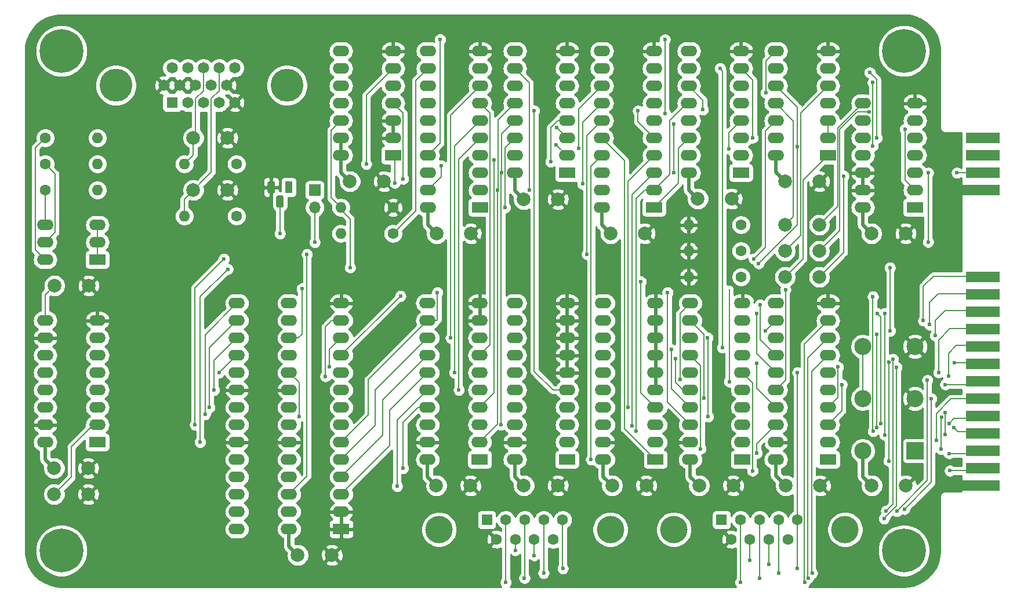
<source format=gtl>
G04 #@! TF.GenerationSoftware,KiCad,Pcbnew,5.1.10*
G04 #@! TF.CreationDate,2022-04-10T18:43:57-07:00*
G04 #@! TF.ProjectId,zf_vga,7a665f76-6761-42e6-9b69-6361645f7063,rev?*
G04 #@! TF.SameCoordinates,Original*
G04 #@! TF.FileFunction,Copper,L1,Top*
G04 #@! TF.FilePolarity,Positive*
%FSLAX46Y46*%
G04 Gerber Fmt 4.6, Leading zero omitted, Abs format (unit mm)*
G04 Created by KiCad (PCBNEW 5.1.10) date 2022-04-10 18:43:57*
%MOMM*%
%LPD*%
G01*
G04 APERTURE LIST*
G04 #@! TA.AperFunction,ComponentPad*
%ADD10R,1.650000X1.650000*%
G04 #@! TD*
G04 #@! TA.AperFunction,ComponentPad*
%ADD11C,1.650000*%
G04 #@! TD*
G04 #@! TA.AperFunction,ComponentPad*
%ADD12C,4.800000*%
G04 #@! TD*
G04 #@! TA.AperFunction,ComponentPad*
%ADD13R,2.400000X1.600000*%
G04 #@! TD*
G04 #@! TA.AperFunction,ComponentPad*
%ADD14O,2.400000X1.600000*%
G04 #@! TD*
G04 #@! TA.AperFunction,ComponentPad*
%ADD15R,1.600000X1.600000*%
G04 #@! TD*
G04 #@! TA.AperFunction,ComponentPad*
%ADD16C,1.600000*%
G04 #@! TD*
G04 #@! TA.AperFunction,ComponentPad*
%ADD17C,4.000000*%
G04 #@! TD*
G04 #@! TA.AperFunction,ComponentPad*
%ADD18C,2.500000*%
G04 #@! TD*
G04 #@! TA.AperFunction,ComponentPad*
%ADD19R,2.500000X2.500000*%
G04 #@! TD*
G04 #@! TA.AperFunction,ComponentPad*
%ADD20C,2.000000*%
G04 #@! TD*
G04 #@! TA.AperFunction,ComponentPad*
%ADD21C,6.400000*%
G04 #@! TD*
G04 #@! TA.AperFunction,ComponentPad*
%ADD22O,1.600000X1.600000*%
G04 #@! TD*
G04 #@! TA.AperFunction,ConnectorPad*
%ADD23R,5.000000X1.500000*%
G04 #@! TD*
G04 #@! TA.AperFunction,ComponentPad*
%ADD24R,1.100000X1.800000*%
G04 #@! TD*
G04 #@! TA.AperFunction,ComponentPad*
%ADD25R,1.700000X1.700000*%
G04 #@! TD*
G04 #@! TA.AperFunction,ComponentPad*
%ADD26O,1.700000X1.700000*%
G04 #@! TD*
G04 #@! TA.AperFunction,ViaPad*
%ADD27C,0.600000*%
G04 #@! TD*
G04 #@! TA.AperFunction,Conductor*
%ADD28C,0.508000*%
G04 #@! TD*
G04 #@! TA.AperFunction,Conductor*
%ADD29C,0.152400*%
G04 #@! TD*
G04 #@! TA.AperFunction,Conductor*
%ADD30C,1.500000*%
G04 #@! TD*
G04 #@! TA.AperFunction,Conductor*
%ADD31C,0.254000*%
G04 #@! TD*
G04 #@! TA.AperFunction,Conductor*
%ADD32C,0.100000*%
G04 #@! TD*
G04 APERTURE END LIST*
D10*
X108759058Y-38034000D03*
D11*
X111049058Y-38034000D03*
X113339058Y-38034000D03*
X115629058Y-38034000D03*
X117919058Y-38034000D03*
X107614058Y-35494000D03*
X109904058Y-35494000D03*
X112194058Y-35494000D03*
X114484058Y-35494000D03*
X116774058Y-35494000D03*
X108759058Y-32954000D03*
X111049058Y-32954000D03*
X113339058Y-32954000D03*
X115629058Y-32954000D03*
X117919058Y-32954000D03*
D12*
X100554058Y-35494000D03*
X125544058Y-35494000D03*
D13*
X192039000Y-90184000D03*
D14*
X184419000Y-67324000D03*
X192039000Y-87644000D03*
X184419000Y-69864000D03*
X192039000Y-85104000D03*
X184419000Y-72404000D03*
X192039000Y-82564000D03*
X184419000Y-74944000D03*
X192039000Y-80024000D03*
X184419000Y-77484000D03*
X192039000Y-77484000D03*
X184419000Y-80024000D03*
X192039000Y-74944000D03*
X184419000Y-82564000D03*
X192039000Y-72404000D03*
X184419000Y-85104000D03*
X192039000Y-69864000D03*
X184419000Y-87644000D03*
X192039000Y-67324000D03*
X184419000Y-90184000D03*
X125839000Y-100344000D03*
X133459000Y-67324000D03*
X125839000Y-97804000D03*
X133459000Y-69864000D03*
X125839000Y-95264000D03*
X133459000Y-72404000D03*
X125839000Y-92724000D03*
X133459000Y-74944000D03*
X125839000Y-90184000D03*
X133459000Y-77484000D03*
X125839000Y-87644000D03*
X133459000Y-80024000D03*
X125839000Y-85104000D03*
X133459000Y-82564000D03*
X125839000Y-82564000D03*
X133459000Y-85104000D03*
X125839000Y-80024000D03*
X133459000Y-87644000D03*
X125839000Y-77484000D03*
X133459000Y-90184000D03*
X125839000Y-74944000D03*
X133459000Y-92724000D03*
X125839000Y-72404000D03*
X133459000Y-95264000D03*
X125839000Y-69864000D03*
X133459000Y-97804000D03*
X125839000Y-67324000D03*
D13*
X133459000Y-100344000D03*
D14*
X118219000Y-67324000D03*
X118219000Y-72404000D03*
X118219000Y-85104000D03*
X118219000Y-80024000D03*
X118219000Y-82564000D03*
X118219000Y-92724000D03*
X118219000Y-90184000D03*
X118219000Y-95264000D03*
X118219000Y-77484000D03*
X118219000Y-87644000D03*
X118219000Y-100344000D03*
X118219000Y-69864000D03*
X118219000Y-74944000D03*
X118219000Y-97804000D03*
D15*
X189000000Y-98994000D03*
D16*
X191770000Y-98994000D03*
X194540000Y-98994000D03*
X197310000Y-98994000D03*
X200080000Y-98994000D03*
X190385000Y-101834000D03*
X193155000Y-101834000D03*
X195925000Y-101834000D03*
X198695000Y-101834000D03*
D17*
X182040000Y-100414000D03*
X207040000Y-100414000D03*
D15*
X154719000Y-98994000D03*
D16*
X157489000Y-98994000D03*
X160259000Y-98994000D03*
X163029000Y-98994000D03*
X165799000Y-98994000D03*
X156104000Y-101834000D03*
X158874000Y-101834000D03*
X161644000Y-101834000D03*
X164414000Y-101834000D03*
D17*
X147759000Y-100414000D03*
X172759000Y-100414000D03*
D18*
X217239000Y-81294000D03*
X209619000Y-81294000D03*
X217239000Y-73674000D03*
X209619000Y-73674000D03*
X209619000Y-88914000D03*
D19*
X217239000Y-88914000D03*
D20*
X147414000Y-57164000D03*
X152414000Y-57164000D03*
D13*
X179139000Y-53354000D03*
D14*
X171519000Y-30494000D03*
X179139000Y-50814000D03*
X171519000Y-33034000D03*
X179139000Y-48274000D03*
X171519000Y-35574000D03*
X179139000Y-45734000D03*
X171519000Y-38114000D03*
X179139000Y-43194000D03*
X171519000Y-40654000D03*
X179139000Y-40654000D03*
X171519000Y-43194000D03*
X179139000Y-38114000D03*
X171519000Y-45734000D03*
X179139000Y-35574000D03*
X171519000Y-48274000D03*
X179139000Y-33034000D03*
X171519000Y-50814000D03*
X179139000Y-30494000D03*
X171519000Y-53354000D03*
D21*
X92619000Y-30494000D03*
X215619000Y-103494000D03*
X215619000Y-30494000D03*
X92619000Y-103494000D03*
D13*
X204539000Y-90184000D03*
D14*
X196919000Y-67324000D03*
X204539000Y-87644000D03*
X196919000Y-69864000D03*
X204539000Y-85104000D03*
X196919000Y-72404000D03*
X204539000Y-82564000D03*
X196919000Y-74944000D03*
X204539000Y-80024000D03*
X196919000Y-77484000D03*
X204539000Y-77484000D03*
X196919000Y-80024000D03*
X204539000Y-74944000D03*
X196919000Y-82564000D03*
X204539000Y-72404000D03*
X196919000Y-85104000D03*
X204539000Y-69864000D03*
X196919000Y-87644000D03*
X204539000Y-67324000D03*
X196919000Y-90184000D03*
D13*
X191839000Y-48274000D03*
D14*
X184219000Y-30494000D03*
X191839000Y-45734000D03*
X184219000Y-33034000D03*
X191839000Y-43194000D03*
X184219000Y-35574000D03*
X191839000Y-40654000D03*
X184219000Y-38114000D03*
X191839000Y-38114000D03*
X184219000Y-40654000D03*
X191839000Y-35574000D03*
X184219000Y-43194000D03*
X191839000Y-33034000D03*
X184219000Y-45734000D03*
X191839000Y-30494000D03*
X184219000Y-48274000D03*
D13*
X179339000Y-90184000D03*
D14*
X171719000Y-67324000D03*
X179339000Y-87644000D03*
X171719000Y-69864000D03*
X179339000Y-85104000D03*
X171719000Y-72404000D03*
X179339000Y-82564000D03*
X171719000Y-74944000D03*
X179339000Y-80024000D03*
X171719000Y-77484000D03*
X179339000Y-77484000D03*
X171719000Y-80024000D03*
X179339000Y-74944000D03*
X171719000Y-82564000D03*
X179339000Y-72404000D03*
X171719000Y-85104000D03*
X179339000Y-69864000D03*
X171719000Y-87644000D03*
X179339000Y-67324000D03*
X171719000Y-90184000D03*
D13*
X166439000Y-48274000D03*
D14*
X158819000Y-30494000D03*
X166439000Y-45734000D03*
X158819000Y-33034000D03*
X166439000Y-43194000D03*
X158819000Y-35574000D03*
X166439000Y-40654000D03*
X158819000Y-38114000D03*
X166439000Y-38114000D03*
X158819000Y-40654000D03*
X166439000Y-35574000D03*
X158819000Y-43194000D03*
X166439000Y-33034000D03*
X158819000Y-45734000D03*
X166439000Y-30494000D03*
X158819000Y-48274000D03*
D13*
X166439000Y-90184000D03*
D14*
X158819000Y-67324000D03*
X166439000Y-87644000D03*
X158819000Y-69864000D03*
X166439000Y-85104000D03*
X158819000Y-72404000D03*
X166439000Y-82564000D03*
X158819000Y-74944000D03*
X166439000Y-80024000D03*
X158819000Y-77484000D03*
X166439000Y-77484000D03*
X158819000Y-80024000D03*
X166439000Y-74944000D03*
X158819000Y-82564000D03*
X166439000Y-72404000D03*
X158819000Y-85104000D03*
X166439000Y-69864000D03*
X158819000Y-87644000D03*
X166439000Y-67324000D03*
X158819000Y-90184000D03*
X146050000Y-90184000D03*
X153670000Y-67324000D03*
X146050000Y-87644000D03*
X153670000Y-69864000D03*
X146050000Y-85104000D03*
X153670000Y-72404000D03*
X146050000Y-82564000D03*
X153670000Y-74944000D03*
X146050000Y-80024000D03*
X153670000Y-77484000D03*
X146050000Y-77484000D03*
X153670000Y-80024000D03*
X146050000Y-74944000D03*
X153670000Y-82564000D03*
X146050000Y-72404000D03*
X153670000Y-85104000D03*
X146050000Y-69864000D03*
X153670000Y-87644000D03*
X146050000Y-67324000D03*
D13*
X153670000Y-90184000D03*
X153739000Y-53354000D03*
D14*
X146119000Y-30494000D03*
X153739000Y-50814000D03*
X146119000Y-33034000D03*
X153739000Y-48274000D03*
X146119000Y-35574000D03*
X153739000Y-45734000D03*
X146119000Y-38114000D03*
X153739000Y-43194000D03*
X146119000Y-40654000D03*
X153739000Y-40654000D03*
X146119000Y-43194000D03*
X153739000Y-38114000D03*
X146119000Y-45734000D03*
X153739000Y-35574000D03*
X146119000Y-48274000D03*
X153739000Y-33034000D03*
X146119000Y-50814000D03*
X153739000Y-30494000D03*
X146119000Y-53354000D03*
X209619000Y-53354000D03*
X217239000Y-38114000D03*
X209619000Y-50814000D03*
X217239000Y-40654000D03*
X209619000Y-48274000D03*
X217239000Y-43194000D03*
X209619000Y-45734000D03*
X217239000Y-45734000D03*
X209619000Y-43194000D03*
X217239000Y-48274000D03*
X209619000Y-40654000D03*
X217239000Y-50814000D03*
X209619000Y-38114000D03*
D13*
X217239000Y-53354000D03*
X141039000Y-45734000D03*
D14*
X133419000Y-30494000D03*
X141039000Y-43194000D03*
X133419000Y-33034000D03*
X141039000Y-40654000D03*
X133419000Y-35574000D03*
X141039000Y-38114000D03*
X133419000Y-38114000D03*
X141039000Y-35574000D03*
X133419000Y-40654000D03*
X141039000Y-33034000D03*
X133419000Y-43194000D03*
X141039000Y-30494000D03*
X133419000Y-45734000D03*
D13*
X204539000Y-45734000D03*
D14*
X196919000Y-30494000D03*
X204539000Y-43194000D03*
X196919000Y-33034000D03*
X204539000Y-40654000D03*
X196919000Y-35574000D03*
X204539000Y-38114000D03*
X196919000Y-38114000D03*
X204539000Y-35574000D03*
X196919000Y-40654000D03*
X204539000Y-33034000D03*
X196919000Y-43194000D03*
X204539000Y-30494000D03*
X196919000Y-45734000D03*
X90239000Y-87644000D03*
X97859000Y-69864000D03*
X90239000Y-85104000D03*
X97859000Y-72404000D03*
X90239000Y-82564000D03*
X97859000Y-74944000D03*
X90239000Y-80024000D03*
X97859000Y-77484000D03*
X90239000Y-77484000D03*
X97859000Y-80024000D03*
X90239000Y-74944000D03*
X97859000Y-82564000D03*
X90239000Y-72404000D03*
X97859000Y-85104000D03*
X90239000Y-69864000D03*
D13*
X97859000Y-87644000D03*
D20*
X203269000Y-63514000D03*
X198269000Y-63514000D03*
X198269000Y-59704000D03*
X203269000Y-59704000D03*
X203269000Y-55894000D03*
X198269000Y-55894000D03*
X111854000Y-50814000D03*
X116854000Y-50814000D03*
D22*
X184219000Y-63514000D03*
D16*
X191839000Y-63514000D03*
X191824000Y-59704000D03*
D22*
X184204000Y-59704000D03*
X184204000Y-55894000D03*
D16*
X191824000Y-55894000D03*
D22*
X97859000Y-43194000D03*
D16*
X90239000Y-43194000D03*
D22*
X97859000Y-47004000D03*
D16*
X90239000Y-47004000D03*
D22*
X97859000Y-50814000D03*
D16*
X90239000Y-50814000D03*
D22*
X110544000Y-47004000D03*
D16*
X118164000Y-47004000D03*
D22*
X110544000Y-54624000D03*
D16*
X118164000Y-54624000D03*
D20*
X215929000Y-93994000D03*
X210929000Y-93994000D03*
X185514000Y-52084000D03*
X190514000Y-52084000D03*
X165114000Y-52164000D03*
X160114000Y-52164000D03*
X172789000Y-57164000D03*
X177789000Y-57164000D03*
X165114000Y-93994000D03*
X160114000Y-93994000D03*
X147345000Y-93994000D03*
X152345000Y-93994000D03*
X215889000Y-57164000D03*
X210889000Y-57164000D03*
X198269000Y-49544000D03*
X203269000Y-49544000D03*
X139714000Y-49544000D03*
X134714000Y-49544000D03*
X96534000Y-91454000D03*
X91534000Y-91454000D03*
X127109000Y-104154000D03*
X132109000Y-104154000D03*
X203389000Y-93994000D03*
X198389000Y-93994000D03*
X185714000Y-93994000D03*
X190714000Y-93994000D03*
X173014000Y-93994000D03*
X178014000Y-93994000D03*
D13*
X97859000Y-60974000D03*
D14*
X90239000Y-55894000D03*
X97859000Y-58434000D03*
X90239000Y-58434000D03*
X97859000Y-55894000D03*
X90239000Y-60974000D03*
D23*
X227119000Y-45734000D03*
X227119000Y-50814000D03*
X227119000Y-48274000D03*
X227119000Y-43194000D03*
X227119000Y-63514000D03*
X227119000Y-66054000D03*
X227119000Y-68594000D03*
X227119000Y-71134000D03*
X227119000Y-73674000D03*
X227119000Y-76214000D03*
X227119000Y-78754000D03*
X227119000Y-81294000D03*
X227119000Y-83834000D03*
X227119000Y-86374000D03*
X227119000Y-88914000D03*
X227119000Y-91454000D03*
X227119000Y-93994000D03*
D20*
X96534000Y-95264000D03*
X91534000Y-95264000D03*
X96589000Y-64784000D03*
X91589000Y-64784000D03*
D16*
X141024000Y-53354000D03*
D22*
X133404000Y-53354000D03*
D20*
X116854000Y-43194000D03*
X111854000Y-43194000D03*
D16*
X141024000Y-57164000D03*
D22*
X133404000Y-57164000D03*
D24*
X125784000Y-50414000D03*
G04 #@! TA.AperFunction,ComponentPad*
G36*
G01*
X123794000Y-49789000D02*
X123794000Y-51039000D01*
G75*
G02*
X123519000Y-51314000I-275000J0D01*
G01*
X122969000Y-51314000D01*
G75*
G02*
X122694000Y-51039000I0J275000D01*
G01*
X122694000Y-49789000D01*
G75*
G02*
X122969000Y-49514000I275000J0D01*
G01*
X123519000Y-49514000D01*
G75*
G02*
X123794000Y-49789000I0J-275000D01*
G01*
G37*
G04 #@! TD.AperFunction*
G04 #@! TA.AperFunction,ComponentPad*
G36*
G01*
X125064000Y-51859000D02*
X125064000Y-53109000D01*
G75*
G02*
X124789000Y-53384000I-275000J0D01*
G01*
X124239000Y-53384000D01*
G75*
G02*
X123964000Y-53109000I0J275000D01*
G01*
X123964000Y-51859000D01*
G75*
G02*
X124239000Y-51584000I275000J0D01*
G01*
X124789000Y-51584000D01*
G75*
G02*
X125064000Y-51859000I0J-275000D01*
G01*
G37*
G04 #@! TD.AperFunction*
D25*
X129594000Y-50814000D03*
D26*
X129594000Y-53354000D03*
D27*
X206808999Y-48744000D03*
X210570393Y-39404000D03*
X193530000Y-91838610D03*
X222359000Y-91830000D03*
X213419000Y-75994000D03*
X222219000Y-89294000D03*
X213419000Y-90394000D03*
X211633404Y-71894000D03*
X211633404Y-85494000D03*
X222878999Y-85494000D03*
X212219000Y-84894000D03*
X211719006Y-68832597D03*
X222203998Y-84894000D03*
X220338998Y-87414000D03*
X221672897Y-79222610D03*
X206559002Y-79224000D03*
X206010004Y-76670000D03*
X223004000Y-76024000D03*
X222119000Y-77994000D03*
X165819000Y-106094000D03*
X220690000Y-77465390D03*
X200080000Y-106130000D03*
X200090000Y-77480000D03*
X163019000Y-106794000D03*
X197319000Y-106794000D03*
X202218994Y-106794000D03*
X220190390Y-72065390D03*
X219369000Y-70494000D03*
X160219000Y-107494000D03*
X194519000Y-107494000D03*
X201637209Y-107494000D03*
X218469000Y-69894000D03*
X201119000Y-108124000D03*
X157489000Y-108124000D03*
X191770000Y-108124000D03*
X221088999Y-88694000D03*
X221119000Y-83994006D03*
X221668999Y-83314000D03*
X221668999Y-86563998D03*
X193155000Y-104894000D03*
X214590000Y-97720000D03*
X219054000Y-78593998D03*
X161644000Y-104194000D03*
X214547610Y-76694000D03*
X212730000Y-98810002D03*
X213610000Y-71404001D03*
X213594000Y-62144000D03*
X134764000Y-62144000D03*
X212819000Y-86594006D03*
X212819004Y-68843998D03*
X211104794Y-66382610D03*
X211119000Y-86065396D03*
X177219000Y-64194002D03*
X137124000Y-47004000D03*
X161649000Y-39230290D03*
X176788999Y-39232919D03*
X188788999Y-33034000D03*
X189109000Y-73824000D03*
X186289000Y-39065388D03*
X190078999Y-44762610D03*
X175368997Y-82594000D03*
X176498999Y-85994002D03*
X182048999Y-48274000D03*
X182048988Y-41164009D03*
X175928999Y-85304000D03*
X193552995Y-43167982D03*
X150638999Y-80024000D03*
X164839001Y-44164000D03*
X160928999Y-50814000D03*
X164878999Y-41635390D03*
X149990389Y-77483998D03*
X195478991Y-36624000D03*
X155768999Y-46404000D03*
X164048999Y-46694000D03*
X156297609Y-50814000D03*
X156810870Y-85109142D03*
X156861734Y-48273992D03*
X149461779Y-72404000D03*
X157388999Y-53354000D03*
X142514000Y-49164000D03*
X169948999Y-90184000D03*
X169338999Y-60193000D03*
X128459000Y-60204000D03*
X141278999Y-49774000D03*
X168719045Y-49920290D03*
X180738999Y-28814000D03*
X180738999Y-39593998D03*
X147904000Y-28804000D03*
X148088999Y-47234002D03*
X185939000Y-88625390D03*
X187018998Y-83924000D03*
X186949000Y-72373998D03*
X186467610Y-81204000D03*
X182919000Y-78493994D03*
X142514000Y-91444000D03*
X141619000Y-94094000D03*
X182258999Y-75465390D03*
X181668999Y-74114002D03*
X181119000Y-65762610D03*
X147509000Y-65762610D03*
X215778999Y-41914000D03*
X116879001Y-62374000D03*
X200030389Y-44484000D03*
X112859000Y-87644006D03*
X194418999Y-61534000D03*
X210638999Y-33644000D03*
X211668999Y-43184000D03*
X193718999Y-60863996D03*
X116328999Y-60870000D03*
X112119000Y-85104004D03*
X194638999Y-67574000D03*
X113587609Y-83594000D03*
X194150000Y-89250000D03*
X127314000Y-83874000D03*
X131158996Y-78043996D03*
X115608999Y-77489001D03*
X194119000Y-76094004D03*
X195358999Y-71424000D03*
X131759008Y-76622610D03*
X114918999Y-80014000D03*
X190119000Y-78794000D03*
X127719000Y-65234000D03*
X198329000Y-65374000D03*
X142118994Y-66294000D03*
X194142164Y-68816078D03*
X114218999Y-82584000D03*
X168128999Y-44684002D03*
X211089001Y-44334000D03*
X211099003Y-35093996D03*
X158874000Y-103448994D03*
X214019000Y-75494000D03*
X213024160Y-97718272D03*
X195919000Y-105494000D03*
X219619000Y-81294000D03*
X215700000Y-97430000D03*
X219154000Y-58404000D03*
X219174000Y-48284000D03*
X223364002Y-48284000D03*
X129604000Y-58444000D03*
X124514000Y-57164000D03*
D28*
X125839000Y-100344000D02*
X125839000Y-102884000D01*
X125839000Y-102884000D02*
X127109000Y-104154000D01*
D29*
X203269000Y-63514000D02*
X206808999Y-59974001D01*
X206808999Y-59974001D02*
X206808999Y-48744000D01*
X204539000Y-45734000D02*
X200881021Y-49391979D01*
X200881021Y-49391979D02*
X200881021Y-60901979D01*
X200881021Y-60901979D02*
X199268999Y-62514001D01*
X199268999Y-62514001D02*
X198269000Y-63514000D01*
X200558999Y-57414001D02*
X198269000Y-59704000D01*
X200558999Y-39554001D02*
X200558999Y-57414001D01*
X204539000Y-35574000D02*
X200558999Y-39554001D01*
X203269000Y-59704000D02*
X206278999Y-56694001D01*
X206278999Y-56694001D02*
X206278999Y-41904000D01*
X206278999Y-41904000D02*
X208778999Y-39404000D01*
X208778999Y-39404000D02*
X210570393Y-39404000D01*
X205974188Y-53188812D02*
X205974188Y-41758812D01*
X203269000Y-55894000D02*
X205974188Y-53188812D01*
X205974188Y-41758812D02*
X209619000Y-38114000D01*
X199498999Y-40693999D02*
X199498999Y-54664001D01*
X199498999Y-54664001D02*
X198269000Y-55894000D01*
X196919000Y-38114000D02*
X199498999Y-40693999D01*
D28*
X177868999Y-94139001D02*
X178014000Y-93994000D01*
X184204000Y-63499000D02*
X184219000Y-63514000D01*
X209618999Y-50814001D02*
X209619000Y-50814000D01*
X209619000Y-50814000D02*
X209619000Y-48274000D01*
X184204000Y-55894000D02*
X184204000Y-63499000D01*
D30*
X227119000Y-50814000D02*
X222698999Y-50814000D01*
D28*
X203389000Y-93994000D02*
X203269000Y-93994000D01*
X190714000Y-93939000D02*
X190714000Y-93994000D01*
X178014000Y-93994000D02*
X178014000Y-93939000D01*
D30*
X227119000Y-93994000D02*
X223008999Y-93994000D01*
D29*
X192039000Y-77484000D02*
X193530000Y-78975000D01*
X193530000Y-78975000D02*
X193530000Y-91838610D01*
X226743000Y-91830000D02*
X222359000Y-91830000D01*
X227119000Y-91454000D02*
X226743000Y-91830000D01*
X226739000Y-89294000D02*
X227119000Y-88914000D01*
X222219000Y-89294000D02*
X226739000Y-89294000D01*
X213419000Y-75994000D02*
X213419000Y-90394000D01*
X211663398Y-71864006D02*
X211633404Y-71894000D01*
X211633404Y-71894000D02*
X211633404Y-85494000D01*
X223538999Y-86154000D02*
X222878999Y-85494000D01*
X226379000Y-86154000D02*
X223538999Y-86154000D01*
X226519000Y-86294000D02*
X226379000Y-86154000D01*
X212219000Y-84894000D02*
X212219000Y-69332591D01*
X212219000Y-69332591D02*
X211719006Y-68832597D01*
X222953998Y-84144000D02*
X222203998Y-84894000D01*
X226539000Y-84144000D02*
X222953998Y-84144000D01*
X226719000Y-83964000D02*
X226539000Y-84144000D01*
X222508999Y-81294000D02*
X220338998Y-83464001D01*
X227119000Y-81294000D02*
X222508999Y-81294000D01*
X220338998Y-83464001D02*
X220338998Y-87414000D01*
X222097161Y-79222610D02*
X221672897Y-79222610D01*
X226440390Y-79222610D02*
X222097161Y-79222610D01*
X227119000Y-78544000D02*
X226440390Y-79222610D01*
X206559002Y-83083998D02*
X206559002Y-79224000D01*
X204539000Y-85104000D02*
X206559002Y-83083998D01*
X206010004Y-81092996D02*
X206010004Y-76670000D01*
X204539000Y-82564000D02*
X206010004Y-81092996D01*
X226929000Y-76024000D02*
X223004000Y-76024000D01*
X227119000Y-76214000D02*
X226929000Y-76024000D01*
X204539000Y-80024000D02*
X204689000Y-80024000D01*
X222119000Y-74644000D02*
X222119000Y-77994000D01*
X223249000Y-73514000D02*
X222119000Y-74644000D01*
X226959000Y-73514000D02*
X223249000Y-73514000D01*
X227119000Y-73674000D02*
X226959000Y-73514000D01*
X165799000Y-106074000D02*
X165819000Y-106094000D01*
X165799000Y-98994000D02*
X165799000Y-106074000D01*
X200080000Y-98994000D02*
X200080000Y-77490000D01*
X200080000Y-77490000D02*
X200090000Y-77480000D01*
X200080000Y-106130000D02*
X200080000Y-98994000D01*
X220690000Y-72723000D02*
X220690000Y-77465390D01*
X222359000Y-71054000D02*
X220690000Y-72723000D01*
X227039000Y-71054000D02*
X222359000Y-71054000D01*
X227119000Y-71134000D02*
X227039000Y-71054000D01*
X163029000Y-98994000D02*
X163029000Y-106784000D01*
X163029000Y-106784000D02*
X163019000Y-106794000D01*
X197310000Y-98994000D02*
X197310000Y-106785000D01*
X197310000Y-106785000D02*
X197319000Y-106794000D01*
X204539000Y-74944000D02*
X202147610Y-77335390D01*
X202147610Y-77335390D02*
X202147610Y-106722616D01*
X202147610Y-106722616D02*
X202218994Y-106794000D01*
X220190390Y-69872610D02*
X220190390Y-72065390D01*
X221659000Y-68404000D02*
X220190390Y-69872610D01*
X226929000Y-68404000D02*
X221659000Y-68404000D01*
X227119000Y-68594000D02*
X226929000Y-68404000D01*
X227009000Y-65944000D02*
X227119000Y-66054000D01*
X220669000Y-65944000D02*
X227009000Y-65944000D01*
X219369000Y-67244000D02*
X220669000Y-65944000D01*
X219369000Y-70494000D02*
X219369000Y-67244000D01*
X160259000Y-107454000D02*
X160219000Y-107494000D01*
X160259000Y-98994000D02*
X160259000Y-107454000D01*
X194540000Y-107473000D02*
X194519000Y-107494000D01*
X194540000Y-98994000D02*
X194540000Y-107473000D01*
X204539000Y-72404000D02*
X201619000Y-75324000D01*
X201619000Y-75324000D02*
X201619000Y-107475791D01*
X201619000Y-107475791D02*
X201637209Y-107494000D01*
X191770000Y-98994000D02*
X191770000Y-108245002D01*
X204539000Y-69864000D02*
X201108601Y-73294399D01*
X201108601Y-73294399D02*
X201108601Y-108283601D01*
X201108601Y-108283601D02*
X201119000Y-108294000D01*
X157489000Y-108294000D02*
X157489000Y-108124000D01*
X157489000Y-98994000D02*
X157489000Y-108294000D01*
X226999000Y-63394000D02*
X227119000Y-63514000D01*
X218469000Y-64844000D02*
X219919000Y-63394000D01*
X219919000Y-63394000D02*
X226999000Y-63394000D01*
X218469000Y-69894000D02*
X218469000Y-64844000D01*
D28*
X209619000Y-92684000D02*
X210929000Y-93994000D01*
X209619000Y-88914000D02*
X209619000Y-92684000D01*
X158819000Y-92699000D02*
X160114000Y-93994000D01*
X133419000Y-48249000D02*
X134714000Y-49544000D01*
X209619000Y-53354000D02*
X209619000Y-55894000D01*
X146050000Y-92699000D02*
X147345000Y-93994000D01*
X90239000Y-87644000D02*
X90239000Y-90159000D01*
X209619000Y-55894000D02*
X210889000Y-57164000D01*
X158819000Y-90184000D02*
X158819000Y-92699000D01*
X146050000Y-90184000D02*
X146050000Y-92699000D01*
X133419000Y-45734000D02*
X133419000Y-48249000D01*
X90239000Y-90159000D02*
X91534000Y-91454000D01*
X171719000Y-90184000D02*
X171719000Y-92699000D01*
X171519000Y-53354000D02*
X171519000Y-55894000D01*
X184219000Y-48274000D02*
X184219000Y-50789000D01*
X158819000Y-50869000D02*
X160114000Y-52164000D01*
X196919000Y-90184000D02*
X196919000Y-92524000D01*
X158819000Y-48274000D02*
X158819000Y-50869000D01*
X184419000Y-90184000D02*
X184419000Y-92699000D01*
X196919000Y-92524000D02*
X198389000Y-93994000D01*
X196919000Y-45734000D02*
X196919000Y-48194000D01*
X171719000Y-92699000D02*
X173014000Y-93994000D01*
X184419000Y-92699000D02*
X185714000Y-93994000D01*
X171519000Y-55894000D02*
X172789000Y-57164000D01*
X196919000Y-48194000D02*
X198269000Y-49544000D01*
X184219000Y-50789000D02*
X185514000Y-52084000D01*
X146119000Y-53354000D02*
X146119000Y-55869000D01*
X146119000Y-55869000D02*
X147414000Y-57164000D01*
X133419000Y-45734000D02*
X133419000Y-43194000D01*
D29*
X221088999Y-88694000D02*
X221107601Y-88675398D01*
X221088999Y-88694000D02*
X221088999Y-84024007D01*
X221088999Y-84024007D02*
X221119000Y-83994006D01*
X221668999Y-83314000D02*
X221668999Y-86553998D01*
X221668999Y-86553998D02*
X221678999Y-86563998D01*
X193155000Y-104858000D02*
X193119000Y-104894000D01*
X193155000Y-101834000D02*
X193155000Y-104858000D01*
X214590000Y-97720000D02*
X219054000Y-93256000D01*
X219054000Y-93256000D02*
X219054000Y-78593998D01*
X161644000Y-104169000D02*
X161619000Y-104194000D01*
X161644000Y-101834000D02*
X161644000Y-104169000D01*
X214547610Y-96950060D02*
X212730000Y-98767670D01*
X214547610Y-76694000D02*
X214547610Y-96950060D01*
X212730000Y-98767670D02*
X212730000Y-98810002D01*
X213610000Y-71404001D02*
X213610000Y-62080000D01*
X213610000Y-62080000D02*
X213594000Y-62064000D01*
X134764000Y-55018809D02*
X134764000Y-61719736D01*
X133404000Y-53658809D02*
X134764000Y-55018809D01*
X134764000Y-61719736D02*
X134764000Y-62144000D01*
X131990390Y-42082610D02*
X133419000Y-40654000D01*
X131990390Y-51940390D02*
X131990390Y-42082610D01*
X133404000Y-53354000D02*
X131990390Y-51940390D01*
X212819000Y-68844002D02*
X212819004Y-68843998D01*
X212819000Y-86594006D02*
X212819000Y-68844002D01*
X211104794Y-86051190D02*
X211119000Y-86065396D01*
X211104794Y-66382610D02*
X211104794Y-86051190D01*
X179339000Y-82564000D02*
X177219000Y-80444000D01*
X177219000Y-80444000D02*
X177219000Y-64194002D01*
X88810390Y-59545390D02*
X90239000Y-60974000D01*
X88810390Y-44622610D02*
X88810390Y-59545390D01*
X90239000Y-43194000D02*
X88810390Y-44622610D01*
X91667610Y-48432610D02*
X90239000Y-47004000D01*
X91667610Y-57005390D02*
X91667610Y-48432610D01*
X90239000Y-58434000D02*
X91667610Y-57005390D01*
X90239000Y-55894000D02*
X90239000Y-50748000D01*
X137124000Y-36949000D02*
X137124000Y-47004000D01*
X141039000Y-33034000D02*
X137124000Y-36949000D01*
X176788999Y-40843999D02*
X176788999Y-39232919D01*
X179139000Y-43194000D02*
X176788999Y-40843999D01*
X166439000Y-80024000D02*
X164379000Y-80024000D01*
X164379000Y-80024000D02*
X161649000Y-77294000D01*
X161649000Y-77294000D02*
X161649000Y-39230290D01*
X209619000Y-73674000D02*
X209619000Y-81294000D01*
X189109000Y-33464001D02*
X189109000Y-73824000D01*
X188778999Y-33134000D02*
X189109000Y-33464001D01*
X186289000Y-37644000D02*
X186289000Y-39065388D01*
X184219000Y-35574000D02*
X186289000Y-37644000D01*
X191839000Y-40654000D02*
X190078999Y-42414001D01*
X190078999Y-42414001D02*
X190078999Y-44762610D01*
X175368997Y-49504003D02*
X175368997Y-82594000D01*
X179139000Y-45734000D02*
X175368997Y-49504003D01*
X181398999Y-48554001D02*
X179139000Y-50814000D01*
X181398999Y-40684000D02*
X181398999Y-48554001D01*
X183968999Y-38114000D02*
X181398999Y-40684000D01*
X184219000Y-38114000D02*
X183968999Y-38114000D01*
X179139000Y-50814000D02*
X177786600Y-50814000D01*
X177786600Y-50814000D02*
X176498999Y-52101601D01*
X176498999Y-52101601D02*
X176498999Y-85994002D01*
X182048999Y-48274000D02*
X182048999Y-41164020D01*
X182048999Y-41164020D02*
X182048988Y-41164009D01*
X175928999Y-51484001D02*
X175928999Y-84879736D01*
X179139000Y-48274000D02*
X175928999Y-51484001D01*
X175928999Y-84879736D02*
X175928999Y-85304000D01*
X179139000Y-53354000D02*
X182662707Y-49830293D01*
X182662707Y-44750293D02*
X184219000Y-43194000D01*
X182662707Y-49830293D02*
X182662707Y-44750293D01*
X193552995Y-34747995D02*
X193552995Y-43167982D01*
X191839000Y-33034000D02*
X193552995Y-34747995D01*
X150598999Y-79984000D02*
X150638999Y-80024000D01*
X150598999Y-46334001D02*
X150598999Y-79984000D01*
X153739000Y-43194000D02*
X150598999Y-46334001D01*
X166439000Y-45734000D02*
X164869000Y-44164000D01*
X164869000Y-44164000D02*
X164839001Y-44164000D01*
X160928999Y-35143999D02*
X160928999Y-50814000D01*
X158819000Y-33034000D02*
X160928999Y-35143999D01*
X166439000Y-43194000D02*
X164880390Y-41635390D01*
X164880390Y-41635390D02*
X164878999Y-41635390D01*
X153739000Y-40654000D02*
X149990389Y-44402611D01*
X149990389Y-44402611D02*
X149990389Y-77483998D01*
X196919000Y-30494000D02*
X195478991Y-31934009D01*
X195478991Y-31934009D02*
X195478991Y-36624000D01*
X155768999Y-80465001D02*
X155768999Y-46404000D01*
X153670000Y-82564000D02*
X155768999Y-80465001D01*
X166439000Y-40654000D02*
X165086600Y-40654000D01*
X164048999Y-41691601D02*
X164048999Y-46694000D01*
X165086600Y-40654000D02*
X164048999Y-41691601D01*
X156333132Y-50778477D02*
X156297609Y-50814000D01*
X156337600Y-48015794D02*
X156333132Y-48020262D01*
X156337600Y-40595400D02*
X156337600Y-48015794D01*
X156333132Y-48020262D02*
X156333132Y-50778477D01*
X158819000Y-38114000D02*
X156337600Y-40595400D01*
X156260389Y-50851220D02*
X156297609Y-50814000D01*
X156260389Y-85053611D02*
X156260389Y-50851220D01*
X153670000Y-87644000D02*
X156260389Y-85053611D01*
X153739000Y-38114000D02*
X155168999Y-39543999D01*
X155168999Y-39543999D02*
X155168999Y-73445001D01*
X155168999Y-73445001D02*
X153670000Y-74944000D01*
X156861734Y-42611266D02*
X156861734Y-48273992D01*
X158819000Y-40654000D02*
X156861734Y-42611266D01*
X156826210Y-85093802D02*
X156826210Y-48309516D01*
X156826210Y-48309516D02*
X156861734Y-48273992D01*
X156810870Y-85109142D02*
X156826210Y-85093802D01*
X149461779Y-39851221D02*
X149461779Y-72404000D01*
X153739000Y-35574000D02*
X149461779Y-39851221D01*
X157388999Y-48606336D02*
X157390390Y-48604945D01*
X157390390Y-44622610D02*
X158819000Y-43194000D01*
X157390390Y-48604945D02*
X157390390Y-44622610D01*
X157388999Y-53254002D02*
X157388999Y-48606336D01*
X157289001Y-53354000D02*
X157388999Y-53254002D01*
X142514000Y-39589000D02*
X142514000Y-49164000D01*
X141039000Y-38114000D02*
X142514000Y-39589000D01*
X169948999Y-47304001D02*
X169948999Y-90184000D01*
X171519000Y-45734000D02*
X169948999Y-47304001D01*
X174840398Y-85685398D02*
X179339000Y-90184000D01*
X174840398Y-82847731D02*
X174840398Y-85685398D01*
X174840396Y-82847729D02*
X174840398Y-82847731D01*
X174840396Y-82340271D02*
X174840396Y-82847729D01*
X174840398Y-82340269D02*
X174840396Y-82340271D01*
X174840398Y-46515398D02*
X174840398Y-82340269D01*
X171519000Y-43194000D02*
X174840398Y-46515398D01*
X169338999Y-42834001D02*
X169338999Y-60283000D01*
X171519000Y-40654000D02*
X169338999Y-42834001D01*
X128459000Y-92644000D02*
X128459000Y-60204000D01*
X125839000Y-95264000D02*
X128459000Y-92644000D01*
X171519000Y-38114000D02*
X168719045Y-40913955D01*
X168719045Y-40913955D02*
X168719045Y-49920290D01*
X141278999Y-45973999D02*
X141278999Y-49774000D01*
X141039000Y-45734000D02*
X141278999Y-45973999D01*
X180738999Y-28814000D02*
X180738999Y-39593998D01*
X147904000Y-43949000D02*
X147904000Y-28804000D01*
X146119000Y-45734000D02*
X147904000Y-43949000D01*
X148088999Y-48844001D02*
X148088999Y-47234002D01*
X146119000Y-50814000D02*
X148088999Y-48844001D01*
X185939000Y-88201126D02*
X185939000Y-88625390D01*
X185939000Y-76464000D02*
X185939000Y-88201126D01*
X184419000Y-74944000D02*
X185939000Y-76464000D01*
X187018998Y-72443996D02*
X186949000Y-72373998D01*
X187018998Y-83924000D02*
X187018998Y-72443996D01*
X186420390Y-81156780D02*
X186467610Y-81204000D01*
X186420390Y-71865390D02*
X186420390Y-81156780D01*
X184419000Y-69864000D02*
X186420390Y-71865390D01*
X182919000Y-68824000D02*
X182919000Y-78493994D01*
X184419000Y-67324000D02*
X182919000Y-68824000D01*
X146050000Y-82564000D02*
X144697600Y-82564000D01*
X144697600Y-82564000D02*
X142514000Y-84747600D01*
X142514000Y-84747600D02*
X142514000Y-91444000D01*
X146050000Y-80024000D02*
X141619000Y-84455000D01*
X141619000Y-84455000D02*
X141619000Y-94094000D01*
X133459000Y-95264000D02*
X140579000Y-88144000D01*
X140579000Y-82955000D02*
X146050000Y-77484000D01*
X140579000Y-88144000D02*
X140579000Y-82955000D01*
X133459000Y-92724000D02*
X139518999Y-86664001D01*
X139518999Y-81475001D02*
X146050000Y-74944000D01*
X139518999Y-86664001D02*
X139518999Y-81475001D01*
X184419000Y-80024000D02*
X183349000Y-80024000D01*
X183349000Y-80024000D02*
X182258999Y-78933999D01*
X182258999Y-78933999D02*
X182258999Y-75465390D01*
X133459000Y-90184000D02*
X138449000Y-85194000D01*
X138449000Y-85194000D02*
X138449000Y-80005000D01*
X138449000Y-80005000D02*
X146050000Y-72404000D01*
X184419000Y-82564000D02*
X181668999Y-79813999D01*
X181668999Y-79813999D02*
X181668999Y-74114002D01*
X137429000Y-78485000D02*
X146050000Y-69864000D01*
X133459000Y-87644000D02*
X137429000Y-83674000D01*
X137429000Y-83674000D02*
X137429000Y-78485000D01*
X146050000Y-69864000D02*
X147402400Y-69864000D01*
X147402400Y-69864000D02*
X147509000Y-69757400D01*
X147509000Y-69757400D02*
X147509000Y-65762610D01*
X184419000Y-85104000D02*
X181119000Y-81804000D01*
X181119000Y-81804000D02*
X181119000Y-65762610D01*
X204539000Y-40654000D02*
X204539000Y-43194000D01*
X217239000Y-50814000D02*
X215778999Y-49353999D01*
X215778999Y-49353999D02*
X215778999Y-41914000D01*
X116879001Y-62374000D02*
X116868999Y-62384002D01*
X200040389Y-44474000D02*
X200030389Y-44484000D01*
X200040389Y-38695389D02*
X200040389Y-44474000D01*
X196919000Y-35574000D02*
X200040389Y-38695389D01*
X112859000Y-66394001D02*
X112859000Y-87644006D01*
X116879001Y-62374000D02*
X112859000Y-66394001D01*
X200030389Y-55922610D02*
X200030389Y-44484000D01*
X194418999Y-61534000D02*
X200030389Y-55922610D01*
X217239000Y-43194000D02*
X216388999Y-43194000D01*
X210638999Y-33644000D02*
X211668999Y-34674000D01*
X211668999Y-34674000D02*
X211668999Y-43184000D01*
X195418999Y-59163996D02*
X193718999Y-60863996D01*
X195418999Y-42154001D02*
X195418999Y-59163996D01*
X196919000Y-40654000D02*
X195418999Y-42154001D01*
X112119000Y-65079999D02*
X112119000Y-85104004D01*
X116328999Y-60870000D02*
X112119000Y-65079999D01*
X97285000Y-85104000D02*
X97859000Y-85104000D01*
X94049000Y-88340000D02*
X97285000Y-85104000D01*
X91534000Y-95264000D02*
X94049000Y-92749000D01*
X94049000Y-92749000D02*
X94049000Y-88340000D01*
X194670766Y-67605767D02*
X194638999Y-67574000D01*
X194670766Y-72695766D02*
X194670766Y-67605767D01*
X196919000Y-74944000D02*
X194670766Y-72695766D01*
X113587609Y-71955391D02*
X118219000Y-67324000D01*
X113587609Y-83594000D02*
X113587609Y-71955391D01*
X194150000Y-87873000D02*
X194150000Y-89250000D01*
X196919000Y-85104000D02*
X194150000Y-87873000D01*
X127314000Y-78959000D02*
X127314000Y-83874000D01*
X125839000Y-77484000D02*
X127314000Y-78959000D01*
X131158996Y-70811604D02*
X131158996Y-78043996D01*
X133459000Y-69864000D02*
X132106600Y-69864000D01*
X132106600Y-69864000D02*
X131158996Y-70811604D01*
X118154000Y-74944000D02*
X118219000Y-74944000D01*
X115608999Y-77489001D02*
X118154000Y-74944000D01*
X194119000Y-79764000D02*
X194119000Y-76094004D01*
X196919000Y-82564000D02*
X194119000Y-79764000D01*
X195658998Y-71124001D02*
X195358999Y-71424000D01*
X196919000Y-69864000D02*
X195658998Y-71124001D01*
X131759008Y-74103992D02*
X131759008Y-76622610D01*
X133459000Y-72404000D02*
X131759008Y-74103992D01*
X114918999Y-75704001D02*
X118219000Y-72404000D01*
X114918999Y-80014000D02*
X114918999Y-75704001D01*
X127191400Y-72404000D02*
X127719000Y-71876400D01*
X127719000Y-71876400D02*
X127719000Y-65194000D01*
X125839000Y-72404000D02*
X127191400Y-72404000D01*
X190119000Y-78794000D02*
X190119000Y-65273998D01*
X198347610Y-65392610D02*
X198329000Y-65374000D01*
X198347610Y-78595390D02*
X198347610Y-65392610D01*
X196919000Y-80024000D02*
X198347610Y-78595390D01*
X142109000Y-66294000D02*
X142118994Y-66294000D01*
X133459000Y-74944000D02*
X142109000Y-66294000D01*
X194142164Y-69240342D02*
X194142164Y-68816078D01*
X196919000Y-77484000D02*
X194142164Y-74707164D01*
X194142164Y-74707164D02*
X194142164Y-69240342D01*
X114218999Y-73864001D02*
X118219000Y-69864000D01*
X114218999Y-82584000D02*
X114218999Y-73864001D01*
X115629058Y-36338942D02*
X115629058Y-32954000D01*
X114494000Y-37474000D02*
X115629058Y-36338942D01*
X114494000Y-48174000D02*
X114494000Y-37474000D01*
X110544000Y-52124000D02*
X114494000Y-48174000D01*
X110544000Y-53989000D02*
X110544000Y-52124000D01*
X97859000Y-55894000D02*
X97859000Y-60974000D01*
X91549000Y-64784000D02*
X91589000Y-64784000D01*
X90239000Y-66094000D02*
X91549000Y-64784000D01*
X90239000Y-69864000D02*
X90239000Y-66094000D01*
X171519000Y-35574000D02*
X168198999Y-38894001D01*
X168128999Y-38964001D02*
X168128999Y-44684002D01*
X168198999Y-38894001D02*
X168128999Y-38964001D01*
X211099003Y-44323998D02*
X211099003Y-35093996D01*
X211089001Y-44334000D02*
X211099003Y-44323998D01*
X111854000Y-45694000D02*
X111854000Y-43194000D01*
X110861500Y-46686500D02*
X111854000Y-45694000D01*
X112194000Y-42854000D02*
X111854000Y-43194000D01*
X112194000Y-37436930D02*
X112194000Y-42854000D01*
X113339058Y-36291872D02*
X112194000Y-37436930D01*
X113339058Y-32954000D02*
X113339058Y-36291872D01*
X158874000Y-101834000D02*
X158874000Y-103448994D01*
X214019000Y-75494000D02*
X214019000Y-96723432D01*
X214019000Y-96723432D02*
X213024160Y-97718272D01*
X195925000Y-105488000D02*
X195919000Y-105494000D01*
X195925000Y-101834000D02*
X195925000Y-105488000D01*
X219619000Y-81294000D02*
X219619000Y-93511000D01*
X219619000Y-93511000D02*
X215700000Y-97430000D01*
X219154000Y-58404000D02*
X219154000Y-48304000D01*
X219154000Y-48304000D02*
X219174000Y-48284000D01*
X227119000Y-48274000D02*
X223374002Y-48274000D01*
X223374002Y-48274000D02*
X223364002Y-48284000D01*
X129594000Y-58434000D02*
X129604000Y-58444000D01*
X129594000Y-53354000D02*
X129594000Y-58434000D01*
X124514000Y-57074000D02*
X124564000Y-57124000D01*
X124514000Y-52084000D02*
X124514000Y-57074000D01*
X144354000Y-53834000D02*
X141024000Y-57164000D01*
X144354000Y-34799000D02*
X144354000Y-53834000D01*
X146119000Y-33034000D02*
X144354000Y-34799000D01*
D31*
X216482608Y-25277397D02*
X217323010Y-25488491D01*
X218117664Y-25834017D01*
X218845206Y-26304685D01*
X219486110Y-26887864D01*
X220023155Y-27567881D01*
X220441930Y-28326489D01*
X220731180Y-29143306D01*
X220885323Y-30008656D01*
X220908999Y-30510715D01*
X220909000Y-41684113D01*
X220905564Y-41719000D01*
X220919272Y-41858184D01*
X220959871Y-41992020D01*
X221025799Y-42115363D01*
X221114524Y-42223475D01*
X221222636Y-42312200D01*
X221345979Y-42378128D01*
X221479815Y-42418727D01*
X221584122Y-42429000D01*
X221618999Y-42432435D01*
X221653876Y-42429000D01*
X223982405Y-42429000D01*
X223980928Y-42444000D01*
X223980928Y-43944000D01*
X223991999Y-44056409D01*
X223991999Y-44871591D01*
X223980928Y-44984000D01*
X223980928Y-46484000D01*
X223991999Y-46596409D01*
X223991999Y-47411591D01*
X223980928Y-47524000D01*
X223980928Y-47562800D01*
X223965092Y-47562800D01*
X223960030Y-47557738D01*
X223806891Y-47455414D01*
X223636731Y-47384932D01*
X223456091Y-47349000D01*
X223271913Y-47349000D01*
X223091273Y-47384932D01*
X222921113Y-47455414D01*
X222767974Y-47557738D01*
X222637740Y-47687972D01*
X222535416Y-47841111D01*
X222464934Y-48011271D01*
X222429002Y-48191911D01*
X222429002Y-48376089D01*
X222464934Y-48556729D01*
X222535416Y-48726889D01*
X222637740Y-48880028D01*
X222767974Y-49010262D01*
X222921113Y-49112586D01*
X223091273Y-49183068D01*
X223271913Y-49219000D01*
X223456091Y-49219000D01*
X223636731Y-49183068D01*
X223806891Y-49112586D01*
X223960030Y-49010262D01*
X223980928Y-48989364D01*
X223980928Y-49024000D01*
X223991999Y-49136409D01*
X223991999Y-49951591D01*
X223980928Y-50064000D01*
X223984000Y-50528250D01*
X223991999Y-50536249D01*
X223991999Y-51091751D01*
X223984000Y-51099750D01*
X223980928Y-51564000D01*
X223991999Y-51676409D01*
X223991999Y-62651590D01*
X223988925Y-62682800D01*
X219953928Y-62682800D01*
X219919000Y-62679360D01*
X219884071Y-62682800D01*
X219884064Y-62682800D01*
X219779580Y-62693091D01*
X219645518Y-62733758D01*
X219521967Y-62799798D01*
X219440809Y-62866402D01*
X219440804Y-62866407D01*
X219413673Y-62888673D01*
X219391407Y-62915804D01*
X217990810Y-64316403D01*
X217963674Y-64338673D01*
X217941404Y-64365809D01*
X217941403Y-64365810D01*
X217874798Y-64446968D01*
X217833032Y-64525108D01*
X217808759Y-64570519D01*
X217768092Y-64704580D01*
X217760863Y-64777972D01*
X217754360Y-64844000D01*
X217757801Y-64878936D01*
X217757800Y-69282910D01*
X217742738Y-69297972D01*
X217640414Y-69451111D01*
X217569932Y-69621271D01*
X217534000Y-69801911D01*
X217534000Y-69986089D01*
X217569932Y-70166729D01*
X217640414Y-70336889D01*
X217742738Y-70490028D01*
X217872972Y-70620262D01*
X218026111Y-70722586D01*
X218196271Y-70793068D01*
X218376911Y-70829000D01*
X218495725Y-70829000D01*
X218540414Y-70936889D01*
X218642738Y-71090028D01*
X218772972Y-71220262D01*
X218926111Y-71322586D01*
X219096271Y-71393068D01*
X219276911Y-71429000D01*
X219461089Y-71429000D01*
X219479191Y-71425399D01*
X219479191Y-71454299D01*
X219464128Y-71469362D01*
X219361804Y-71622501D01*
X219291322Y-71792661D01*
X219255390Y-71973301D01*
X219255390Y-72157479D01*
X219291322Y-72338119D01*
X219361804Y-72508279D01*
X219464128Y-72661418D01*
X219594362Y-72791652D01*
X219747501Y-72893976D01*
X219917661Y-72964458D01*
X219978800Y-72976619D01*
X219978801Y-76854299D01*
X219963738Y-76869362D01*
X219861414Y-77022501D01*
X219790932Y-77192661D01*
X219755000Y-77373301D01*
X219755000Y-77557479D01*
X219790932Y-77738119D01*
X219861414Y-77908279D01*
X219963738Y-78061418D01*
X220093972Y-78191652D01*
X220247111Y-78293976D01*
X220417271Y-78364458D01*
X220597911Y-78400390D01*
X220782089Y-78400390D01*
X220962729Y-78364458D01*
X221132889Y-78293976D01*
X221214504Y-78239443D01*
X221219932Y-78266729D01*
X221266413Y-78378945D01*
X221230008Y-78394024D01*
X221076869Y-78496348D01*
X220946635Y-78626582D01*
X220844311Y-78779721D01*
X220773829Y-78949881D01*
X220737897Y-79130521D01*
X220737897Y-79314699D01*
X220773829Y-79495339D01*
X220844311Y-79665499D01*
X220946635Y-79818638D01*
X221076869Y-79948872D01*
X221230008Y-80051196D01*
X221400168Y-80121678D01*
X221580808Y-80157610D01*
X221764986Y-80157610D01*
X221945626Y-80121678D01*
X222115786Y-80051196D01*
X222268925Y-79948872D01*
X222283987Y-79933810D01*
X223991999Y-79933810D01*
X223991999Y-80431591D01*
X223980928Y-80544000D01*
X223980928Y-80582800D01*
X222543927Y-80582800D01*
X222508999Y-80579360D01*
X222474070Y-80582800D01*
X222474063Y-80582800D01*
X222369579Y-80593091D01*
X222235518Y-80633758D01*
X222111966Y-80699798D01*
X222003672Y-80788673D01*
X221981402Y-80815809D01*
X220330200Y-82467012D01*
X220330200Y-81905090D01*
X220345262Y-81890028D01*
X220447586Y-81736889D01*
X220518068Y-81566729D01*
X220554000Y-81386089D01*
X220554000Y-81201911D01*
X220518068Y-81021271D01*
X220447586Y-80851111D01*
X220345262Y-80697972D01*
X220215028Y-80567738D01*
X220061889Y-80465414D01*
X219891729Y-80394932D01*
X219765200Y-80369763D01*
X219765200Y-79205088D01*
X219780262Y-79190026D01*
X219882586Y-79036887D01*
X219953068Y-78866727D01*
X219989000Y-78686087D01*
X219989000Y-78501909D01*
X219953068Y-78321269D01*
X219882586Y-78151109D01*
X219780262Y-77997970D01*
X219650028Y-77867736D01*
X219496889Y-77765412D01*
X219326729Y-77694930D01*
X219146089Y-77658998D01*
X218961911Y-77658998D01*
X218781271Y-77694930D01*
X218611111Y-77765412D01*
X218457972Y-77867736D01*
X218327738Y-77997970D01*
X218225414Y-78151109D01*
X218154932Y-78321269D01*
X218119000Y-78501909D01*
X218119000Y-78686087D01*
X218154932Y-78866727D01*
X218225414Y-79036887D01*
X218327738Y-79190026D01*
X218342801Y-79205089D01*
X218342801Y-79910848D01*
X218247086Y-79690423D01*
X217914874Y-79524567D01*
X217556688Y-79426710D01*
X217186294Y-79400611D01*
X216817925Y-79447275D01*
X216465738Y-79564906D01*
X216230914Y-79690423D01*
X216105000Y-79980395D01*
X217239000Y-81114395D01*
X217253143Y-81100253D01*
X217432748Y-81279858D01*
X217418605Y-81294000D01*
X217432748Y-81308143D01*
X217253143Y-81487748D01*
X217239000Y-81473605D01*
X216105000Y-82607605D01*
X216230914Y-82897577D01*
X216563126Y-83063433D01*
X216921312Y-83161290D01*
X217291706Y-83187389D01*
X217660075Y-83140725D01*
X218012262Y-83023094D01*
X218247086Y-82897577D01*
X218342801Y-82677152D01*
X218342800Y-87025928D01*
X215989000Y-87025928D01*
X215864518Y-87038188D01*
X215744820Y-87074498D01*
X215634506Y-87133463D01*
X215537815Y-87212815D01*
X215458463Y-87309506D01*
X215399498Y-87419820D01*
X215363188Y-87539518D01*
X215350928Y-87664000D01*
X215350928Y-90164000D01*
X215363188Y-90288482D01*
X215399498Y-90408180D01*
X215458463Y-90518494D01*
X215537815Y-90615185D01*
X215634506Y-90694537D01*
X215744820Y-90753502D01*
X215864518Y-90789812D01*
X215989000Y-90802072D01*
X218342800Y-90802072D01*
X218342800Y-92961411D01*
X217546850Y-93757361D01*
X217526961Y-93612325D01*
X217421795Y-93307912D01*
X217328814Y-93133956D01*
X217064413Y-93038192D01*
X216108605Y-93994000D01*
X216122748Y-94008143D01*
X215943143Y-94187748D01*
X215929000Y-94173605D01*
X215914858Y-94187748D01*
X215735253Y-94008143D01*
X215749395Y-93994000D01*
X215735253Y-93979858D01*
X215914858Y-93800253D01*
X215929000Y-93814395D01*
X216884808Y-92858587D01*
X216789044Y-92594186D01*
X216499429Y-92453296D01*
X216187892Y-92371616D01*
X215866405Y-92352282D01*
X215547325Y-92396039D01*
X215258810Y-92495713D01*
X215258810Y-81346706D01*
X215345611Y-81346706D01*
X215392275Y-81715075D01*
X215509906Y-82067262D01*
X215635423Y-82302086D01*
X215925395Y-82428000D01*
X217059395Y-81294000D01*
X215925395Y-80160000D01*
X215635423Y-80285914D01*
X215469567Y-80618126D01*
X215371710Y-80976312D01*
X215345611Y-81346706D01*
X215258810Y-81346706D01*
X215258810Y-77305090D01*
X215273872Y-77290028D01*
X215376196Y-77136889D01*
X215446678Y-76966729D01*
X215482610Y-76786089D01*
X215482610Y-76601911D01*
X215446678Y-76421271D01*
X215376196Y-76251111D01*
X215273872Y-76097972D01*
X215143638Y-75967738D01*
X214990499Y-75865414D01*
X214893785Y-75825354D01*
X214918068Y-75766729D01*
X214954000Y-75586089D01*
X214954000Y-75401911D01*
X214918068Y-75221271D01*
X214847586Y-75051111D01*
X214805153Y-74987605D01*
X216105000Y-74987605D01*
X216230914Y-75277577D01*
X216563126Y-75443433D01*
X216921312Y-75541290D01*
X217291706Y-75567389D01*
X217660075Y-75520725D01*
X218012262Y-75403094D01*
X218247086Y-75277577D01*
X218373000Y-74987605D01*
X217239000Y-73853605D01*
X216105000Y-74987605D01*
X214805153Y-74987605D01*
X214745262Y-74897972D01*
X214615028Y-74767738D01*
X214461889Y-74665414D01*
X214291729Y-74594932D01*
X214111089Y-74559000D01*
X213926911Y-74559000D01*
X213746271Y-74594932D01*
X213576111Y-74665414D01*
X213530200Y-74696091D01*
X213530200Y-73726706D01*
X215345611Y-73726706D01*
X215392275Y-74095075D01*
X215509906Y-74447262D01*
X215635423Y-74682086D01*
X215925395Y-74808000D01*
X217059395Y-73674000D01*
X217418605Y-73674000D01*
X218552605Y-74808000D01*
X218842577Y-74682086D01*
X219008433Y-74349874D01*
X219106290Y-73991688D01*
X219132389Y-73621294D01*
X219085725Y-73252925D01*
X218968094Y-72900738D01*
X218842577Y-72665914D01*
X218552605Y-72540000D01*
X217418605Y-73674000D01*
X217059395Y-73674000D01*
X215925395Y-72540000D01*
X215635423Y-72665914D01*
X215469567Y-72998126D01*
X215371710Y-73356312D01*
X215345611Y-73726706D01*
X213530200Y-73726706D01*
X213530200Y-72360395D01*
X216105000Y-72360395D01*
X217239000Y-73494395D01*
X218373000Y-72360395D01*
X218247086Y-72070423D01*
X217914874Y-71904567D01*
X217556688Y-71806710D01*
X217186294Y-71780611D01*
X216817925Y-71827275D01*
X216465738Y-71944906D01*
X216230914Y-72070423D01*
X216105000Y-72360395D01*
X213530200Y-72360395D01*
X213530200Y-72339001D01*
X213702089Y-72339001D01*
X213882729Y-72303069D01*
X214052889Y-72232587D01*
X214206028Y-72130263D01*
X214336262Y-72000029D01*
X214438586Y-71846890D01*
X214509068Y-71676730D01*
X214545000Y-71496090D01*
X214545000Y-71311912D01*
X214509068Y-71131272D01*
X214438586Y-70961112D01*
X214336262Y-70807973D01*
X214321200Y-70792911D01*
X214321200Y-62738624D01*
X214422586Y-62586889D01*
X214493068Y-62416729D01*
X214529000Y-62236089D01*
X214529000Y-62051911D01*
X214493068Y-61871271D01*
X214422586Y-61701111D01*
X214320262Y-61547972D01*
X214190028Y-61417738D01*
X214036889Y-61315414D01*
X213866729Y-61244932D01*
X213686089Y-61209000D01*
X213501911Y-61209000D01*
X213321271Y-61244932D01*
X213151111Y-61315414D01*
X212997972Y-61417738D01*
X212867738Y-61547972D01*
X212765414Y-61701111D01*
X212694932Y-61871271D01*
X212659000Y-62051911D01*
X212659000Y-62236089D01*
X212694932Y-62416729D01*
X212765414Y-62586889D01*
X212867738Y-62740028D01*
X212898801Y-62771091D01*
X212898800Y-67908998D01*
X212726915Y-67908998D01*
X212546275Y-67944930D01*
X212376115Y-68015412D01*
X212277536Y-68081280D01*
X212161895Y-68004011D01*
X211991735Y-67933529D01*
X211815994Y-67898571D01*
X211815994Y-66993700D01*
X211831056Y-66978638D01*
X211933380Y-66825499D01*
X212003862Y-66655339D01*
X212039794Y-66474699D01*
X212039794Y-66290521D01*
X212003862Y-66109881D01*
X211933380Y-65939721D01*
X211831056Y-65786582D01*
X211700822Y-65656348D01*
X211547683Y-65554024D01*
X211377523Y-65483542D01*
X211196883Y-65447610D01*
X211012705Y-65447610D01*
X210832065Y-65483542D01*
X210661905Y-65554024D01*
X210508766Y-65656348D01*
X210378532Y-65786582D01*
X210276208Y-65939721D01*
X210205726Y-66109881D01*
X210169794Y-66290521D01*
X210169794Y-66474699D01*
X210205726Y-66655339D01*
X210276208Y-66825499D01*
X210378532Y-66978638D01*
X210393594Y-66993700D01*
X210393594Y-71954538D01*
X210168834Y-71861439D01*
X209804656Y-71789000D01*
X209433344Y-71789000D01*
X209069166Y-71861439D01*
X208726118Y-72003534D01*
X208417382Y-72209825D01*
X208154825Y-72472382D01*
X207948534Y-72781118D01*
X207806439Y-73124166D01*
X207734000Y-73488344D01*
X207734000Y-73859656D01*
X207806439Y-74223834D01*
X207948534Y-74566882D01*
X208154825Y-74875618D01*
X208417382Y-75138175D01*
X208726118Y-75344466D01*
X208907800Y-75419721D01*
X208907801Y-79548279D01*
X208726118Y-79623534D01*
X208417382Y-79829825D01*
X208154825Y-80092382D01*
X207948534Y-80401118D01*
X207806439Y-80744166D01*
X207734000Y-81108344D01*
X207734000Y-81479656D01*
X207806439Y-81843834D01*
X207948534Y-82186882D01*
X208154825Y-82495618D01*
X208417382Y-82758175D01*
X208726118Y-82964466D01*
X209069166Y-83106561D01*
X209433344Y-83179000D01*
X209804656Y-83179000D01*
X210168834Y-83106561D01*
X210393595Y-83013462D01*
X210393595Y-85468511D01*
X210392738Y-85469368D01*
X210290414Y-85622507D01*
X210219932Y-85792667D01*
X210184000Y-85973307D01*
X210184000Y-86157485D01*
X210219932Y-86338125D01*
X210290414Y-86508285D01*
X210392738Y-86661424D01*
X210522972Y-86791658D01*
X210676111Y-86893982D01*
X210846271Y-86964464D01*
X211026911Y-87000396D01*
X211211089Y-87000396D01*
X211391729Y-86964464D01*
X211561889Y-86893982D01*
X211715028Y-86791658D01*
X211845262Y-86661424D01*
X211884000Y-86603448D01*
X211884000Y-86686095D01*
X211919932Y-86866735D01*
X211990414Y-87036895D01*
X212092738Y-87190034D01*
X212222972Y-87320268D01*
X212376111Y-87422592D01*
X212546271Y-87493074D01*
X212707801Y-87525205D01*
X212707801Y-89782909D01*
X212692738Y-89797972D01*
X212590414Y-89951111D01*
X212519932Y-90121271D01*
X212484000Y-90301911D01*
X212484000Y-90486089D01*
X212519932Y-90666729D01*
X212590414Y-90836889D01*
X212692738Y-90990028D01*
X212822972Y-91120262D01*
X212976111Y-91222586D01*
X213146271Y-91293068D01*
X213307801Y-91325199D01*
X213307801Y-96428842D01*
X212953372Y-96783272D01*
X212932071Y-96783272D01*
X212751431Y-96819204D01*
X212581271Y-96889686D01*
X212428132Y-96992010D01*
X212297898Y-97122244D01*
X212195574Y-97275383D01*
X212125092Y-97445543D01*
X212089160Y-97626183D01*
X212089160Y-97810361D01*
X212125092Y-97991001D01*
X212157103Y-98068284D01*
X212133972Y-98083740D01*
X212003738Y-98213974D01*
X211901414Y-98367113D01*
X211830932Y-98537273D01*
X211795000Y-98717913D01*
X211795000Y-98902091D01*
X211830932Y-99082731D01*
X211901414Y-99252891D01*
X212003738Y-99406030D01*
X212133972Y-99536264D01*
X212287111Y-99638588D01*
X212457271Y-99709070D01*
X212637911Y-99745002D01*
X212822089Y-99745002D01*
X213002729Y-99709070D01*
X213172889Y-99638588D01*
X213326028Y-99536264D01*
X213456262Y-99406030D01*
X213558586Y-99252891D01*
X213629068Y-99082731D01*
X213665000Y-98902091D01*
X213665000Y-98838457D01*
X214031872Y-98471586D01*
X214147111Y-98548586D01*
X214317271Y-98619068D01*
X214497911Y-98655000D01*
X214682089Y-98655000D01*
X214862729Y-98619068D01*
X215032889Y-98548586D01*
X215186028Y-98446262D01*
X215316262Y-98316028D01*
X215333501Y-98290228D01*
X215427271Y-98329068D01*
X215607911Y-98365000D01*
X215792089Y-98365000D01*
X215972729Y-98329068D01*
X216142889Y-98258586D01*
X216296028Y-98156262D01*
X216426262Y-98026028D01*
X216528586Y-97872889D01*
X216599068Y-97702729D01*
X216635000Y-97522089D01*
X216635000Y-97500787D01*
X220097191Y-94038597D01*
X220124327Y-94016327D01*
X220213202Y-93908033D01*
X220279242Y-93784481D01*
X220319909Y-93650420D01*
X220330200Y-93545936D01*
X220330200Y-93545929D01*
X220333640Y-93511000D01*
X220330200Y-93476072D01*
X220330200Y-89241333D01*
X220362737Y-89290028D01*
X220492971Y-89420262D01*
X220646110Y-89522586D01*
X220816270Y-89593068D01*
X220996910Y-89629000D01*
X221181088Y-89629000D01*
X221333193Y-89598744D01*
X221390414Y-89736889D01*
X221492738Y-89890028D01*
X221622972Y-90020262D01*
X221776111Y-90122586D01*
X221946271Y-90193068D01*
X222126911Y-90229000D01*
X222311089Y-90229000D01*
X222491729Y-90193068D01*
X222661889Y-90122586D01*
X222815028Y-90020262D01*
X222830090Y-90005200D01*
X223991999Y-90005200D01*
X223991999Y-90591591D01*
X223980928Y-90704000D01*
X223980928Y-91118800D01*
X222970090Y-91118800D01*
X222955028Y-91103738D01*
X222801889Y-91001414D01*
X222631729Y-90930932D01*
X222451089Y-90895000D01*
X222266911Y-90895000D01*
X222086271Y-90930932D01*
X221916111Y-91001414D01*
X221762972Y-91103738D01*
X221632738Y-91233972D01*
X221530414Y-91387111D01*
X221459932Y-91557271D01*
X221424000Y-91737911D01*
X221424000Y-91922089D01*
X221459932Y-92102729D01*
X221530414Y-92272889D01*
X221632738Y-92426028D01*
X221762972Y-92556262D01*
X221916111Y-92658586D01*
X222086271Y-92729068D01*
X222266911Y-92765000D01*
X222451089Y-92765000D01*
X222631729Y-92729068D01*
X222801889Y-92658586D01*
X222955028Y-92556262D01*
X222970090Y-92541200D01*
X223991999Y-92541200D01*
X223991999Y-93131591D01*
X223980928Y-93244000D01*
X223984000Y-93708250D01*
X223991999Y-93716249D01*
X223991999Y-94271751D01*
X223984000Y-94279750D01*
X223980928Y-94744000D01*
X223989299Y-94829000D01*
X221653876Y-94829000D01*
X221618999Y-94825565D01*
X221584122Y-94829000D01*
X221479815Y-94839273D01*
X221345979Y-94879872D01*
X221222636Y-94945800D01*
X221114524Y-95034525D01*
X221025799Y-95142637D01*
X220959871Y-95265980D01*
X220919272Y-95399816D01*
X220905564Y-95539000D01*
X220909000Y-95573887D01*
X220908999Y-103464870D01*
X220835603Y-104357606D01*
X220624509Y-105198010D01*
X220278983Y-105992664D01*
X219808315Y-106720206D01*
X219225136Y-107361110D01*
X218545115Y-107898159D01*
X217786507Y-108316932D01*
X216969692Y-108606181D01*
X216104344Y-108760323D01*
X215602265Y-108784000D01*
X201781290Y-108784000D01*
X201845262Y-108720028D01*
X201947586Y-108566889D01*
X202018068Y-108396729D01*
X202028571Y-108343929D01*
X202080098Y-108322586D01*
X202233237Y-108220262D01*
X202363471Y-108090028D01*
X202465795Y-107936889D01*
X202536277Y-107766729D01*
X202556245Y-107666342D01*
X202661883Y-107622586D01*
X202815022Y-107520262D01*
X202945256Y-107390028D01*
X203047580Y-107236889D01*
X203118062Y-107066729D01*
X203153994Y-106886089D01*
X203153994Y-106701911D01*
X203118062Y-106521271D01*
X203047580Y-106351111D01*
X202945256Y-106197972D01*
X202858810Y-106111526D01*
X202858810Y-103116285D01*
X211784000Y-103116285D01*
X211784000Y-103871715D01*
X211931377Y-104612628D01*
X212220467Y-105310554D01*
X212640161Y-105938670D01*
X213174330Y-106472839D01*
X213802446Y-106892533D01*
X214500372Y-107181623D01*
X215241285Y-107329000D01*
X215996715Y-107329000D01*
X216737628Y-107181623D01*
X217435554Y-106892533D01*
X218063670Y-106472839D01*
X218597839Y-105938670D01*
X219017533Y-105310554D01*
X219306623Y-104612628D01*
X219454000Y-103871715D01*
X219454000Y-103116285D01*
X219306623Y-102375372D01*
X219017533Y-101677446D01*
X218597839Y-101049330D01*
X218063670Y-100515161D01*
X217435554Y-100095467D01*
X216737628Y-99806377D01*
X215996715Y-99659000D01*
X215241285Y-99659000D01*
X214500372Y-99806377D01*
X213802446Y-100095467D01*
X213174330Y-100515161D01*
X212640161Y-101049330D01*
X212220467Y-101677446D01*
X211931377Y-102375372D01*
X211784000Y-103116285D01*
X202858810Y-103116285D01*
X202858810Y-100154475D01*
X204405000Y-100154475D01*
X204405000Y-100673525D01*
X204506261Y-101182601D01*
X204704893Y-101662141D01*
X204993262Y-102093715D01*
X205360285Y-102460738D01*
X205791859Y-102749107D01*
X206271399Y-102947739D01*
X206780475Y-103049000D01*
X207299525Y-103049000D01*
X207808601Y-102947739D01*
X208288141Y-102749107D01*
X208719715Y-102460738D01*
X209086738Y-102093715D01*
X209375107Y-101662141D01*
X209573739Y-101182601D01*
X209675000Y-100673525D01*
X209675000Y-100154475D01*
X209573739Y-99645399D01*
X209375107Y-99165859D01*
X209086738Y-98734285D01*
X208719715Y-98367262D01*
X208288141Y-98078893D01*
X207808601Y-97880261D01*
X207299525Y-97779000D01*
X206780475Y-97779000D01*
X206271399Y-97880261D01*
X205791859Y-98078893D01*
X205360285Y-98367262D01*
X204993262Y-98734285D01*
X204704893Y-99165859D01*
X204506261Y-99645399D01*
X204405000Y-100154475D01*
X202858810Y-100154475D01*
X202858810Y-95545254D01*
X203130108Y-95616384D01*
X203451595Y-95635718D01*
X203770675Y-95591961D01*
X204075088Y-95486795D01*
X204249044Y-95393814D01*
X204344808Y-95129413D01*
X203389000Y-94173605D01*
X203374858Y-94187748D01*
X203195253Y-94008143D01*
X203209395Y-93994000D01*
X203568605Y-93994000D01*
X204524413Y-94949808D01*
X204788814Y-94854044D01*
X204929704Y-94564429D01*
X205011384Y-94252892D01*
X205030718Y-93931405D01*
X204986961Y-93612325D01*
X204881795Y-93307912D01*
X204788814Y-93133956D01*
X204524413Y-93038192D01*
X203568605Y-93994000D01*
X203209395Y-93994000D01*
X203195253Y-93979858D01*
X203374858Y-93800253D01*
X203389000Y-93814395D01*
X204344808Y-92858587D01*
X204249044Y-92594186D01*
X203959429Y-92453296D01*
X203647892Y-92371616D01*
X203326405Y-92352282D01*
X203007325Y-92396039D01*
X202858810Y-92447347D01*
X202858810Y-91399842D01*
X202887815Y-91435185D01*
X202984506Y-91514537D01*
X203094820Y-91573502D01*
X203214518Y-91609812D01*
X203339000Y-91622072D01*
X205739000Y-91622072D01*
X205863482Y-91609812D01*
X205983180Y-91573502D01*
X206093494Y-91514537D01*
X206190185Y-91435185D01*
X206269537Y-91338494D01*
X206328502Y-91228180D01*
X206364812Y-91108482D01*
X206377072Y-90984000D01*
X206377072Y-89384000D01*
X206364812Y-89259518D01*
X206328502Y-89139820D01*
X206269537Y-89029506D01*
X206190185Y-88932815D01*
X206093494Y-88853463D01*
X205983180Y-88794498D01*
X205863482Y-88758188D01*
X205845518Y-88756419D01*
X205879727Y-88728344D01*
X207734000Y-88728344D01*
X207734000Y-89099656D01*
X207806439Y-89463834D01*
X207948534Y-89806882D01*
X208154825Y-90115618D01*
X208417382Y-90378175D01*
X208726118Y-90584466D01*
X208730000Y-90586074D01*
X208730001Y-92640330D01*
X208725700Y-92684000D01*
X208742864Y-92858274D01*
X208793698Y-93025852D01*
X208876248Y-93180291D01*
X208947206Y-93266753D01*
X208987342Y-93315659D01*
X209021259Y-93343494D01*
X209329958Y-93652193D01*
X209294000Y-93832967D01*
X209294000Y-94155033D01*
X209356832Y-94470912D01*
X209480082Y-94768463D01*
X209659013Y-95036252D01*
X209886748Y-95263987D01*
X210154537Y-95442918D01*
X210452088Y-95566168D01*
X210767967Y-95629000D01*
X211090033Y-95629000D01*
X211405912Y-95566168D01*
X211703463Y-95442918D01*
X211971252Y-95263987D01*
X212198987Y-95036252D01*
X212377918Y-94768463D01*
X212501168Y-94470912D01*
X212564000Y-94155033D01*
X212564000Y-93832967D01*
X212501168Y-93517088D01*
X212377918Y-93219537D01*
X212198987Y-92951748D01*
X211971252Y-92724013D01*
X211703463Y-92545082D01*
X211405912Y-92421832D01*
X211090033Y-92359000D01*
X210767967Y-92359000D01*
X210587193Y-92394958D01*
X210508000Y-92315765D01*
X210508000Y-90586074D01*
X210511882Y-90584466D01*
X210820618Y-90378175D01*
X211083175Y-90115618D01*
X211289466Y-89806882D01*
X211431561Y-89463834D01*
X211504000Y-89099656D01*
X211504000Y-88728344D01*
X211431561Y-88364166D01*
X211289466Y-88021118D01*
X211083175Y-87712382D01*
X210820618Y-87449825D01*
X210511882Y-87243534D01*
X210168834Y-87101439D01*
X209804656Y-87029000D01*
X209433344Y-87029000D01*
X209069166Y-87101439D01*
X208726118Y-87243534D01*
X208417382Y-87449825D01*
X208154825Y-87712382D01*
X207948534Y-88021118D01*
X207806439Y-88364166D01*
X207734000Y-88728344D01*
X205879727Y-88728344D01*
X205958608Y-88663608D01*
X206137932Y-88445101D01*
X206271182Y-88195808D01*
X206353236Y-87925309D01*
X206380943Y-87644000D01*
X206353236Y-87362691D01*
X206271182Y-87092192D01*
X206137932Y-86842899D01*
X205958608Y-86624392D01*
X205740101Y-86445068D01*
X205607142Y-86374000D01*
X205740101Y-86302932D01*
X205958608Y-86123608D01*
X206137932Y-85905101D01*
X206271182Y-85655808D01*
X206353236Y-85385309D01*
X206380943Y-85104000D01*
X206353236Y-84822691D01*
X206271182Y-84552192D01*
X206210369Y-84438419D01*
X207037203Y-83611586D01*
X207064328Y-83589325D01*
X207086590Y-83562199D01*
X207086599Y-83562190D01*
X207153204Y-83481031D01*
X207162307Y-83464001D01*
X207219244Y-83357479D01*
X207259911Y-83223418D01*
X207270202Y-83118934D01*
X207270202Y-83118925D01*
X207273642Y-83083999D01*
X207270202Y-83049073D01*
X207270202Y-79835090D01*
X207285264Y-79820028D01*
X207387588Y-79666889D01*
X207458070Y-79496729D01*
X207494002Y-79316089D01*
X207494002Y-79131911D01*
X207458070Y-78951271D01*
X207387588Y-78781111D01*
X207285264Y-78627972D01*
X207155030Y-78497738D01*
X207001891Y-78395414D01*
X206831731Y-78324932D01*
X206721204Y-78302947D01*
X206721204Y-77281090D01*
X206736266Y-77266028D01*
X206838590Y-77112889D01*
X206909072Y-76942729D01*
X206945004Y-76762089D01*
X206945004Y-76577911D01*
X206909072Y-76397271D01*
X206838590Y-76227111D01*
X206736266Y-76073972D01*
X206606032Y-75943738D01*
X206452893Y-75841414D01*
X206282733Y-75770932D01*
X206139368Y-75742415D01*
X206271182Y-75495808D01*
X206353236Y-75225309D01*
X206380943Y-74944000D01*
X206353236Y-74662691D01*
X206271182Y-74392192D01*
X206137932Y-74142899D01*
X205958608Y-73924392D01*
X205740101Y-73745068D01*
X205607142Y-73674000D01*
X205740101Y-73602932D01*
X205958608Y-73423608D01*
X206137932Y-73205101D01*
X206271182Y-72955808D01*
X206353236Y-72685309D01*
X206380943Y-72404000D01*
X206353236Y-72122691D01*
X206271182Y-71852192D01*
X206137932Y-71602899D01*
X205958608Y-71384392D01*
X205740101Y-71205068D01*
X205607142Y-71134000D01*
X205740101Y-71062932D01*
X205958608Y-70883608D01*
X206137932Y-70665101D01*
X206271182Y-70415808D01*
X206353236Y-70145309D01*
X206380943Y-69864000D01*
X206353236Y-69582691D01*
X206271182Y-69312192D01*
X206137932Y-69062899D01*
X205958608Y-68844392D01*
X205740101Y-68665068D01*
X205612259Y-68596735D01*
X205841839Y-68446601D01*
X206043500Y-68248895D01*
X206202715Y-68015646D01*
X206313367Y-67755818D01*
X206330904Y-67673039D01*
X206208915Y-67451000D01*
X204666000Y-67451000D01*
X204666000Y-67471000D01*
X204412000Y-67471000D01*
X204412000Y-67451000D01*
X202869085Y-67451000D01*
X202747096Y-67673039D01*
X202764633Y-67755818D01*
X202875285Y-68015646D01*
X203034500Y-68248895D01*
X203236161Y-68446601D01*
X203465741Y-68596735D01*
X203337899Y-68665068D01*
X203119392Y-68844392D01*
X202940068Y-69062899D01*
X202806818Y-69312192D01*
X202724764Y-69582691D01*
X202697057Y-69864000D01*
X202724764Y-70145309D01*
X202806818Y-70415808D01*
X202867631Y-70529581D01*
X200630412Y-72766801D01*
X200603274Y-72789073D01*
X200514399Y-72897367D01*
X200448359Y-73020919D01*
X200407692Y-73154980D01*
X200397401Y-73259464D01*
X200397401Y-73259473D01*
X200393961Y-73294399D01*
X200397401Y-73329325D01*
X200397401Y-76595294D01*
X200362729Y-76580932D01*
X200182089Y-76545000D01*
X199997911Y-76545000D01*
X199817271Y-76580932D01*
X199647111Y-76651414D01*
X199493972Y-76753738D01*
X199363738Y-76883972D01*
X199261414Y-77037111D01*
X199190932Y-77207271D01*
X199155000Y-77387911D01*
X199155000Y-77572089D01*
X199190932Y-77752729D01*
X199261414Y-77922889D01*
X199363738Y-78076028D01*
X199368801Y-78081091D01*
X199368800Y-92682284D01*
X199163463Y-92545082D01*
X198865912Y-92421832D01*
X198550033Y-92359000D01*
X198227967Y-92359000D01*
X198047193Y-92394958D01*
X197808000Y-92155765D01*
X197808000Y-91535234D01*
X197870808Y-91516182D01*
X198120101Y-91382932D01*
X198338608Y-91203608D01*
X198517932Y-90985101D01*
X198651182Y-90735808D01*
X198733236Y-90465309D01*
X198760943Y-90184000D01*
X198733236Y-89902691D01*
X198651182Y-89632192D01*
X198517932Y-89382899D01*
X198338608Y-89164392D01*
X198120101Y-88985068D01*
X197992259Y-88916735D01*
X198221839Y-88766601D01*
X198423500Y-88568895D01*
X198582715Y-88335646D01*
X198693367Y-88075818D01*
X198710904Y-87993039D01*
X198588915Y-87771000D01*
X197046000Y-87771000D01*
X197046000Y-87791000D01*
X196792000Y-87791000D01*
X196792000Y-87771000D01*
X196772000Y-87771000D01*
X196772000Y-87517000D01*
X196792000Y-87517000D01*
X196792000Y-87497000D01*
X197046000Y-87497000D01*
X197046000Y-87517000D01*
X198588915Y-87517000D01*
X198710904Y-87294961D01*
X198693367Y-87212182D01*
X198582715Y-86952354D01*
X198423500Y-86719105D01*
X198221839Y-86521399D01*
X197992259Y-86371265D01*
X198120101Y-86302932D01*
X198338608Y-86123608D01*
X198517932Y-85905101D01*
X198651182Y-85655808D01*
X198733236Y-85385309D01*
X198760943Y-85104000D01*
X198733236Y-84822691D01*
X198651182Y-84552192D01*
X198517932Y-84302899D01*
X198338608Y-84084392D01*
X198120101Y-83905068D01*
X197987142Y-83834000D01*
X198120101Y-83762932D01*
X198338608Y-83583608D01*
X198517932Y-83365101D01*
X198651182Y-83115808D01*
X198733236Y-82845309D01*
X198760943Y-82564000D01*
X198733236Y-82282691D01*
X198651182Y-82012192D01*
X198517932Y-81762899D01*
X198338608Y-81544392D01*
X198120101Y-81365068D01*
X197987142Y-81294000D01*
X198120101Y-81222932D01*
X198338608Y-81043608D01*
X198517932Y-80825101D01*
X198651182Y-80575808D01*
X198733236Y-80305309D01*
X198760943Y-80024000D01*
X198733236Y-79742691D01*
X198651182Y-79472192D01*
X198590369Y-79358419D01*
X198825811Y-79122978D01*
X198852936Y-79100717D01*
X198875198Y-79073591D01*
X198875208Y-79073581D01*
X198941812Y-78992423D01*
X199007852Y-78868872D01*
X199048519Y-78734810D01*
X199053318Y-78686087D01*
X199058810Y-78630326D01*
X199058810Y-78630319D01*
X199062250Y-78595390D01*
X199058810Y-78560462D01*
X199058810Y-66974961D01*
X202747096Y-66974961D01*
X202869085Y-67197000D01*
X204412000Y-67197000D01*
X204412000Y-65889000D01*
X204666000Y-65889000D01*
X204666000Y-67197000D01*
X206208915Y-67197000D01*
X206330904Y-66974961D01*
X206313367Y-66892182D01*
X206202715Y-66632354D01*
X206043500Y-66399105D01*
X205841839Y-66201399D01*
X205605483Y-66046834D01*
X205343514Y-65941350D01*
X205066000Y-65889000D01*
X204666000Y-65889000D01*
X204412000Y-65889000D01*
X204012000Y-65889000D01*
X203734486Y-65941350D01*
X203472517Y-66046834D01*
X203236161Y-66201399D01*
X203034500Y-66399105D01*
X202875285Y-66632354D01*
X202764633Y-66892182D01*
X202747096Y-66974961D01*
X199058810Y-66974961D01*
X199058810Y-65964718D01*
X199157586Y-65816889D01*
X199228068Y-65646729D01*
X199264000Y-65466089D01*
X199264000Y-65281911D01*
X199228068Y-65101271D01*
X199157586Y-64931111D01*
X199137054Y-64900383D01*
X199311252Y-64783987D01*
X199538987Y-64556252D01*
X199717918Y-64288463D01*
X199841168Y-63990912D01*
X199904000Y-63675033D01*
X199904000Y-63352967D01*
X199841168Y-63037088D01*
X199814963Y-62973824D01*
X201359217Y-61429572D01*
X201386348Y-61407306D01*
X201408614Y-61380175D01*
X201408618Y-61380171D01*
X201475223Y-61299012D01*
X201504129Y-61244932D01*
X201541263Y-61175460D01*
X201581930Y-61041399D01*
X201592221Y-60936915D01*
X201592221Y-60936906D01*
X201595661Y-60901980D01*
X201592221Y-60867054D01*
X201592221Y-50679413D01*
X202313192Y-50679413D01*
X202408956Y-50943814D01*
X202698571Y-51084704D01*
X203010108Y-51166384D01*
X203331595Y-51185718D01*
X203650675Y-51141961D01*
X203955088Y-51036795D01*
X204129044Y-50943814D01*
X204224808Y-50679413D01*
X203269000Y-49723605D01*
X202313192Y-50679413D01*
X201592221Y-50679413D01*
X201592221Y-49686566D01*
X201632698Y-49646089D01*
X201671039Y-49925675D01*
X201776205Y-50230088D01*
X201869186Y-50404044D01*
X202133587Y-50499808D01*
X203089395Y-49544000D01*
X203448605Y-49544000D01*
X204404413Y-50499808D01*
X204668814Y-50404044D01*
X204809704Y-50114429D01*
X204891384Y-49802892D01*
X204910718Y-49481405D01*
X204866961Y-49162325D01*
X204761795Y-48857912D01*
X204668814Y-48683956D01*
X204404413Y-48588192D01*
X203448605Y-49544000D01*
X203089395Y-49544000D01*
X203075253Y-49529858D01*
X203254858Y-49350253D01*
X203269000Y-49364395D01*
X204224808Y-48408587D01*
X204129044Y-48144186D01*
X203839429Y-48003296D01*
X203527892Y-47921616D01*
X203366857Y-47911931D01*
X204106716Y-47172072D01*
X205262989Y-47172072D01*
X205262988Y-52894223D01*
X203809176Y-54348037D01*
X203745912Y-54321832D01*
X203430033Y-54259000D01*
X203107967Y-54259000D01*
X202792088Y-54321832D01*
X202494537Y-54445082D01*
X202226748Y-54624013D01*
X201999013Y-54851748D01*
X201820082Y-55119537D01*
X201696832Y-55417088D01*
X201634000Y-55732967D01*
X201634000Y-56055033D01*
X201696832Y-56370912D01*
X201820082Y-56668463D01*
X201999013Y-56936252D01*
X202226748Y-57163987D01*
X202494537Y-57342918D01*
X202792088Y-57466168D01*
X203107967Y-57529000D01*
X203430033Y-57529000D01*
X203745912Y-57466168D01*
X204043463Y-57342918D01*
X204311252Y-57163987D01*
X204538987Y-56936252D01*
X204717918Y-56668463D01*
X204841168Y-56370912D01*
X204904000Y-56055033D01*
X204904000Y-55732967D01*
X204841168Y-55417088D01*
X204814963Y-55353824D01*
X205567799Y-54600989D01*
X205567799Y-56399412D01*
X203809176Y-58158037D01*
X203745912Y-58131832D01*
X203430033Y-58069000D01*
X203107967Y-58069000D01*
X202792088Y-58131832D01*
X202494537Y-58255082D01*
X202226748Y-58434013D01*
X201999013Y-58661748D01*
X201820082Y-58929537D01*
X201696832Y-59227088D01*
X201634000Y-59542967D01*
X201634000Y-59865033D01*
X201696832Y-60180912D01*
X201820082Y-60478463D01*
X201999013Y-60746252D01*
X202226748Y-60973987D01*
X202494537Y-61152918D01*
X202792088Y-61276168D01*
X203107967Y-61339000D01*
X203430033Y-61339000D01*
X203745912Y-61276168D01*
X204043463Y-61152918D01*
X204311252Y-60973987D01*
X204538987Y-60746252D01*
X204717918Y-60478463D01*
X204841168Y-60180912D01*
X204904000Y-59865033D01*
X204904000Y-59542967D01*
X204841168Y-59227088D01*
X204814963Y-59163824D01*
X206097799Y-57880989D01*
X206097799Y-59679412D01*
X203809176Y-61968037D01*
X203745912Y-61941832D01*
X203430033Y-61879000D01*
X203107967Y-61879000D01*
X202792088Y-61941832D01*
X202494537Y-62065082D01*
X202226748Y-62244013D01*
X201999013Y-62471748D01*
X201820082Y-62739537D01*
X201696832Y-63037088D01*
X201634000Y-63352967D01*
X201634000Y-63675033D01*
X201696832Y-63990912D01*
X201820082Y-64288463D01*
X201999013Y-64556252D01*
X202226748Y-64783987D01*
X202494537Y-64962918D01*
X202792088Y-65086168D01*
X203107967Y-65149000D01*
X203430033Y-65149000D01*
X203745912Y-65086168D01*
X204043463Y-64962918D01*
X204311252Y-64783987D01*
X204538987Y-64556252D01*
X204717918Y-64288463D01*
X204841168Y-63990912D01*
X204904000Y-63675033D01*
X204904000Y-63352967D01*
X204841168Y-63037088D01*
X204814963Y-62973824D01*
X207287200Y-60501589D01*
X207314325Y-60479328D01*
X207336587Y-60452202D01*
X207336597Y-60452192D01*
X207403201Y-60371034D01*
X207469241Y-60247483D01*
X207509908Y-60113421D01*
X207511140Y-60100911D01*
X207520199Y-60008937D01*
X207520199Y-60008930D01*
X207523639Y-59974001D01*
X207520199Y-59939073D01*
X207520199Y-53354000D01*
X207777057Y-53354000D01*
X207804764Y-53635309D01*
X207886818Y-53905808D01*
X208020068Y-54155101D01*
X208199392Y-54373608D01*
X208417899Y-54552932D01*
X208667192Y-54686182D01*
X208730001Y-54705235D01*
X208730001Y-55850330D01*
X208725700Y-55894000D01*
X208742864Y-56068274D01*
X208793698Y-56235852D01*
X208876248Y-56390291D01*
X208956602Y-56488202D01*
X208987342Y-56525659D01*
X209021259Y-56553494D01*
X209289958Y-56822193D01*
X209254000Y-57002967D01*
X209254000Y-57325033D01*
X209316832Y-57640912D01*
X209440082Y-57938463D01*
X209619013Y-58206252D01*
X209846748Y-58433987D01*
X210114537Y-58612918D01*
X210412088Y-58736168D01*
X210727967Y-58799000D01*
X211050033Y-58799000D01*
X211365912Y-58736168D01*
X211663463Y-58612918D01*
X211931252Y-58433987D01*
X212065826Y-58299413D01*
X214933192Y-58299413D01*
X215028956Y-58563814D01*
X215318571Y-58704704D01*
X215630108Y-58786384D01*
X215951595Y-58805718D01*
X216270675Y-58761961D01*
X216575088Y-58656795D01*
X216749044Y-58563814D01*
X216844808Y-58299413D01*
X215889000Y-57343605D01*
X214933192Y-58299413D01*
X212065826Y-58299413D01*
X212158987Y-58206252D01*
X212337918Y-57938463D01*
X212461168Y-57640912D01*
X212524000Y-57325033D01*
X212524000Y-57226595D01*
X214247282Y-57226595D01*
X214291039Y-57545675D01*
X214396205Y-57850088D01*
X214489186Y-58024044D01*
X214753587Y-58119808D01*
X215709395Y-57164000D01*
X216068605Y-57164000D01*
X217024413Y-58119808D01*
X217288814Y-58024044D01*
X217429704Y-57734429D01*
X217511384Y-57422892D01*
X217530718Y-57101405D01*
X217486961Y-56782325D01*
X217381795Y-56477912D01*
X217288814Y-56303956D01*
X217024413Y-56208192D01*
X216068605Y-57164000D01*
X215709395Y-57164000D01*
X214753587Y-56208192D01*
X214489186Y-56303956D01*
X214348296Y-56593571D01*
X214266616Y-56905108D01*
X214247282Y-57226595D01*
X212524000Y-57226595D01*
X212524000Y-57002967D01*
X212461168Y-56687088D01*
X212337918Y-56389537D01*
X212158987Y-56121748D01*
X212065826Y-56028587D01*
X214933192Y-56028587D01*
X215889000Y-56984395D01*
X216844808Y-56028587D01*
X216749044Y-55764186D01*
X216459429Y-55623296D01*
X216147892Y-55541616D01*
X215826405Y-55522282D01*
X215507325Y-55566039D01*
X215202912Y-55671205D01*
X215028956Y-55764186D01*
X214933192Y-56028587D01*
X212065826Y-56028587D01*
X211931252Y-55894013D01*
X211663463Y-55715082D01*
X211365912Y-55591832D01*
X211050033Y-55529000D01*
X210727967Y-55529000D01*
X210547193Y-55564958D01*
X210508000Y-55525765D01*
X210508000Y-54705234D01*
X210570808Y-54686182D01*
X210820101Y-54552932D01*
X211038608Y-54373608D01*
X211217932Y-54155101D01*
X211351182Y-53905808D01*
X211433236Y-53635309D01*
X211460943Y-53354000D01*
X211433236Y-53072691D01*
X211351182Y-52802192D01*
X211217932Y-52552899D01*
X211038608Y-52334392D01*
X210820101Y-52155068D01*
X210692259Y-52086735D01*
X210921839Y-51936601D01*
X211123500Y-51738895D01*
X211282715Y-51505646D01*
X211393367Y-51245818D01*
X211410904Y-51163039D01*
X211288915Y-50941000D01*
X209746000Y-50941000D01*
X209746000Y-50961000D01*
X209492000Y-50961000D01*
X209492000Y-50941000D01*
X207949085Y-50941000D01*
X207827096Y-51163039D01*
X207844633Y-51245818D01*
X207955285Y-51505646D01*
X208114500Y-51738895D01*
X208316161Y-51936601D01*
X208545741Y-52086735D01*
X208417899Y-52155068D01*
X208199392Y-52334392D01*
X208020068Y-52552899D01*
X207886818Y-52802192D01*
X207804764Y-53072691D01*
X207777057Y-53354000D01*
X207520199Y-53354000D01*
X207520199Y-49355090D01*
X207535261Y-49340028D01*
X207637585Y-49186889D01*
X207708067Y-49016729D01*
X207743999Y-48836089D01*
X207743999Y-48651911D01*
X207738256Y-48623039D01*
X207827096Y-48623039D01*
X207844633Y-48705818D01*
X207955285Y-48965646D01*
X208114500Y-49198895D01*
X208316161Y-49396601D01*
X208541559Y-49544000D01*
X208316161Y-49691399D01*
X208114500Y-49889105D01*
X207955285Y-50122354D01*
X207844633Y-50382182D01*
X207827096Y-50464961D01*
X207949085Y-50687000D01*
X209492000Y-50687000D01*
X209492000Y-48401000D01*
X209746000Y-48401000D01*
X209746000Y-50687000D01*
X211288915Y-50687000D01*
X211410904Y-50464961D01*
X211393367Y-50382182D01*
X211282715Y-50122354D01*
X211123500Y-49889105D01*
X210921839Y-49691399D01*
X210696441Y-49544000D01*
X210921839Y-49396601D01*
X211123500Y-49198895D01*
X211282715Y-48965646D01*
X211393367Y-48705818D01*
X211410904Y-48623039D01*
X211288915Y-48401000D01*
X209746000Y-48401000D01*
X209492000Y-48401000D01*
X207949085Y-48401000D01*
X207827096Y-48623039D01*
X207738256Y-48623039D01*
X207708067Y-48471271D01*
X207637585Y-48301111D01*
X207535261Y-48147972D01*
X207405027Y-48017738D01*
X207251888Y-47915414D01*
X207081728Y-47844932D01*
X206990199Y-47826726D01*
X206990199Y-42198587D01*
X207920313Y-41268473D01*
X208020068Y-41455101D01*
X208199392Y-41673608D01*
X208417899Y-41852932D01*
X208550858Y-41924000D01*
X208417899Y-41995068D01*
X208199392Y-42174392D01*
X208020068Y-42392899D01*
X207886818Y-42642192D01*
X207804764Y-42912691D01*
X207777057Y-43194000D01*
X207804764Y-43475309D01*
X207886818Y-43745808D01*
X208020068Y-43995101D01*
X208199392Y-44213608D01*
X208417899Y-44392932D01*
X208550858Y-44464000D01*
X208417899Y-44535068D01*
X208199392Y-44714392D01*
X208020068Y-44932899D01*
X207886818Y-45182192D01*
X207804764Y-45452691D01*
X207777057Y-45734000D01*
X207804764Y-46015309D01*
X207886818Y-46285808D01*
X208020068Y-46535101D01*
X208199392Y-46753608D01*
X208417899Y-46932932D01*
X208545741Y-47001265D01*
X208316161Y-47151399D01*
X208114500Y-47349105D01*
X207955285Y-47582354D01*
X207844633Y-47842182D01*
X207827096Y-47924961D01*
X207949085Y-48147000D01*
X209492000Y-48147000D01*
X209492000Y-48127000D01*
X209746000Y-48127000D01*
X209746000Y-48147000D01*
X211288915Y-48147000D01*
X211410904Y-47924961D01*
X211393367Y-47842182D01*
X211282715Y-47582354D01*
X211123500Y-47349105D01*
X210921839Y-47151399D01*
X210692259Y-47001265D01*
X210820101Y-46932932D01*
X211038608Y-46753608D01*
X211217932Y-46535101D01*
X211351182Y-46285808D01*
X211433236Y-46015309D01*
X211460943Y-45734000D01*
X211433236Y-45452691D01*
X211366070Y-45231270D01*
X211531890Y-45162586D01*
X211685029Y-45060262D01*
X211815263Y-44930028D01*
X211917587Y-44776889D01*
X211988069Y-44606729D01*
X212024001Y-44426089D01*
X212024001Y-44241911D01*
X211988547Y-44063675D01*
X212111888Y-44012586D01*
X212265027Y-43910262D01*
X212395261Y-43780028D01*
X212497585Y-43626889D01*
X212568067Y-43456729D01*
X212603999Y-43276089D01*
X212603999Y-43091911D01*
X212568067Y-42911271D01*
X212497585Y-42741111D01*
X212395261Y-42587972D01*
X212380199Y-42572910D01*
X212380199Y-41821911D01*
X214843999Y-41821911D01*
X214843999Y-42006089D01*
X214879931Y-42186729D01*
X214950413Y-42356889D01*
X215052737Y-42510028D01*
X215067800Y-42525091D01*
X215067799Y-49319073D01*
X215064359Y-49353999D01*
X215067799Y-49388925D01*
X215067799Y-49388934D01*
X215078090Y-49493418D01*
X215118757Y-49627479D01*
X215184797Y-49751031D01*
X215273672Y-49859325D01*
X215300809Y-49881596D01*
X215567631Y-50148419D01*
X215506818Y-50262192D01*
X215424764Y-50532691D01*
X215397057Y-50814000D01*
X215424764Y-51095309D01*
X215506818Y-51365808D01*
X215640068Y-51615101D01*
X215819392Y-51833608D01*
X215932482Y-51926419D01*
X215914518Y-51928188D01*
X215794820Y-51964498D01*
X215684506Y-52023463D01*
X215587815Y-52102815D01*
X215508463Y-52199506D01*
X215449498Y-52309820D01*
X215413188Y-52429518D01*
X215400928Y-52554000D01*
X215400928Y-54154000D01*
X215413188Y-54278482D01*
X215449498Y-54398180D01*
X215508463Y-54508494D01*
X215587815Y-54605185D01*
X215684506Y-54684537D01*
X215794820Y-54743502D01*
X215914518Y-54779812D01*
X216039000Y-54792072D01*
X218439000Y-54792072D01*
X218442800Y-54791698D01*
X218442800Y-57792910D01*
X218427738Y-57807972D01*
X218325414Y-57961111D01*
X218254932Y-58131271D01*
X218219000Y-58311911D01*
X218219000Y-58496089D01*
X218254932Y-58676729D01*
X218325414Y-58846889D01*
X218427738Y-59000028D01*
X218557972Y-59130262D01*
X218711111Y-59232586D01*
X218881271Y-59303068D01*
X219061911Y-59339000D01*
X219246089Y-59339000D01*
X219426729Y-59303068D01*
X219596889Y-59232586D01*
X219750028Y-59130262D01*
X219880262Y-59000028D01*
X219982586Y-58846889D01*
X220053068Y-58676729D01*
X220089000Y-58496089D01*
X220089000Y-58311911D01*
X220053068Y-58131271D01*
X219982586Y-57961111D01*
X219880262Y-57807972D01*
X219865200Y-57792910D01*
X219865200Y-48915090D01*
X219900262Y-48880028D01*
X220002586Y-48726889D01*
X220073068Y-48556729D01*
X220109000Y-48376089D01*
X220109000Y-48191911D01*
X220073068Y-48011271D01*
X220002586Y-47841111D01*
X219900262Y-47687972D01*
X219770028Y-47557738D01*
X219616889Y-47455414D01*
X219446729Y-47384932D01*
X219266089Y-47349000D01*
X219081911Y-47349000D01*
X218901271Y-47384932D01*
X218800123Y-47426829D01*
X218658608Y-47254392D01*
X218440101Y-47075068D01*
X218307142Y-47004000D01*
X218440101Y-46932932D01*
X218658608Y-46753608D01*
X218837932Y-46535101D01*
X218971182Y-46285808D01*
X219053236Y-46015309D01*
X219080943Y-45734000D01*
X219053236Y-45452691D01*
X218971182Y-45182192D01*
X218837932Y-44932899D01*
X218658608Y-44714392D01*
X218440101Y-44535068D01*
X218307142Y-44464000D01*
X218440101Y-44392932D01*
X218658608Y-44213608D01*
X218837932Y-43995101D01*
X218971182Y-43745808D01*
X219053236Y-43475309D01*
X219080943Y-43194000D01*
X219053236Y-42912691D01*
X218971182Y-42642192D01*
X218837932Y-42392899D01*
X218658608Y-42174392D01*
X218440101Y-41995068D01*
X218307142Y-41924000D01*
X218440101Y-41852932D01*
X218658608Y-41673608D01*
X218837932Y-41455101D01*
X218971182Y-41205808D01*
X219053236Y-40935309D01*
X219080943Y-40654000D01*
X219053236Y-40372691D01*
X218971182Y-40102192D01*
X218837932Y-39852899D01*
X218658608Y-39634392D01*
X218440101Y-39455068D01*
X218312259Y-39386735D01*
X218541839Y-39236601D01*
X218743500Y-39038895D01*
X218902715Y-38805646D01*
X219013367Y-38545818D01*
X219030904Y-38463039D01*
X218908915Y-38241000D01*
X217366000Y-38241000D01*
X217366000Y-38261000D01*
X217112000Y-38261000D01*
X217112000Y-38241000D01*
X215569085Y-38241000D01*
X215447096Y-38463039D01*
X215464633Y-38545818D01*
X215575285Y-38805646D01*
X215734500Y-39038895D01*
X215936161Y-39236601D01*
X216165741Y-39386735D01*
X216037899Y-39455068D01*
X215819392Y-39634392D01*
X215640068Y-39852899D01*
X215506818Y-40102192D01*
X215424764Y-40372691D01*
X215397057Y-40654000D01*
X215424764Y-40935309D01*
X215455319Y-41036036D01*
X215336110Y-41085414D01*
X215182971Y-41187738D01*
X215052737Y-41317972D01*
X214950413Y-41471111D01*
X214879931Y-41641271D01*
X214843999Y-41821911D01*
X212380199Y-41821911D01*
X212380199Y-37764961D01*
X215447096Y-37764961D01*
X215569085Y-37987000D01*
X217112000Y-37987000D01*
X217112000Y-36679000D01*
X217366000Y-36679000D01*
X217366000Y-37987000D01*
X218908915Y-37987000D01*
X219030904Y-37764961D01*
X219013367Y-37682182D01*
X218902715Y-37422354D01*
X218743500Y-37189105D01*
X218541839Y-36991399D01*
X218305483Y-36836834D01*
X218043514Y-36731350D01*
X217766000Y-36679000D01*
X217366000Y-36679000D01*
X217112000Y-36679000D01*
X216712000Y-36679000D01*
X216434486Y-36731350D01*
X216172517Y-36836834D01*
X215936161Y-36991399D01*
X215734500Y-37189105D01*
X215575285Y-37422354D01*
X215464633Y-37682182D01*
X215447096Y-37764961D01*
X212380199Y-37764961D01*
X212380199Y-34708928D01*
X212383639Y-34674000D01*
X212380199Y-34639071D01*
X212380199Y-34639064D01*
X212369908Y-34534580D01*
X212329241Y-34400519D01*
X212263201Y-34276967D01*
X212234355Y-34241818D01*
X212196596Y-34195809D01*
X212196592Y-34195805D01*
X212174325Y-34168673D01*
X212147194Y-34146407D01*
X211573999Y-33573213D01*
X211573999Y-33551911D01*
X211538067Y-33371271D01*
X211467585Y-33201111D01*
X211365261Y-33047972D01*
X211235027Y-32917738D01*
X211081888Y-32815414D01*
X210911728Y-32744932D01*
X210731088Y-32709000D01*
X210546910Y-32709000D01*
X210366270Y-32744932D01*
X210196110Y-32815414D01*
X210042971Y-32917738D01*
X209912737Y-33047972D01*
X209810413Y-33201111D01*
X209739931Y-33371271D01*
X209703999Y-33551911D01*
X209703999Y-33736089D01*
X209739931Y-33916729D01*
X209810413Y-34086889D01*
X209912737Y-34240028D01*
X210042971Y-34370262D01*
X210196110Y-34472586D01*
X210347736Y-34535391D01*
X210270417Y-34651107D01*
X210199935Y-34821267D01*
X210164003Y-35001907D01*
X210164003Y-35186085D01*
X210199935Y-35366725D01*
X210270417Y-35536885D01*
X210372741Y-35690024D01*
X210387804Y-35705087D01*
X210387804Y-36726305D01*
X210300309Y-36699764D01*
X210089492Y-36679000D01*
X209148508Y-36679000D01*
X208937691Y-36699764D01*
X208667192Y-36781818D01*
X208417899Y-36915068D01*
X208199392Y-37094392D01*
X208020068Y-37312899D01*
X207886818Y-37562192D01*
X207804764Y-37832691D01*
X207777057Y-38114000D01*
X207804764Y-38395309D01*
X207886818Y-38665808D01*
X207947631Y-38779581D01*
X206353351Y-40373861D01*
X206353236Y-40372691D01*
X206271182Y-40102192D01*
X206137932Y-39852899D01*
X205958608Y-39634392D01*
X205740101Y-39455068D01*
X205607142Y-39384000D01*
X205740101Y-39312932D01*
X205958608Y-39133608D01*
X206137932Y-38915101D01*
X206271182Y-38665808D01*
X206353236Y-38395309D01*
X206380943Y-38114000D01*
X206353236Y-37832691D01*
X206271182Y-37562192D01*
X206137932Y-37312899D01*
X205958608Y-37094392D01*
X205740101Y-36915068D01*
X205607142Y-36844000D01*
X205740101Y-36772932D01*
X205958608Y-36593608D01*
X206137932Y-36375101D01*
X206271182Y-36125808D01*
X206353236Y-35855309D01*
X206380943Y-35574000D01*
X206353236Y-35292691D01*
X206271182Y-35022192D01*
X206137932Y-34772899D01*
X205958608Y-34554392D01*
X205740101Y-34375068D01*
X205607142Y-34304000D01*
X205740101Y-34232932D01*
X205958608Y-34053608D01*
X206137932Y-33835101D01*
X206271182Y-33585808D01*
X206353236Y-33315309D01*
X206380943Y-33034000D01*
X206353236Y-32752691D01*
X206271182Y-32482192D01*
X206137932Y-32232899D01*
X205958608Y-32014392D01*
X205740101Y-31835068D01*
X205612259Y-31766735D01*
X205841839Y-31616601D01*
X206043500Y-31418895D01*
X206202715Y-31185646D01*
X206313367Y-30925818D01*
X206330904Y-30843039D01*
X206208915Y-30621000D01*
X204666000Y-30621000D01*
X204666000Y-30641000D01*
X204412000Y-30641000D01*
X204412000Y-30621000D01*
X202869085Y-30621000D01*
X202747096Y-30843039D01*
X202764633Y-30925818D01*
X202875285Y-31185646D01*
X203034500Y-31418895D01*
X203236161Y-31616601D01*
X203465741Y-31766735D01*
X203337899Y-31835068D01*
X203119392Y-32014392D01*
X202940068Y-32232899D01*
X202806818Y-32482192D01*
X202724764Y-32752691D01*
X202697057Y-33034000D01*
X202724764Y-33315309D01*
X202806818Y-33585808D01*
X202940068Y-33835101D01*
X203119392Y-34053608D01*
X203337899Y-34232932D01*
X203470858Y-34304000D01*
X203337899Y-34375068D01*
X203119392Y-34554392D01*
X202940068Y-34772899D01*
X202806818Y-35022192D01*
X202724764Y-35292691D01*
X202697057Y-35574000D01*
X202724764Y-35855309D01*
X202806818Y-36125808D01*
X202867631Y-36239581D01*
X200695293Y-38411920D01*
X200634591Y-38298356D01*
X200567987Y-38217198D01*
X200567977Y-38217188D01*
X200545715Y-38190062D01*
X200518590Y-38167801D01*
X198590369Y-36239581D01*
X198651182Y-36125808D01*
X198733236Y-35855309D01*
X198760943Y-35574000D01*
X198733236Y-35292691D01*
X198651182Y-35022192D01*
X198517932Y-34772899D01*
X198338608Y-34554392D01*
X198120101Y-34375068D01*
X197987142Y-34304000D01*
X198120101Y-34232932D01*
X198338608Y-34053608D01*
X198517932Y-33835101D01*
X198651182Y-33585808D01*
X198733236Y-33315309D01*
X198760943Y-33034000D01*
X198733236Y-32752691D01*
X198651182Y-32482192D01*
X198517932Y-32232899D01*
X198338608Y-32014392D01*
X198120101Y-31835068D01*
X197987142Y-31764000D01*
X198120101Y-31692932D01*
X198338608Y-31513608D01*
X198517932Y-31295101D01*
X198651182Y-31045808D01*
X198733236Y-30775309D01*
X198760943Y-30494000D01*
X198733236Y-30212691D01*
X198712691Y-30144961D01*
X202747096Y-30144961D01*
X202869085Y-30367000D01*
X204412000Y-30367000D01*
X204412000Y-29059000D01*
X204666000Y-29059000D01*
X204666000Y-30367000D01*
X206208915Y-30367000D01*
X206330904Y-30144961D01*
X206324829Y-30116285D01*
X211784000Y-30116285D01*
X211784000Y-30871715D01*
X211931377Y-31612628D01*
X212220467Y-32310554D01*
X212640161Y-32938670D01*
X213174330Y-33472839D01*
X213802446Y-33892533D01*
X214500372Y-34181623D01*
X215241285Y-34329000D01*
X215996715Y-34329000D01*
X216737628Y-34181623D01*
X217435554Y-33892533D01*
X218063670Y-33472839D01*
X218597839Y-32938670D01*
X219017533Y-32310554D01*
X219306623Y-31612628D01*
X219454000Y-30871715D01*
X219454000Y-30116285D01*
X219306623Y-29375372D01*
X219017533Y-28677446D01*
X218597839Y-28049330D01*
X218063670Y-27515161D01*
X217435554Y-27095467D01*
X216737628Y-26806377D01*
X215996715Y-26659000D01*
X215241285Y-26659000D01*
X214500372Y-26806377D01*
X213802446Y-27095467D01*
X213174330Y-27515161D01*
X212640161Y-28049330D01*
X212220467Y-28677446D01*
X211931377Y-29375372D01*
X211784000Y-30116285D01*
X206324829Y-30116285D01*
X206313367Y-30062182D01*
X206202715Y-29802354D01*
X206043500Y-29569105D01*
X205841839Y-29371399D01*
X205605483Y-29216834D01*
X205343514Y-29111350D01*
X205066000Y-29059000D01*
X204666000Y-29059000D01*
X204412000Y-29059000D01*
X204012000Y-29059000D01*
X203734486Y-29111350D01*
X203472517Y-29216834D01*
X203236161Y-29371399D01*
X203034500Y-29569105D01*
X202875285Y-29802354D01*
X202764633Y-30062182D01*
X202747096Y-30144961D01*
X198712691Y-30144961D01*
X198651182Y-29942192D01*
X198517932Y-29692899D01*
X198338608Y-29474392D01*
X198120101Y-29295068D01*
X197870808Y-29161818D01*
X197600309Y-29079764D01*
X197389492Y-29059000D01*
X196448508Y-29059000D01*
X196237691Y-29079764D01*
X195967192Y-29161818D01*
X195717899Y-29295068D01*
X195499392Y-29474392D01*
X195320068Y-29692899D01*
X195186818Y-29942192D01*
X195104764Y-30212691D01*
X195077057Y-30494000D01*
X195104764Y-30775309D01*
X195186818Y-31045808D01*
X195247631Y-31159581D01*
X195000801Y-31406412D01*
X194973664Y-31428683D01*
X194884789Y-31536977D01*
X194818749Y-31660529D01*
X194778082Y-31794590D01*
X194767791Y-31899074D01*
X194767791Y-31899083D01*
X194764351Y-31934009D01*
X194767791Y-31968935D01*
X194767792Y-36012909D01*
X194752729Y-36027972D01*
X194650405Y-36181111D01*
X194579923Y-36351271D01*
X194543991Y-36531911D01*
X194543991Y-36716089D01*
X194579923Y-36896729D01*
X194650405Y-37066889D01*
X194752729Y-37220028D01*
X194882963Y-37350262D01*
X195036102Y-37452586D01*
X195206262Y-37523068D01*
X195207589Y-37523332D01*
X195186818Y-37562192D01*
X195104764Y-37832691D01*
X195077057Y-38114000D01*
X195104764Y-38395309D01*
X195186818Y-38665808D01*
X195320068Y-38915101D01*
X195499392Y-39133608D01*
X195717899Y-39312932D01*
X195850858Y-39384000D01*
X195717899Y-39455068D01*
X195499392Y-39634392D01*
X195320068Y-39852899D01*
X195186818Y-40102192D01*
X195104764Y-40372691D01*
X195077057Y-40654000D01*
X195104764Y-40935309D01*
X195186818Y-41205808D01*
X195247631Y-41319582D01*
X194940809Y-41626404D01*
X194913672Y-41648675D01*
X194824797Y-41756969D01*
X194758757Y-41880521D01*
X194718090Y-42014582D01*
X194707799Y-42119066D01*
X194707799Y-42119075D01*
X194704359Y-42154001D01*
X194707799Y-42188927D01*
X194707800Y-58869407D01*
X193648212Y-59928996D01*
X193626910Y-59928996D01*
X193446270Y-59964928D01*
X193276110Y-60035410D01*
X193212773Y-60077730D01*
X193259000Y-59845335D01*
X193259000Y-59562665D01*
X193203853Y-59285426D01*
X193095680Y-59024273D01*
X192938637Y-58789241D01*
X192738759Y-58589363D01*
X192503727Y-58432320D01*
X192242574Y-58324147D01*
X191965335Y-58269000D01*
X191682665Y-58269000D01*
X191405426Y-58324147D01*
X191144273Y-58432320D01*
X190909241Y-58589363D01*
X190709363Y-58789241D01*
X190552320Y-59024273D01*
X190444147Y-59285426D01*
X190389000Y-59562665D01*
X190389000Y-59845335D01*
X190444147Y-60122574D01*
X190552320Y-60383727D01*
X190709363Y-60618759D01*
X190909241Y-60818637D01*
X191144273Y-60975680D01*
X191405426Y-61083853D01*
X191682665Y-61139000D01*
X191965335Y-61139000D01*
X192242574Y-61083853D01*
X192503727Y-60975680D01*
X192738759Y-60818637D01*
X192783999Y-60773397D01*
X192783999Y-60956085D01*
X192819931Y-61136725D01*
X192890413Y-61306885D01*
X192992737Y-61460024D01*
X193122971Y-61590258D01*
X193276110Y-61692582D01*
X193446270Y-61763064D01*
X193513922Y-61776521D01*
X193519931Y-61806729D01*
X193590413Y-61976889D01*
X193692737Y-62130028D01*
X193822971Y-62260262D01*
X193976110Y-62362586D01*
X194146270Y-62433068D01*
X194326910Y-62469000D01*
X194511088Y-62469000D01*
X194691728Y-62433068D01*
X194861888Y-62362586D01*
X195015027Y-62260262D01*
X195145261Y-62130028D01*
X195247585Y-61976889D01*
X195318067Y-61806729D01*
X195353999Y-61626089D01*
X195353999Y-61604787D01*
X196720569Y-60238218D01*
X196820082Y-60478463D01*
X196999013Y-60746252D01*
X197226748Y-60973987D01*
X197494537Y-61152918D01*
X197792088Y-61276168D01*
X198107967Y-61339000D01*
X198430033Y-61339000D01*
X198745912Y-61276168D01*
X199043463Y-61152918D01*
X199311252Y-60973987D01*
X199538987Y-60746252D01*
X199717918Y-60478463D01*
X199841168Y-60180912D01*
X199904000Y-59865033D01*
X199904000Y-59542967D01*
X199841168Y-59227088D01*
X199814963Y-59163825D01*
X200169822Y-58808966D01*
X200169822Y-60607389D01*
X198809176Y-61968037D01*
X198745912Y-61941832D01*
X198430033Y-61879000D01*
X198107967Y-61879000D01*
X197792088Y-61941832D01*
X197494537Y-62065082D01*
X197226748Y-62244013D01*
X196999013Y-62471748D01*
X196820082Y-62739537D01*
X196696832Y-63037088D01*
X196634000Y-63352967D01*
X196634000Y-63675033D01*
X196696832Y-63990912D01*
X196820082Y-64288463D01*
X196999013Y-64556252D01*
X197226748Y-64783987D01*
X197488821Y-64959099D01*
X197429932Y-65101271D01*
X197394000Y-65281911D01*
X197394000Y-65466089D01*
X197429932Y-65646729D01*
X197500414Y-65816889D01*
X197559805Y-65905775D01*
X197389492Y-65889000D01*
X196448508Y-65889000D01*
X196237691Y-65909764D01*
X195967192Y-65991818D01*
X195717899Y-66125068D01*
X195499392Y-66304392D01*
X195320068Y-66522899D01*
X195186818Y-66772192D01*
X195175888Y-66808223D01*
X195081888Y-66745414D01*
X194911728Y-66674932D01*
X194731088Y-66639000D01*
X194546910Y-66639000D01*
X194366270Y-66674932D01*
X194196110Y-66745414D01*
X194042971Y-66847738D01*
X193912737Y-66977972D01*
X193810413Y-67131111D01*
X193783122Y-67196998D01*
X193708916Y-67196998D01*
X193830904Y-66974961D01*
X193813367Y-66892182D01*
X193702715Y-66632354D01*
X193543500Y-66399105D01*
X193341839Y-66201399D01*
X193105483Y-66046834D01*
X192843514Y-65941350D01*
X192566000Y-65889000D01*
X192166000Y-65889000D01*
X192166000Y-67197000D01*
X192186000Y-67197000D01*
X192186000Y-67451000D01*
X192166000Y-67451000D01*
X192166000Y-67471000D01*
X191912000Y-67471000D01*
X191912000Y-67451000D01*
X191892000Y-67451000D01*
X191892000Y-67197000D01*
X191912000Y-67197000D01*
X191912000Y-65889000D01*
X191512000Y-65889000D01*
X191234486Y-65941350D01*
X190972517Y-66046834D01*
X190830200Y-66139902D01*
X190830200Y-65239062D01*
X190819909Y-65134578D01*
X190779242Y-65000517D01*
X190713202Y-64876965D01*
X190624327Y-64768671D01*
X190516033Y-64679796D01*
X190392481Y-64613756D01*
X190258420Y-64573089D01*
X190119000Y-64559357D01*
X189979581Y-64573089D01*
X189845520Y-64613756D01*
X189820200Y-64627290D01*
X189820200Y-63372665D01*
X190404000Y-63372665D01*
X190404000Y-63655335D01*
X190459147Y-63932574D01*
X190567320Y-64193727D01*
X190724363Y-64428759D01*
X190924241Y-64628637D01*
X191159273Y-64785680D01*
X191420426Y-64893853D01*
X191697665Y-64949000D01*
X191980335Y-64949000D01*
X192257574Y-64893853D01*
X192518727Y-64785680D01*
X192753759Y-64628637D01*
X192953637Y-64428759D01*
X193110680Y-64193727D01*
X193218853Y-63932574D01*
X193274000Y-63655335D01*
X193274000Y-63372665D01*
X193218853Y-63095426D01*
X193110680Y-62834273D01*
X192953637Y-62599241D01*
X192753759Y-62399363D01*
X192518727Y-62242320D01*
X192257574Y-62134147D01*
X191980335Y-62079000D01*
X191697665Y-62079000D01*
X191420426Y-62134147D01*
X191159273Y-62242320D01*
X190924241Y-62399363D01*
X190724363Y-62599241D01*
X190567320Y-62834273D01*
X190459147Y-63095426D01*
X190404000Y-63372665D01*
X189820200Y-63372665D01*
X189820200Y-55752665D01*
X190389000Y-55752665D01*
X190389000Y-56035335D01*
X190444147Y-56312574D01*
X190552320Y-56573727D01*
X190709363Y-56808759D01*
X190909241Y-57008637D01*
X191144273Y-57165680D01*
X191405426Y-57273853D01*
X191682665Y-57329000D01*
X191965335Y-57329000D01*
X192242574Y-57273853D01*
X192503727Y-57165680D01*
X192738759Y-57008637D01*
X192938637Y-56808759D01*
X193095680Y-56573727D01*
X193203853Y-56312574D01*
X193259000Y-56035335D01*
X193259000Y-55752665D01*
X193203853Y-55475426D01*
X193095680Y-55214273D01*
X192938637Y-54979241D01*
X192738759Y-54779363D01*
X192503727Y-54622320D01*
X192242574Y-54514147D01*
X191965335Y-54459000D01*
X191682665Y-54459000D01*
X191405426Y-54514147D01*
X191144273Y-54622320D01*
X190909241Y-54779363D01*
X190709363Y-54979241D01*
X190552320Y-55214273D01*
X190444147Y-55475426D01*
X190389000Y-55752665D01*
X189820200Y-55752665D01*
X189820200Y-53564687D01*
X189943571Y-53624704D01*
X190255108Y-53706384D01*
X190576595Y-53725718D01*
X190895675Y-53681961D01*
X191200088Y-53576795D01*
X191374044Y-53483814D01*
X191469808Y-53219413D01*
X190514000Y-52263605D01*
X190499858Y-52277748D01*
X190320253Y-52098143D01*
X190334395Y-52084000D01*
X190693605Y-52084000D01*
X191649413Y-53039808D01*
X191913814Y-52944044D01*
X192054704Y-52654429D01*
X192136384Y-52342892D01*
X192155718Y-52021405D01*
X192111961Y-51702325D01*
X192006795Y-51397912D01*
X191913814Y-51223956D01*
X191649413Y-51128192D01*
X190693605Y-52084000D01*
X190334395Y-52084000D01*
X190320253Y-52069858D01*
X190499858Y-51890253D01*
X190514000Y-51904395D01*
X191469808Y-50948587D01*
X191374044Y-50684186D01*
X191084429Y-50543296D01*
X190772892Y-50461616D01*
X190451405Y-50442282D01*
X190132325Y-50486039D01*
X189827912Y-50591205D01*
X189820200Y-50595327D01*
X189820200Y-45664449D01*
X189986910Y-45697610D01*
X190000641Y-45697610D01*
X189997057Y-45734000D01*
X190024764Y-46015309D01*
X190106818Y-46285808D01*
X190240068Y-46535101D01*
X190419392Y-46753608D01*
X190532482Y-46846419D01*
X190514518Y-46848188D01*
X190394820Y-46884498D01*
X190284506Y-46943463D01*
X190187815Y-47022815D01*
X190108463Y-47119506D01*
X190049498Y-47229820D01*
X190013188Y-47349518D01*
X190000928Y-47474000D01*
X190000928Y-49074000D01*
X190013188Y-49198482D01*
X190049498Y-49318180D01*
X190108463Y-49428494D01*
X190187815Y-49525185D01*
X190284506Y-49604537D01*
X190394820Y-49663502D01*
X190514518Y-49699812D01*
X190639000Y-49712072D01*
X193039000Y-49712072D01*
X193163482Y-49699812D01*
X193283180Y-49663502D01*
X193393494Y-49604537D01*
X193490185Y-49525185D01*
X193569537Y-49428494D01*
X193628502Y-49318180D01*
X193664812Y-49198482D01*
X193677072Y-49074000D01*
X193677072Y-47474000D01*
X193664812Y-47349518D01*
X193628502Y-47229820D01*
X193569537Y-47119506D01*
X193490185Y-47022815D01*
X193393494Y-46943463D01*
X193283180Y-46884498D01*
X193163482Y-46848188D01*
X193145518Y-46846419D01*
X193258608Y-46753608D01*
X193437932Y-46535101D01*
X193571182Y-46285808D01*
X193653236Y-46015309D01*
X193680943Y-45734000D01*
X193653236Y-45452691D01*
X193571182Y-45182192D01*
X193437932Y-44932899D01*
X193258608Y-44714392D01*
X193040101Y-44535068D01*
X192907142Y-44464000D01*
X193040101Y-44392932D01*
X193258608Y-44213608D01*
X193365045Y-44083914D01*
X193460906Y-44102982D01*
X193645084Y-44102982D01*
X193825724Y-44067050D01*
X193995884Y-43996568D01*
X194149023Y-43894244D01*
X194279257Y-43764010D01*
X194381581Y-43610871D01*
X194452063Y-43440711D01*
X194487995Y-43260071D01*
X194487995Y-43075893D01*
X194452063Y-42895253D01*
X194381581Y-42725093D01*
X194279257Y-42571954D01*
X194264195Y-42556892D01*
X194264195Y-34782923D01*
X194267635Y-34747995D01*
X194264195Y-34713066D01*
X194264195Y-34713059D01*
X194253904Y-34608575D01*
X194213237Y-34474514D01*
X194147197Y-34350962D01*
X194122452Y-34320810D01*
X194080592Y-34269804D01*
X194080588Y-34269800D01*
X194058321Y-34242668D01*
X194031190Y-34220402D01*
X193510369Y-33699581D01*
X193571182Y-33585808D01*
X193653236Y-33315309D01*
X193680943Y-33034000D01*
X193653236Y-32752691D01*
X193571182Y-32482192D01*
X193437932Y-32232899D01*
X193258608Y-32014392D01*
X193040101Y-31835068D01*
X192912259Y-31766735D01*
X193141839Y-31616601D01*
X193343500Y-31418895D01*
X193502715Y-31185646D01*
X193613367Y-30925818D01*
X193630904Y-30843039D01*
X193508915Y-30621000D01*
X191966000Y-30621000D01*
X191966000Y-30641000D01*
X191712000Y-30641000D01*
X191712000Y-30621000D01*
X190169085Y-30621000D01*
X190047096Y-30843039D01*
X190064633Y-30925818D01*
X190175285Y-31185646D01*
X190334500Y-31418895D01*
X190536161Y-31616601D01*
X190765741Y-31766735D01*
X190637899Y-31835068D01*
X190419392Y-32014392D01*
X190240068Y-32232899D01*
X190106818Y-32482192D01*
X190024764Y-32752691D01*
X189997057Y-33034000D01*
X190024764Y-33315309D01*
X190106818Y-33585808D01*
X190240068Y-33835101D01*
X190419392Y-34053608D01*
X190637899Y-34232932D01*
X190770858Y-34304000D01*
X190637899Y-34375068D01*
X190419392Y-34554392D01*
X190240068Y-34772899D01*
X190106818Y-35022192D01*
X190024764Y-35292691D01*
X189997057Y-35574000D01*
X190024764Y-35855309D01*
X190106818Y-36125808D01*
X190240068Y-36375101D01*
X190419392Y-36593608D01*
X190637899Y-36772932D01*
X190770858Y-36844000D01*
X190637899Y-36915068D01*
X190419392Y-37094392D01*
X190240068Y-37312899D01*
X190106818Y-37562192D01*
X190024764Y-37832691D01*
X189997057Y-38114000D01*
X190024764Y-38395309D01*
X190106818Y-38665808D01*
X190240068Y-38915101D01*
X190419392Y-39133608D01*
X190637899Y-39312932D01*
X190770858Y-39384000D01*
X190637899Y-39455068D01*
X190419392Y-39634392D01*
X190240068Y-39852899D01*
X190106818Y-40102192D01*
X190024764Y-40372691D01*
X189997057Y-40654000D01*
X190024764Y-40935309D01*
X190106818Y-41205808D01*
X190167631Y-41319581D01*
X189820200Y-41667013D01*
X189820200Y-33498929D01*
X189823640Y-33464001D01*
X189820200Y-33429072D01*
X189820200Y-33429065D01*
X189809909Y-33324581D01*
X189769242Y-33190520D01*
X189723999Y-33105876D01*
X189723999Y-32941911D01*
X189688067Y-32761271D01*
X189617585Y-32591111D01*
X189515261Y-32437972D01*
X189385027Y-32307738D01*
X189231888Y-32205414D01*
X189061728Y-32134932D01*
X188881088Y-32099000D01*
X188696910Y-32099000D01*
X188516270Y-32134932D01*
X188346110Y-32205414D01*
X188192971Y-32307738D01*
X188062737Y-32437972D01*
X187960413Y-32591111D01*
X187889931Y-32761271D01*
X187853999Y-32941911D01*
X187853999Y-33126089D01*
X187889931Y-33306729D01*
X187960413Y-33476889D01*
X188062737Y-33630028D01*
X188192971Y-33760262D01*
X188346110Y-33862586D01*
X188397800Y-33883997D01*
X188397801Y-73212909D01*
X188382738Y-73227972D01*
X188280414Y-73381111D01*
X188209932Y-73551271D01*
X188174000Y-73731911D01*
X188174000Y-73916089D01*
X188209932Y-74096729D01*
X188280414Y-74266889D01*
X188382738Y-74420028D01*
X188512972Y-74550262D01*
X188666111Y-74652586D01*
X188836271Y-74723068D01*
X189016911Y-74759000D01*
X189201089Y-74759000D01*
X189381729Y-74723068D01*
X189407800Y-74712269D01*
X189407800Y-78182910D01*
X189392738Y-78197972D01*
X189290414Y-78351111D01*
X189219932Y-78521271D01*
X189184000Y-78701911D01*
X189184000Y-78886089D01*
X189219932Y-79066729D01*
X189290414Y-79236889D01*
X189392738Y-79390028D01*
X189522972Y-79520262D01*
X189676111Y-79622586D01*
X189846271Y-79693068D01*
X190026911Y-79729000D01*
X190211089Y-79729000D01*
X190230062Y-79725226D01*
X190224764Y-79742691D01*
X190197057Y-80024000D01*
X190224764Y-80305309D01*
X190306818Y-80575808D01*
X190440068Y-80825101D01*
X190619392Y-81043608D01*
X190837899Y-81222932D01*
X190970858Y-81294000D01*
X190837899Y-81365068D01*
X190619392Y-81544392D01*
X190440068Y-81762899D01*
X190306818Y-82012192D01*
X190224764Y-82282691D01*
X190197057Y-82564000D01*
X190224764Y-82845309D01*
X190306818Y-83115808D01*
X190440068Y-83365101D01*
X190619392Y-83583608D01*
X190837899Y-83762932D01*
X190970858Y-83834000D01*
X190837899Y-83905068D01*
X190619392Y-84084392D01*
X190440068Y-84302899D01*
X190306818Y-84552192D01*
X190224764Y-84822691D01*
X190197057Y-85104000D01*
X190224764Y-85385309D01*
X190306818Y-85655808D01*
X190440068Y-85905101D01*
X190619392Y-86123608D01*
X190837899Y-86302932D01*
X190970858Y-86374000D01*
X190837899Y-86445068D01*
X190619392Y-86624392D01*
X190440068Y-86842899D01*
X190306818Y-87092192D01*
X190224764Y-87362691D01*
X190197057Y-87644000D01*
X190224764Y-87925309D01*
X190306818Y-88195808D01*
X190440068Y-88445101D01*
X190619392Y-88663608D01*
X190732482Y-88756419D01*
X190714518Y-88758188D01*
X190594820Y-88794498D01*
X190484506Y-88853463D01*
X190387815Y-88932815D01*
X190308463Y-89029506D01*
X190249498Y-89139820D01*
X190213188Y-89259518D01*
X190200928Y-89384000D01*
X190200928Y-90984000D01*
X190213188Y-91108482D01*
X190249498Y-91228180D01*
X190308463Y-91338494D01*
X190387815Y-91435185D01*
X190484506Y-91514537D01*
X190594820Y-91573502D01*
X190714518Y-91609812D01*
X190839000Y-91622072D01*
X192619755Y-91622072D01*
X192595000Y-91746521D01*
X192595000Y-91930699D01*
X192630932Y-92111339D01*
X192701414Y-92281499D01*
X192803738Y-92434638D01*
X192933972Y-92564872D01*
X193087111Y-92667196D01*
X193257271Y-92737678D01*
X193437911Y-92773610D01*
X193622089Y-92773610D01*
X193802729Y-92737678D01*
X193972889Y-92667196D01*
X194126028Y-92564872D01*
X194256262Y-92434638D01*
X194358586Y-92281499D01*
X194429068Y-92111339D01*
X194465000Y-91930699D01*
X194465000Y-91746521D01*
X194429068Y-91565881D01*
X194358586Y-91395721D01*
X194256262Y-91242582D01*
X194241200Y-91227520D01*
X194241200Y-90185000D01*
X194242089Y-90185000D01*
X194422729Y-90149068D01*
X194592889Y-90078586D01*
X194746028Y-89976262D01*
X194876262Y-89846028D01*
X194978586Y-89692889D01*
X195049068Y-89522729D01*
X195085000Y-89342089D01*
X195085000Y-89157911D01*
X195049068Y-88977271D01*
X194978586Y-88807111D01*
X194876262Y-88653972D01*
X194861200Y-88638910D01*
X194861200Y-88167587D01*
X195238474Y-87790313D01*
X195127096Y-87993039D01*
X195144633Y-88075818D01*
X195255285Y-88335646D01*
X195414500Y-88568895D01*
X195616161Y-88766601D01*
X195845741Y-88916735D01*
X195717899Y-88985068D01*
X195499392Y-89164392D01*
X195320068Y-89382899D01*
X195186818Y-89632192D01*
X195104764Y-89902691D01*
X195077057Y-90184000D01*
X195104764Y-90465309D01*
X195186818Y-90735808D01*
X195320068Y-90985101D01*
X195499392Y-91203608D01*
X195717899Y-91382932D01*
X195967192Y-91516182D01*
X196030001Y-91535235D01*
X196030001Y-92480330D01*
X196025700Y-92524000D01*
X196042864Y-92698274D01*
X196093698Y-92865852D01*
X196176248Y-93020291D01*
X196257682Y-93119518D01*
X196287342Y-93155659D01*
X196321259Y-93183494D01*
X196789958Y-93652193D01*
X196754000Y-93832967D01*
X196754000Y-94155033D01*
X196816832Y-94470912D01*
X196940082Y-94768463D01*
X197119013Y-95036252D01*
X197346748Y-95263987D01*
X197614537Y-95442918D01*
X197912088Y-95566168D01*
X198227967Y-95629000D01*
X198550033Y-95629000D01*
X198865912Y-95566168D01*
X199163463Y-95442918D01*
X199368800Y-95305716D01*
X199368800Y-97743349D01*
X199165241Y-97879363D01*
X198965363Y-98079241D01*
X198808320Y-98314273D01*
X198700147Y-98575426D01*
X198695000Y-98601301D01*
X198689853Y-98575426D01*
X198581680Y-98314273D01*
X198424637Y-98079241D01*
X198224759Y-97879363D01*
X197989727Y-97722320D01*
X197728574Y-97614147D01*
X197451335Y-97559000D01*
X197168665Y-97559000D01*
X196891426Y-97614147D01*
X196630273Y-97722320D01*
X196395241Y-97879363D01*
X196195363Y-98079241D01*
X196038320Y-98314273D01*
X195930147Y-98575426D01*
X195925000Y-98601301D01*
X195919853Y-98575426D01*
X195811680Y-98314273D01*
X195654637Y-98079241D01*
X195454759Y-97879363D01*
X195219727Y-97722320D01*
X194958574Y-97614147D01*
X194681335Y-97559000D01*
X194398665Y-97559000D01*
X194121426Y-97614147D01*
X193860273Y-97722320D01*
X193625241Y-97879363D01*
X193425363Y-98079241D01*
X193268320Y-98314273D01*
X193160147Y-98575426D01*
X193155000Y-98601301D01*
X193149853Y-98575426D01*
X193041680Y-98314273D01*
X192884637Y-98079241D01*
X192684759Y-97879363D01*
X192449727Y-97722320D01*
X192188574Y-97614147D01*
X191911335Y-97559000D01*
X191628665Y-97559000D01*
X191351426Y-97614147D01*
X191090273Y-97722320D01*
X190855241Y-97879363D01*
X190655363Y-98079241D01*
X190498320Y-98314273D01*
X190438072Y-98459725D01*
X190438072Y-98194000D01*
X190425812Y-98069518D01*
X190389502Y-97949820D01*
X190330537Y-97839506D01*
X190251185Y-97742815D01*
X190154494Y-97663463D01*
X190044180Y-97604498D01*
X189924482Y-97568188D01*
X189800000Y-97555928D01*
X188200000Y-97555928D01*
X188075518Y-97568188D01*
X187955820Y-97604498D01*
X187845506Y-97663463D01*
X187748815Y-97742815D01*
X187669463Y-97839506D01*
X187610498Y-97949820D01*
X187574188Y-98069518D01*
X187561928Y-98194000D01*
X187561928Y-99794000D01*
X187574188Y-99918482D01*
X187610498Y-100038180D01*
X187669463Y-100148494D01*
X187748815Y-100245185D01*
X187845506Y-100324537D01*
X187955820Y-100383502D01*
X188075518Y-100419812D01*
X188200000Y-100432072D01*
X189800000Y-100432072D01*
X189924482Y-100419812D01*
X190044180Y-100383502D01*
X190154494Y-100324537D01*
X190251185Y-100245185D01*
X190330537Y-100148494D01*
X190389502Y-100038180D01*
X190425812Y-99918482D01*
X190438072Y-99794000D01*
X190438072Y-99528275D01*
X190498320Y-99673727D01*
X190655363Y-99908759D01*
X190855241Y-100108637D01*
X191058800Y-100244651D01*
X191058800Y-100565289D01*
X190871004Y-100476429D01*
X190596816Y-100407700D01*
X190314488Y-100393783D01*
X190034870Y-100435213D01*
X189768708Y-100530397D01*
X189643486Y-100597329D01*
X189571903Y-100841298D01*
X190385000Y-101654395D01*
X190399143Y-101640253D01*
X190578748Y-101819858D01*
X190564605Y-101834000D01*
X190578748Y-101848143D01*
X190399143Y-102027748D01*
X190385000Y-102013605D01*
X189571903Y-102826702D01*
X189643486Y-103070671D01*
X189898996Y-103191571D01*
X190173184Y-103260300D01*
X190455512Y-103274217D01*
X190735130Y-103232787D01*
X191001292Y-103137603D01*
X191058800Y-103106864D01*
X191058801Y-107512909D01*
X191043738Y-107527972D01*
X190941414Y-107681111D01*
X190870932Y-107851271D01*
X190835000Y-108031911D01*
X190835000Y-108216089D01*
X190870932Y-108396729D01*
X190941414Y-108566889D01*
X191043738Y-108720028D01*
X191107710Y-108784000D01*
X158151290Y-108784000D01*
X158215262Y-108720028D01*
X158317586Y-108566889D01*
X158388068Y-108396729D01*
X158424000Y-108216089D01*
X158424000Y-108031911D01*
X158388068Y-107851271D01*
X158317586Y-107681111D01*
X158215262Y-107527972D01*
X158200200Y-107512910D01*
X158200200Y-104097484D01*
X158277972Y-104175256D01*
X158431111Y-104277580D01*
X158601271Y-104348062D01*
X158781911Y-104383994D01*
X158966089Y-104383994D01*
X159146729Y-104348062D01*
X159316889Y-104277580D01*
X159470028Y-104175256D01*
X159547801Y-104097483D01*
X159547801Y-106842909D01*
X159492738Y-106897972D01*
X159390414Y-107051111D01*
X159319932Y-107221271D01*
X159284000Y-107401911D01*
X159284000Y-107586089D01*
X159319932Y-107766729D01*
X159390414Y-107936889D01*
X159492738Y-108090028D01*
X159622972Y-108220262D01*
X159776111Y-108322586D01*
X159946271Y-108393068D01*
X160126911Y-108429000D01*
X160311089Y-108429000D01*
X160491729Y-108393068D01*
X160661889Y-108322586D01*
X160815028Y-108220262D01*
X160945262Y-108090028D01*
X161047586Y-107936889D01*
X161118068Y-107766729D01*
X161154000Y-107586089D01*
X161154000Y-107401911D01*
X161118068Y-107221271D01*
X161047586Y-107051111D01*
X160970200Y-106935294D01*
X160970200Y-104842490D01*
X161047972Y-104920262D01*
X161201111Y-105022586D01*
X161371271Y-105093068D01*
X161551911Y-105129000D01*
X161736089Y-105129000D01*
X161916729Y-105093068D01*
X162086889Y-105022586D01*
X162240028Y-104920262D01*
X162317801Y-104842489D01*
X162317801Y-106172909D01*
X162292738Y-106197972D01*
X162190414Y-106351111D01*
X162119932Y-106521271D01*
X162084000Y-106701911D01*
X162084000Y-106886089D01*
X162119932Y-107066729D01*
X162190414Y-107236889D01*
X162292738Y-107390028D01*
X162422972Y-107520262D01*
X162576111Y-107622586D01*
X162746271Y-107693068D01*
X162926911Y-107729000D01*
X163111089Y-107729000D01*
X163291729Y-107693068D01*
X163461889Y-107622586D01*
X163615028Y-107520262D01*
X163745262Y-107390028D01*
X163847586Y-107236889D01*
X163918068Y-107066729D01*
X163954000Y-106886089D01*
X163954000Y-106701911D01*
X163918068Y-106521271D01*
X163847586Y-106351111D01*
X163745262Y-106197972D01*
X163740200Y-106192910D01*
X163740200Y-103108135D01*
X163995426Y-103213853D01*
X164272665Y-103269000D01*
X164555335Y-103269000D01*
X164832574Y-103213853D01*
X165087801Y-103108135D01*
X165087801Y-105505361D01*
X164990414Y-105651111D01*
X164919932Y-105821271D01*
X164884000Y-106001911D01*
X164884000Y-106186089D01*
X164919932Y-106366729D01*
X164990414Y-106536889D01*
X165092738Y-106690028D01*
X165222972Y-106820262D01*
X165376111Y-106922586D01*
X165546271Y-106993068D01*
X165726911Y-107029000D01*
X165911089Y-107029000D01*
X166091729Y-106993068D01*
X166261889Y-106922586D01*
X166415028Y-106820262D01*
X166545262Y-106690028D01*
X166647586Y-106536889D01*
X166718068Y-106366729D01*
X166754000Y-106186089D01*
X166754000Y-106001911D01*
X166718068Y-105821271D01*
X166647586Y-105651111D01*
X166545262Y-105497972D01*
X166510200Y-105462910D01*
X166510200Y-100244650D01*
X166645157Y-100154475D01*
X170124000Y-100154475D01*
X170124000Y-100673525D01*
X170225261Y-101182601D01*
X170423893Y-101662141D01*
X170712262Y-102093715D01*
X171079285Y-102460738D01*
X171510859Y-102749107D01*
X171990399Y-102947739D01*
X172499475Y-103049000D01*
X173018525Y-103049000D01*
X173527601Y-102947739D01*
X174007141Y-102749107D01*
X174438715Y-102460738D01*
X174805738Y-102093715D01*
X175094107Y-101662141D01*
X175292739Y-101182601D01*
X175394000Y-100673525D01*
X175394000Y-100154475D01*
X179405000Y-100154475D01*
X179405000Y-100673525D01*
X179506261Y-101182601D01*
X179704893Y-101662141D01*
X179993262Y-102093715D01*
X180360285Y-102460738D01*
X180791859Y-102749107D01*
X181271399Y-102947739D01*
X181780475Y-103049000D01*
X182299525Y-103049000D01*
X182808601Y-102947739D01*
X183288141Y-102749107D01*
X183719715Y-102460738D01*
X184086738Y-102093715D01*
X184213159Y-101904512D01*
X188944783Y-101904512D01*
X188986213Y-102184130D01*
X189081397Y-102450292D01*
X189148329Y-102575514D01*
X189392298Y-102647097D01*
X190205395Y-101834000D01*
X189392298Y-101020903D01*
X189148329Y-101092486D01*
X189027429Y-101347996D01*
X188958700Y-101622184D01*
X188944783Y-101904512D01*
X184213159Y-101904512D01*
X184375107Y-101662141D01*
X184573739Y-101182601D01*
X184675000Y-100673525D01*
X184675000Y-100154475D01*
X184573739Y-99645399D01*
X184375107Y-99165859D01*
X184086738Y-98734285D01*
X183719715Y-98367262D01*
X183288141Y-98078893D01*
X182808601Y-97880261D01*
X182299525Y-97779000D01*
X181780475Y-97779000D01*
X181271399Y-97880261D01*
X180791859Y-98078893D01*
X180360285Y-98367262D01*
X179993262Y-98734285D01*
X179704893Y-99165859D01*
X179506261Y-99645399D01*
X179405000Y-100154475D01*
X175394000Y-100154475D01*
X175292739Y-99645399D01*
X175094107Y-99165859D01*
X174805738Y-98734285D01*
X174438715Y-98367262D01*
X174007141Y-98078893D01*
X173527601Y-97880261D01*
X173018525Y-97779000D01*
X172499475Y-97779000D01*
X171990399Y-97880261D01*
X171510859Y-98078893D01*
X171079285Y-98367262D01*
X170712262Y-98734285D01*
X170423893Y-99165859D01*
X170225261Y-99645399D01*
X170124000Y-100154475D01*
X166645157Y-100154475D01*
X166713759Y-100108637D01*
X166913637Y-99908759D01*
X167070680Y-99673727D01*
X167178853Y-99412574D01*
X167234000Y-99135335D01*
X167234000Y-98852665D01*
X167178853Y-98575426D01*
X167070680Y-98314273D01*
X166913637Y-98079241D01*
X166713759Y-97879363D01*
X166478727Y-97722320D01*
X166217574Y-97614147D01*
X165940335Y-97559000D01*
X165657665Y-97559000D01*
X165380426Y-97614147D01*
X165119273Y-97722320D01*
X164884241Y-97879363D01*
X164684363Y-98079241D01*
X164527320Y-98314273D01*
X164419147Y-98575426D01*
X164414000Y-98601301D01*
X164408853Y-98575426D01*
X164300680Y-98314273D01*
X164143637Y-98079241D01*
X163943759Y-97879363D01*
X163708727Y-97722320D01*
X163447574Y-97614147D01*
X163170335Y-97559000D01*
X162887665Y-97559000D01*
X162610426Y-97614147D01*
X162349273Y-97722320D01*
X162114241Y-97879363D01*
X161914363Y-98079241D01*
X161757320Y-98314273D01*
X161649147Y-98575426D01*
X161644000Y-98601301D01*
X161638853Y-98575426D01*
X161530680Y-98314273D01*
X161373637Y-98079241D01*
X161173759Y-97879363D01*
X160938727Y-97722320D01*
X160677574Y-97614147D01*
X160400335Y-97559000D01*
X160117665Y-97559000D01*
X159840426Y-97614147D01*
X159579273Y-97722320D01*
X159344241Y-97879363D01*
X159144363Y-98079241D01*
X158987320Y-98314273D01*
X158879147Y-98575426D01*
X158874000Y-98601301D01*
X158868853Y-98575426D01*
X158760680Y-98314273D01*
X158603637Y-98079241D01*
X158403759Y-97879363D01*
X158168727Y-97722320D01*
X157907574Y-97614147D01*
X157630335Y-97559000D01*
X157347665Y-97559000D01*
X157070426Y-97614147D01*
X156809273Y-97722320D01*
X156574241Y-97879363D01*
X156374363Y-98079241D01*
X156217320Y-98314273D01*
X156157072Y-98459725D01*
X156157072Y-98194000D01*
X156144812Y-98069518D01*
X156108502Y-97949820D01*
X156049537Y-97839506D01*
X155970185Y-97742815D01*
X155873494Y-97663463D01*
X155763180Y-97604498D01*
X155643482Y-97568188D01*
X155519000Y-97555928D01*
X153919000Y-97555928D01*
X153794518Y-97568188D01*
X153674820Y-97604498D01*
X153564506Y-97663463D01*
X153467815Y-97742815D01*
X153388463Y-97839506D01*
X153329498Y-97949820D01*
X153293188Y-98069518D01*
X153280928Y-98194000D01*
X153280928Y-99794000D01*
X153293188Y-99918482D01*
X153329498Y-100038180D01*
X153388463Y-100148494D01*
X153467815Y-100245185D01*
X153564506Y-100324537D01*
X153674820Y-100383502D01*
X153794518Y-100419812D01*
X153919000Y-100432072D01*
X155519000Y-100432072D01*
X155643482Y-100419812D01*
X155763180Y-100383502D01*
X155873494Y-100324537D01*
X155970185Y-100245185D01*
X156049537Y-100148494D01*
X156108502Y-100038180D01*
X156144812Y-99918482D01*
X156157072Y-99794000D01*
X156157072Y-99528275D01*
X156217320Y-99673727D01*
X156374363Y-99908759D01*
X156574241Y-100108637D01*
X156777800Y-100244651D01*
X156777800Y-100565289D01*
X156590004Y-100476429D01*
X156315816Y-100407700D01*
X156033488Y-100393783D01*
X155753870Y-100435213D01*
X155487708Y-100530397D01*
X155362486Y-100597329D01*
X155290903Y-100841298D01*
X156104000Y-101654395D01*
X156118143Y-101640253D01*
X156297748Y-101819858D01*
X156283605Y-101834000D01*
X156297748Y-101848143D01*
X156118143Y-102027748D01*
X156104000Y-102013605D01*
X155290903Y-102826702D01*
X155362486Y-103070671D01*
X155617996Y-103191571D01*
X155892184Y-103260300D01*
X156174512Y-103274217D01*
X156454130Y-103232787D01*
X156720292Y-103137603D01*
X156777800Y-103106864D01*
X156777801Y-107512909D01*
X156762738Y-107527972D01*
X156660414Y-107681111D01*
X156589932Y-107851271D01*
X156554000Y-108031911D01*
X156554000Y-108216089D01*
X156589932Y-108396729D01*
X156660414Y-108566889D01*
X156762738Y-108720028D01*
X156826710Y-108784000D01*
X92648142Y-108784000D01*
X91755394Y-108710603D01*
X90914990Y-108499509D01*
X90120336Y-108153983D01*
X89392794Y-107683315D01*
X88751890Y-107100136D01*
X88214841Y-106420115D01*
X87796068Y-105661507D01*
X87506819Y-104844692D01*
X87352677Y-103979344D01*
X87328998Y-103477222D01*
X87328998Y-103116285D01*
X88784000Y-103116285D01*
X88784000Y-103871715D01*
X88931377Y-104612628D01*
X89220467Y-105310554D01*
X89640161Y-105938670D01*
X90174330Y-106472839D01*
X90802446Y-106892533D01*
X91500372Y-107181623D01*
X92241285Y-107329000D01*
X92996715Y-107329000D01*
X93737628Y-107181623D01*
X94435554Y-106892533D01*
X95063670Y-106472839D01*
X95597839Y-105938670D01*
X96017533Y-105310554D01*
X96306623Y-104612628D01*
X96454000Y-103871715D01*
X96454000Y-103116285D01*
X96306623Y-102375372D01*
X96017533Y-101677446D01*
X95597839Y-101049330D01*
X95063670Y-100515161D01*
X94435554Y-100095467D01*
X93737628Y-99806377D01*
X92996715Y-99659000D01*
X92241285Y-99659000D01*
X91500372Y-99806377D01*
X90802446Y-100095467D01*
X90174330Y-100515161D01*
X89640161Y-101049330D01*
X89220467Y-101677446D01*
X88931377Y-102375372D01*
X88784000Y-103116285D01*
X87328998Y-103116285D01*
X87328998Y-95102967D01*
X89899000Y-95102967D01*
X89899000Y-95425033D01*
X89961832Y-95740912D01*
X90085082Y-96038463D01*
X90264013Y-96306252D01*
X90491748Y-96533987D01*
X90759537Y-96712918D01*
X91057088Y-96836168D01*
X91372967Y-96899000D01*
X91695033Y-96899000D01*
X92010912Y-96836168D01*
X92308463Y-96712918D01*
X92576252Y-96533987D01*
X92710826Y-96399413D01*
X95578192Y-96399413D01*
X95673956Y-96663814D01*
X95963571Y-96804704D01*
X96275108Y-96886384D01*
X96596595Y-96905718D01*
X96915675Y-96861961D01*
X97220088Y-96756795D01*
X97394044Y-96663814D01*
X97489808Y-96399413D01*
X96534000Y-95443605D01*
X95578192Y-96399413D01*
X92710826Y-96399413D01*
X92803987Y-96306252D01*
X92982918Y-96038463D01*
X93106168Y-95740912D01*
X93169000Y-95425033D01*
X93169000Y-95326595D01*
X94892282Y-95326595D01*
X94936039Y-95645675D01*
X95041205Y-95950088D01*
X95134186Y-96124044D01*
X95398587Y-96219808D01*
X96354395Y-95264000D01*
X96713605Y-95264000D01*
X97669413Y-96219808D01*
X97933814Y-96124044D01*
X98074704Y-95834429D01*
X98156384Y-95522892D01*
X98175718Y-95201405D01*
X98131961Y-94882325D01*
X98026795Y-94577912D01*
X97933814Y-94403956D01*
X97669413Y-94308192D01*
X96713605Y-95264000D01*
X96354395Y-95264000D01*
X95398587Y-94308192D01*
X95134186Y-94403956D01*
X94993296Y-94693571D01*
X94911616Y-95005108D01*
X94892282Y-95326595D01*
X93169000Y-95326595D01*
X93169000Y-95102967D01*
X93106168Y-94787088D01*
X93079963Y-94723824D01*
X93675200Y-94128587D01*
X95578192Y-94128587D01*
X96534000Y-95084395D01*
X97489808Y-94128587D01*
X97394044Y-93864186D01*
X97104429Y-93723296D01*
X96792892Y-93641616D01*
X96471405Y-93622282D01*
X96152325Y-93666039D01*
X95847912Y-93771205D01*
X95673956Y-93864186D01*
X95578192Y-94128587D01*
X93675200Y-94128587D01*
X94527195Y-93276593D01*
X94554326Y-93254327D01*
X94576593Y-93227195D01*
X94576597Y-93227191D01*
X94643202Y-93146033D01*
X94656565Y-93121032D01*
X94709242Y-93022481D01*
X94749909Y-92888420D01*
X94760200Y-92783936D01*
X94760200Y-92783927D01*
X94763640Y-92749001D01*
X94760200Y-92714075D01*
X94760200Y-92589413D01*
X95578192Y-92589413D01*
X95673956Y-92853814D01*
X95963571Y-92994704D01*
X96275108Y-93076384D01*
X96596595Y-93095718D01*
X96915675Y-93051961D01*
X97220088Y-92946795D01*
X97394044Y-92853814D01*
X97489808Y-92589413D01*
X96534000Y-91633605D01*
X95578192Y-92589413D01*
X94760200Y-92589413D01*
X94760200Y-91516595D01*
X94892282Y-91516595D01*
X94936039Y-91835675D01*
X95041205Y-92140088D01*
X95134186Y-92314044D01*
X95398587Y-92409808D01*
X96354395Y-91454000D01*
X96713605Y-91454000D01*
X97669413Y-92409808D01*
X97933814Y-92314044D01*
X98074704Y-92024429D01*
X98156384Y-91712892D01*
X98175718Y-91391405D01*
X98131961Y-91072325D01*
X98026795Y-90767912D01*
X97933814Y-90593956D01*
X97669413Y-90498192D01*
X96713605Y-91454000D01*
X96354395Y-91454000D01*
X95398587Y-90498192D01*
X95134186Y-90593956D01*
X94993296Y-90883571D01*
X94911616Y-91195108D01*
X94892282Y-91516595D01*
X94760200Y-91516595D01*
X94760200Y-90318587D01*
X95578192Y-90318587D01*
X96534000Y-91274395D01*
X97489808Y-90318587D01*
X97441062Y-90184000D01*
X116377057Y-90184000D01*
X116404764Y-90465309D01*
X116486818Y-90735808D01*
X116620068Y-90985101D01*
X116799392Y-91203608D01*
X117017899Y-91382932D01*
X117150858Y-91454000D01*
X117017899Y-91525068D01*
X116799392Y-91704392D01*
X116620068Y-91922899D01*
X116486818Y-92172192D01*
X116404764Y-92442691D01*
X116377057Y-92724000D01*
X116404764Y-93005309D01*
X116486818Y-93275808D01*
X116620068Y-93525101D01*
X116799392Y-93743608D01*
X117017899Y-93922932D01*
X117150858Y-93994000D01*
X117017899Y-94065068D01*
X116799392Y-94244392D01*
X116620068Y-94462899D01*
X116486818Y-94712192D01*
X116404764Y-94982691D01*
X116377057Y-95264000D01*
X116404764Y-95545309D01*
X116486818Y-95815808D01*
X116620068Y-96065101D01*
X116799392Y-96283608D01*
X117017899Y-96462932D01*
X117150858Y-96534000D01*
X117017899Y-96605068D01*
X116799392Y-96784392D01*
X116620068Y-97002899D01*
X116486818Y-97252192D01*
X116404764Y-97522691D01*
X116377057Y-97804000D01*
X116404764Y-98085309D01*
X116486818Y-98355808D01*
X116620068Y-98605101D01*
X116799392Y-98823608D01*
X117017899Y-99002932D01*
X117150858Y-99074000D01*
X117017899Y-99145068D01*
X116799392Y-99324392D01*
X116620068Y-99542899D01*
X116486818Y-99792192D01*
X116404764Y-100062691D01*
X116377057Y-100344000D01*
X116404764Y-100625309D01*
X116486818Y-100895808D01*
X116620068Y-101145101D01*
X116799392Y-101363608D01*
X117017899Y-101542932D01*
X117267192Y-101676182D01*
X117537691Y-101758236D01*
X117748508Y-101779000D01*
X118689492Y-101779000D01*
X118900309Y-101758236D01*
X119170808Y-101676182D01*
X119420101Y-101542932D01*
X119638608Y-101363608D01*
X119817932Y-101145101D01*
X119951182Y-100895808D01*
X120033236Y-100625309D01*
X120060943Y-100344000D01*
X120033236Y-100062691D01*
X119951182Y-99792192D01*
X119817932Y-99542899D01*
X119638608Y-99324392D01*
X119420101Y-99145068D01*
X119287142Y-99074000D01*
X119420101Y-99002932D01*
X119638608Y-98823608D01*
X119817932Y-98605101D01*
X119951182Y-98355808D01*
X120033236Y-98085309D01*
X120060943Y-97804000D01*
X120033236Y-97522691D01*
X119951182Y-97252192D01*
X119817932Y-97002899D01*
X119638608Y-96784392D01*
X119420101Y-96605068D01*
X119287142Y-96534000D01*
X119420101Y-96462932D01*
X119638608Y-96283608D01*
X119817932Y-96065101D01*
X119951182Y-95815808D01*
X120033236Y-95545309D01*
X120060943Y-95264000D01*
X120033236Y-94982691D01*
X119951182Y-94712192D01*
X119817932Y-94462899D01*
X119638608Y-94244392D01*
X119420101Y-94065068D01*
X119287142Y-93994000D01*
X119420101Y-93922932D01*
X119638608Y-93743608D01*
X119817932Y-93525101D01*
X119951182Y-93275808D01*
X120033236Y-93005309D01*
X120060943Y-92724000D01*
X120033236Y-92442691D01*
X119951182Y-92172192D01*
X119817932Y-91922899D01*
X119638608Y-91704392D01*
X119420101Y-91525068D01*
X119287142Y-91454000D01*
X119420101Y-91382932D01*
X119638608Y-91203608D01*
X119817932Y-90985101D01*
X119951182Y-90735808D01*
X120033236Y-90465309D01*
X120060943Y-90184000D01*
X120033236Y-89902691D01*
X119951182Y-89632192D01*
X119817932Y-89382899D01*
X119638608Y-89164392D01*
X119420101Y-88985068D01*
X119292259Y-88916735D01*
X119521839Y-88766601D01*
X119723500Y-88568895D01*
X119882715Y-88335646D01*
X119993367Y-88075818D01*
X120010904Y-87993039D01*
X119888915Y-87771000D01*
X118346000Y-87771000D01*
X118346000Y-87791000D01*
X118092000Y-87791000D01*
X118092000Y-87771000D01*
X116549085Y-87771000D01*
X116427096Y-87993039D01*
X116444633Y-88075818D01*
X116555285Y-88335646D01*
X116714500Y-88568895D01*
X116916161Y-88766601D01*
X117145741Y-88916735D01*
X117017899Y-88985068D01*
X116799392Y-89164392D01*
X116620068Y-89382899D01*
X116486818Y-89632192D01*
X116404764Y-89902691D01*
X116377057Y-90184000D01*
X97441062Y-90184000D01*
X97394044Y-90054186D01*
X97104429Y-89913296D01*
X96792892Y-89831616D01*
X96471405Y-89812282D01*
X96152325Y-89856039D01*
X95847912Y-89961205D01*
X95673956Y-90054186D01*
X95578192Y-90318587D01*
X94760200Y-90318587D01*
X94760200Y-88634587D01*
X96020928Y-87373859D01*
X96020928Y-88444000D01*
X96033188Y-88568482D01*
X96069498Y-88688180D01*
X96128463Y-88798494D01*
X96207815Y-88895185D01*
X96304506Y-88974537D01*
X96414820Y-89033502D01*
X96534518Y-89069812D01*
X96659000Y-89082072D01*
X99059000Y-89082072D01*
X99183482Y-89069812D01*
X99303180Y-89033502D01*
X99413494Y-88974537D01*
X99510185Y-88895185D01*
X99589537Y-88798494D01*
X99648502Y-88688180D01*
X99684812Y-88568482D01*
X99697072Y-88444000D01*
X99697072Y-86844000D01*
X99684812Y-86719518D01*
X99648502Y-86599820D01*
X99589537Y-86489506D01*
X99510185Y-86392815D01*
X99413494Y-86313463D01*
X99303180Y-86254498D01*
X99183482Y-86218188D01*
X99165518Y-86216419D01*
X99278608Y-86123608D01*
X99457932Y-85905101D01*
X99591182Y-85655808D01*
X99673236Y-85385309D01*
X99700943Y-85104000D01*
X99691874Y-85011915D01*
X111184000Y-85011915D01*
X111184000Y-85196093D01*
X111219932Y-85376733D01*
X111290414Y-85546893D01*
X111392738Y-85700032D01*
X111522972Y-85830266D01*
X111676111Y-85932590D01*
X111846271Y-86003072D01*
X112026911Y-86039004D01*
X112147801Y-86039004D01*
X112147801Y-87032915D01*
X112132738Y-87047978D01*
X112030414Y-87201117D01*
X111959932Y-87371277D01*
X111924000Y-87551917D01*
X111924000Y-87736095D01*
X111959932Y-87916735D01*
X112030414Y-88086895D01*
X112132738Y-88240034D01*
X112262972Y-88370268D01*
X112416111Y-88472592D01*
X112586271Y-88543074D01*
X112766911Y-88579006D01*
X112951089Y-88579006D01*
X113131729Y-88543074D01*
X113301889Y-88472592D01*
X113455028Y-88370268D01*
X113585262Y-88240034D01*
X113687586Y-88086895D01*
X113758068Y-87916735D01*
X113794000Y-87736095D01*
X113794000Y-87551917D01*
X113758068Y-87371277D01*
X113687586Y-87201117D01*
X113585262Y-87047978D01*
X113570200Y-87032916D01*
X113570200Y-84529000D01*
X113679698Y-84529000D01*
X113860338Y-84493068D01*
X114030498Y-84422586D01*
X114183637Y-84320262D01*
X114313871Y-84190028D01*
X114416195Y-84036889D01*
X114486677Y-83866729D01*
X114522609Y-83686089D01*
X114522609Y-83501911D01*
X114516795Y-83472685D01*
X114661888Y-83412586D01*
X114815027Y-83310262D01*
X114945261Y-83180028D01*
X115047585Y-83026889D01*
X115118067Y-82856729D01*
X115153999Y-82676089D01*
X115153999Y-82564000D01*
X116377057Y-82564000D01*
X116404764Y-82845309D01*
X116486818Y-83115808D01*
X116620068Y-83365101D01*
X116799392Y-83583608D01*
X117017899Y-83762932D01*
X117150858Y-83834000D01*
X117017899Y-83905068D01*
X116799392Y-84084392D01*
X116620068Y-84302899D01*
X116486818Y-84552192D01*
X116404764Y-84822691D01*
X116377057Y-85104000D01*
X116404764Y-85385309D01*
X116486818Y-85655808D01*
X116620068Y-85905101D01*
X116799392Y-86123608D01*
X117017899Y-86302932D01*
X117145741Y-86371265D01*
X116916161Y-86521399D01*
X116714500Y-86719105D01*
X116555285Y-86952354D01*
X116444633Y-87212182D01*
X116427096Y-87294961D01*
X116549085Y-87517000D01*
X118092000Y-87517000D01*
X118092000Y-87497000D01*
X118346000Y-87497000D01*
X118346000Y-87517000D01*
X119888915Y-87517000D01*
X120010904Y-87294961D01*
X119993367Y-87212182D01*
X119882715Y-86952354D01*
X119723500Y-86719105D01*
X119521839Y-86521399D01*
X119292259Y-86371265D01*
X119420101Y-86302932D01*
X119638608Y-86123608D01*
X119817932Y-85905101D01*
X119951182Y-85655808D01*
X120033236Y-85385309D01*
X120060943Y-85104000D01*
X120033236Y-84822691D01*
X119951182Y-84552192D01*
X119817932Y-84302899D01*
X119638608Y-84084392D01*
X119420101Y-83905068D01*
X119287142Y-83834000D01*
X119420101Y-83762932D01*
X119638608Y-83583608D01*
X119817932Y-83365101D01*
X119951182Y-83115808D01*
X120033236Y-82845309D01*
X120060943Y-82564000D01*
X120033236Y-82282691D01*
X119951182Y-82012192D01*
X119817932Y-81762899D01*
X119638608Y-81544392D01*
X119420101Y-81365068D01*
X119292259Y-81296735D01*
X119521839Y-81146601D01*
X119723500Y-80948895D01*
X119882715Y-80715646D01*
X119993367Y-80455818D01*
X120010904Y-80373039D01*
X119888915Y-80151000D01*
X118346000Y-80151000D01*
X118346000Y-80171000D01*
X118092000Y-80171000D01*
X118092000Y-80151000D01*
X116549085Y-80151000D01*
X116427096Y-80373039D01*
X116444633Y-80455818D01*
X116555285Y-80715646D01*
X116714500Y-80948895D01*
X116916161Y-81146601D01*
X117145741Y-81296735D01*
X117017899Y-81365068D01*
X116799392Y-81544392D01*
X116620068Y-81762899D01*
X116486818Y-82012192D01*
X116404764Y-82282691D01*
X116377057Y-82564000D01*
X115153999Y-82564000D01*
X115153999Y-82491911D01*
X115118067Y-82311271D01*
X115047585Y-82141111D01*
X114945261Y-81987972D01*
X114930199Y-81972910D01*
X114930199Y-80949000D01*
X115011088Y-80949000D01*
X115191728Y-80913068D01*
X115361888Y-80842586D01*
X115515027Y-80740262D01*
X115645261Y-80610028D01*
X115747585Y-80456889D01*
X115818067Y-80286729D01*
X115853999Y-80106089D01*
X115853999Y-79921911D01*
X115818067Y-79741271D01*
X115747585Y-79571111D01*
X115645261Y-79417972D01*
X115630199Y-79402910D01*
X115630199Y-78424001D01*
X115701088Y-78424001D01*
X115881728Y-78388069D01*
X116051888Y-78317587D01*
X116205027Y-78215263D01*
X116335261Y-78085029D01*
X116437585Y-77931890D01*
X116447808Y-77907209D01*
X116486818Y-78035808D01*
X116620068Y-78285101D01*
X116799392Y-78503608D01*
X117017899Y-78682932D01*
X117145741Y-78751265D01*
X116916161Y-78901399D01*
X116714500Y-79099105D01*
X116555285Y-79332354D01*
X116444633Y-79592182D01*
X116427096Y-79674961D01*
X116549085Y-79897000D01*
X118092000Y-79897000D01*
X118092000Y-79877000D01*
X118346000Y-79877000D01*
X118346000Y-79897000D01*
X119888915Y-79897000D01*
X120010904Y-79674961D01*
X119993367Y-79592182D01*
X119882715Y-79332354D01*
X119723500Y-79099105D01*
X119521839Y-78901399D01*
X119292259Y-78751265D01*
X119420101Y-78682932D01*
X119638608Y-78503608D01*
X119817932Y-78285101D01*
X119951182Y-78035808D01*
X120033236Y-77765309D01*
X120060943Y-77484000D01*
X120033236Y-77202691D01*
X119951182Y-76932192D01*
X119817932Y-76682899D01*
X119638608Y-76464392D01*
X119420101Y-76285068D01*
X119287142Y-76214000D01*
X119420101Y-76142932D01*
X119638608Y-75963608D01*
X119817932Y-75745101D01*
X119951182Y-75495808D01*
X120033236Y-75225309D01*
X120060943Y-74944000D01*
X120033236Y-74662691D01*
X119951182Y-74392192D01*
X119817932Y-74142899D01*
X119638608Y-73924392D01*
X119420101Y-73745068D01*
X119287142Y-73674000D01*
X119420101Y-73602932D01*
X119638608Y-73423608D01*
X119817932Y-73205101D01*
X119951182Y-72955808D01*
X120033236Y-72685309D01*
X120060943Y-72404000D01*
X120033236Y-72122691D01*
X119951182Y-71852192D01*
X119817932Y-71602899D01*
X119638608Y-71384392D01*
X119420101Y-71205068D01*
X119287142Y-71134000D01*
X119420101Y-71062932D01*
X119638608Y-70883608D01*
X119817932Y-70665101D01*
X119951182Y-70415808D01*
X120033236Y-70145309D01*
X120060943Y-69864000D01*
X120033236Y-69582691D01*
X119951182Y-69312192D01*
X119817932Y-69062899D01*
X119638608Y-68844392D01*
X119420101Y-68665068D01*
X119287142Y-68594000D01*
X119420101Y-68522932D01*
X119638608Y-68343608D01*
X119817932Y-68125101D01*
X119951182Y-67875808D01*
X120033236Y-67605309D01*
X120060943Y-67324000D01*
X123997057Y-67324000D01*
X124024764Y-67605309D01*
X124106818Y-67875808D01*
X124240068Y-68125101D01*
X124419392Y-68343608D01*
X124637899Y-68522932D01*
X124770858Y-68594000D01*
X124637899Y-68665068D01*
X124419392Y-68844392D01*
X124240068Y-69062899D01*
X124106818Y-69312192D01*
X124024764Y-69582691D01*
X123997057Y-69864000D01*
X124024764Y-70145309D01*
X124106818Y-70415808D01*
X124240068Y-70665101D01*
X124419392Y-70883608D01*
X124637899Y-71062932D01*
X124770858Y-71134000D01*
X124637899Y-71205068D01*
X124419392Y-71384392D01*
X124240068Y-71602899D01*
X124106818Y-71852192D01*
X124024764Y-72122691D01*
X123997057Y-72404000D01*
X124024764Y-72685309D01*
X124106818Y-72955808D01*
X124240068Y-73205101D01*
X124419392Y-73423608D01*
X124637899Y-73602932D01*
X124770858Y-73674000D01*
X124637899Y-73745068D01*
X124419392Y-73924392D01*
X124240068Y-74142899D01*
X124106818Y-74392192D01*
X124024764Y-74662691D01*
X123997057Y-74944000D01*
X124024764Y-75225309D01*
X124106818Y-75495808D01*
X124240068Y-75745101D01*
X124419392Y-75963608D01*
X124637899Y-76142932D01*
X124770858Y-76214000D01*
X124637899Y-76285068D01*
X124419392Y-76464392D01*
X124240068Y-76682899D01*
X124106818Y-76932192D01*
X124024764Y-77202691D01*
X123997057Y-77484000D01*
X124024764Y-77765309D01*
X124106818Y-78035808D01*
X124240068Y-78285101D01*
X124419392Y-78503608D01*
X124637899Y-78682932D01*
X124765741Y-78751265D01*
X124536161Y-78901399D01*
X124334500Y-79099105D01*
X124175285Y-79332354D01*
X124064633Y-79592182D01*
X124047096Y-79674961D01*
X124169085Y-79897000D01*
X125712000Y-79897000D01*
X125712000Y-79877000D01*
X125966000Y-79877000D01*
X125966000Y-79897000D01*
X125986000Y-79897000D01*
X125986000Y-80151000D01*
X125966000Y-80151000D01*
X125966000Y-80171000D01*
X125712000Y-80171000D01*
X125712000Y-80151000D01*
X124169085Y-80151000D01*
X124047096Y-80373039D01*
X124064633Y-80455818D01*
X124175285Y-80715646D01*
X124334500Y-80948895D01*
X124536161Y-81146601D01*
X124765741Y-81296735D01*
X124637899Y-81365068D01*
X124419392Y-81544392D01*
X124240068Y-81762899D01*
X124106818Y-82012192D01*
X124024764Y-82282691D01*
X123997057Y-82564000D01*
X124024764Y-82845309D01*
X124106818Y-83115808D01*
X124240068Y-83365101D01*
X124419392Y-83583608D01*
X124637899Y-83762932D01*
X124770858Y-83834000D01*
X124637899Y-83905068D01*
X124419392Y-84084392D01*
X124240068Y-84302899D01*
X124106818Y-84552192D01*
X124024764Y-84822691D01*
X123997057Y-85104000D01*
X124024764Y-85385309D01*
X124106818Y-85655808D01*
X124240068Y-85905101D01*
X124419392Y-86123608D01*
X124637899Y-86302932D01*
X124765741Y-86371265D01*
X124536161Y-86521399D01*
X124334500Y-86719105D01*
X124175285Y-86952354D01*
X124064633Y-87212182D01*
X124047096Y-87294961D01*
X124169085Y-87517000D01*
X125712000Y-87517000D01*
X125712000Y-87497000D01*
X125966000Y-87497000D01*
X125966000Y-87517000D01*
X127508915Y-87517000D01*
X127630904Y-87294961D01*
X127613367Y-87212182D01*
X127502715Y-86952354D01*
X127343500Y-86719105D01*
X127141839Y-86521399D01*
X126912259Y-86371265D01*
X127040101Y-86302932D01*
X127258608Y-86123608D01*
X127437932Y-85905101D01*
X127571182Y-85655808D01*
X127653236Y-85385309D01*
X127680943Y-85104000D01*
X127653236Y-84822691D01*
X127632440Y-84754134D01*
X127747800Y-84706351D01*
X127747800Y-92349411D01*
X127653351Y-92443860D01*
X127653236Y-92442691D01*
X127571182Y-92172192D01*
X127437932Y-91922899D01*
X127258608Y-91704392D01*
X127040101Y-91525068D01*
X126907142Y-91454000D01*
X127040101Y-91382932D01*
X127258608Y-91203608D01*
X127437932Y-90985101D01*
X127571182Y-90735808D01*
X127653236Y-90465309D01*
X127680943Y-90184000D01*
X127653236Y-89902691D01*
X127571182Y-89632192D01*
X127437932Y-89382899D01*
X127258608Y-89164392D01*
X127040101Y-88985068D01*
X126912259Y-88916735D01*
X127141839Y-88766601D01*
X127343500Y-88568895D01*
X127502715Y-88335646D01*
X127613367Y-88075818D01*
X127630904Y-87993039D01*
X127508915Y-87771000D01*
X125966000Y-87771000D01*
X125966000Y-87791000D01*
X125712000Y-87791000D01*
X125712000Y-87771000D01*
X124169085Y-87771000D01*
X124047096Y-87993039D01*
X124064633Y-88075818D01*
X124175285Y-88335646D01*
X124334500Y-88568895D01*
X124536161Y-88766601D01*
X124765741Y-88916735D01*
X124637899Y-88985068D01*
X124419392Y-89164392D01*
X124240068Y-89382899D01*
X124106818Y-89632192D01*
X124024764Y-89902691D01*
X123997057Y-90184000D01*
X124024764Y-90465309D01*
X124106818Y-90735808D01*
X124240068Y-90985101D01*
X124419392Y-91203608D01*
X124637899Y-91382932D01*
X124770858Y-91454000D01*
X124637899Y-91525068D01*
X124419392Y-91704392D01*
X124240068Y-91922899D01*
X124106818Y-92172192D01*
X124024764Y-92442691D01*
X123997057Y-92724000D01*
X124024764Y-93005309D01*
X124106818Y-93275808D01*
X124240068Y-93525101D01*
X124419392Y-93743608D01*
X124637899Y-93922932D01*
X124770858Y-93994000D01*
X124637899Y-94065068D01*
X124419392Y-94244392D01*
X124240068Y-94462899D01*
X124106818Y-94712192D01*
X124024764Y-94982691D01*
X123997057Y-95264000D01*
X124024764Y-95545309D01*
X124106818Y-95815808D01*
X124240068Y-96065101D01*
X124419392Y-96283608D01*
X124637899Y-96462932D01*
X124770858Y-96534000D01*
X124637899Y-96605068D01*
X124419392Y-96784392D01*
X124240068Y-97002899D01*
X124106818Y-97252192D01*
X124024764Y-97522691D01*
X123997057Y-97804000D01*
X124024764Y-98085309D01*
X124106818Y-98355808D01*
X124240068Y-98605101D01*
X124419392Y-98823608D01*
X124637899Y-99002932D01*
X124770858Y-99074000D01*
X124637899Y-99145068D01*
X124419392Y-99324392D01*
X124240068Y-99542899D01*
X124106818Y-99792192D01*
X124024764Y-100062691D01*
X123997057Y-100344000D01*
X124024764Y-100625309D01*
X124106818Y-100895808D01*
X124240068Y-101145101D01*
X124419392Y-101363608D01*
X124637899Y-101542932D01*
X124887192Y-101676182D01*
X124950001Y-101695235D01*
X124950001Y-102840330D01*
X124945700Y-102884000D01*
X124962864Y-103058274D01*
X125013698Y-103225852D01*
X125096248Y-103380291D01*
X125168305Y-103468092D01*
X125207342Y-103515659D01*
X125241259Y-103543494D01*
X125509958Y-103812193D01*
X125474000Y-103992967D01*
X125474000Y-104315033D01*
X125536832Y-104630912D01*
X125660082Y-104928463D01*
X125839013Y-105196252D01*
X126066748Y-105423987D01*
X126334537Y-105602918D01*
X126632088Y-105726168D01*
X126947967Y-105789000D01*
X127270033Y-105789000D01*
X127585912Y-105726168D01*
X127883463Y-105602918D01*
X128151252Y-105423987D01*
X128285826Y-105289413D01*
X131153192Y-105289413D01*
X131248956Y-105553814D01*
X131538571Y-105694704D01*
X131850108Y-105776384D01*
X132171595Y-105795718D01*
X132490675Y-105751961D01*
X132795088Y-105646795D01*
X132969044Y-105553814D01*
X133064808Y-105289413D01*
X132109000Y-104333605D01*
X131153192Y-105289413D01*
X128285826Y-105289413D01*
X128378987Y-105196252D01*
X128557918Y-104928463D01*
X128681168Y-104630912D01*
X128744000Y-104315033D01*
X128744000Y-104216595D01*
X130467282Y-104216595D01*
X130511039Y-104535675D01*
X130616205Y-104840088D01*
X130709186Y-105014044D01*
X130973587Y-105109808D01*
X131929395Y-104154000D01*
X132288605Y-104154000D01*
X133244413Y-105109808D01*
X133508814Y-105014044D01*
X133649704Y-104724429D01*
X133731384Y-104412892D01*
X133750718Y-104091405D01*
X133706961Y-103772325D01*
X133601795Y-103467912D01*
X133508814Y-103293956D01*
X133244413Y-103198192D01*
X132288605Y-104154000D01*
X131929395Y-104154000D01*
X130973587Y-103198192D01*
X130709186Y-103293956D01*
X130568296Y-103583571D01*
X130486616Y-103895108D01*
X130467282Y-104216595D01*
X128744000Y-104216595D01*
X128744000Y-103992967D01*
X128681168Y-103677088D01*
X128557918Y-103379537D01*
X128378987Y-103111748D01*
X128285826Y-103018587D01*
X131153192Y-103018587D01*
X132109000Y-103974395D01*
X133064808Y-103018587D01*
X132969044Y-102754186D01*
X132679429Y-102613296D01*
X132367892Y-102531616D01*
X132046405Y-102512282D01*
X131727325Y-102556039D01*
X131422912Y-102661205D01*
X131248956Y-102754186D01*
X131153192Y-103018587D01*
X128285826Y-103018587D01*
X128151252Y-102884013D01*
X127883463Y-102705082D01*
X127585912Y-102581832D01*
X127270033Y-102519000D01*
X126947967Y-102519000D01*
X126767193Y-102554958D01*
X126728000Y-102515765D01*
X126728000Y-101695234D01*
X126790808Y-101676182D01*
X127040101Y-101542932D01*
X127258608Y-101363608D01*
X127437932Y-101145101D01*
X127438520Y-101144000D01*
X131620928Y-101144000D01*
X131633188Y-101268482D01*
X131669498Y-101388180D01*
X131728463Y-101498494D01*
X131807815Y-101595185D01*
X131904506Y-101674537D01*
X132014820Y-101733502D01*
X132134518Y-101769812D01*
X132259000Y-101782072D01*
X133173250Y-101779000D01*
X133332000Y-101620250D01*
X133332000Y-100471000D01*
X133586000Y-100471000D01*
X133586000Y-101620250D01*
X133744750Y-101779000D01*
X134659000Y-101782072D01*
X134783482Y-101769812D01*
X134903180Y-101733502D01*
X135013494Y-101674537D01*
X135110185Y-101595185D01*
X135189537Y-101498494D01*
X135248502Y-101388180D01*
X135284812Y-101268482D01*
X135297072Y-101144000D01*
X135294000Y-100629750D01*
X135135250Y-100471000D01*
X133586000Y-100471000D01*
X133332000Y-100471000D01*
X131782750Y-100471000D01*
X131624000Y-100629750D01*
X131620928Y-101144000D01*
X127438520Y-101144000D01*
X127571182Y-100895808D01*
X127653236Y-100625309D01*
X127680943Y-100344000D01*
X127653236Y-100062691D01*
X127571182Y-99792192D01*
X127438521Y-99544000D01*
X131620928Y-99544000D01*
X131624000Y-100058250D01*
X131782750Y-100217000D01*
X133332000Y-100217000D01*
X133332000Y-97931000D01*
X133586000Y-97931000D01*
X133586000Y-100217000D01*
X135135250Y-100217000D01*
X135197775Y-100154475D01*
X145124000Y-100154475D01*
X145124000Y-100673525D01*
X145225261Y-101182601D01*
X145423893Y-101662141D01*
X145712262Y-102093715D01*
X146079285Y-102460738D01*
X146510859Y-102749107D01*
X146990399Y-102947739D01*
X147499475Y-103049000D01*
X148018525Y-103049000D01*
X148527601Y-102947739D01*
X149007141Y-102749107D01*
X149438715Y-102460738D01*
X149805738Y-102093715D01*
X149932159Y-101904512D01*
X154663783Y-101904512D01*
X154705213Y-102184130D01*
X154800397Y-102450292D01*
X154867329Y-102575514D01*
X155111298Y-102647097D01*
X155924395Y-101834000D01*
X155111298Y-101020903D01*
X154867329Y-101092486D01*
X154746429Y-101347996D01*
X154677700Y-101622184D01*
X154663783Y-101904512D01*
X149932159Y-101904512D01*
X150094107Y-101662141D01*
X150292739Y-101182601D01*
X150394000Y-100673525D01*
X150394000Y-100154475D01*
X150292739Y-99645399D01*
X150094107Y-99165859D01*
X149805738Y-98734285D01*
X149438715Y-98367262D01*
X149007141Y-98078893D01*
X148527601Y-97880261D01*
X148018525Y-97779000D01*
X147499475Y-97779000D01*
X146990399Y-97880261D01*
X146510859Y-98078893D01*
X146079285Y-98367262D01*
X145712262Y-98734285D01*
X145423893Y-99165859D01*
X145225261Y-99645399D01*
X145124000Y-100154475D01*
X135197775Y-100154475D01*
X135294000Y-100058250D01*
X135297072Y-99544000D01*
X135284812Y-99419518D01*
X135248502Y-99299820D01*
X135189537Y-99189506D01*
X135110185Y-99092815D01*
X135013494Y-99013463D01*
X134903180Y-98954498D01*
X134783482Y-98918188D01*
X134771613Y-98917019D01*
X134963500Y-98728895D01*
X135122715Y-98495646D01*
X135233367Y-98235818D01*
X135250904Y-98153039D01*
X135128915Y-97931000D01*
X133586000Y-97931000D01*
X133332000Y-97931000D01*
X131789085Y-97931000D01*
X131667096Y-98153039D01*
X131684633Y-98235818D01*
X131795285Y-98495646D01*
X131954500Y-98728895D01*
X132146387Y-98917019D01*
X132134518Y-98918188D01*
X132014820Y-98954498D01*
X131904506Y-99013463D01*
X131807815Y-99092815D01*
X131728463Y-99189506D01*
X131669498Y-99299820D01*
X131633188Y-99419518D01*
X131620928Y-99544000D01*
X127438521Y-99544000D01*
X127437932Y-99542899D01*
X127258608Y-99324392D01*
X127040101Y-99145068D01*
X126907142Y-99074000D01*
X127040101Y-99002932D01*
X127258608Y-98823608D01*
X127437932Y-98605101D01*
X127571182Y-98355808D01*
X127653236Y-98085309D01*
X127680943Y-97804000D01*
X127653236Y-97522691D01*
X127571182Y-97252192D01*
X127437932Y-97002899D01*
X127258608Y-96784392D01*
X127040101Y-96605068D01*
X126907142Y-96534000D01*
X127040101Y-96462932D01*
X127258608Y-96283608D01*
X127437932Y-96065101D01*
X127571182Y-95815808D01*
X127653236Y-95545309D01*
X127680943Y-95264000D01*
X127653236Y-94982691D01*
X127571182Y-94712192D01*
X127510369Y-94598419D01*
X128937201Y-93171588D01*
X128964326Y-93149327D01*
X128986588Y-93122201D01*
X128986598Y-93122191D01*
X129053202Y-93041033D01*
X129119242Y-92917481D01*
X129159909Y-92783420D01*
X129164414Y-92737678D01*
X129170200Y-92678936D01*
X129170200Y-92678929D01*
X129173640Y-92644000D01*
X129170200Y-92609072D01*
X129170200Y-77951907D01*
X130223996Y-77951907D01*
X130223996Y-78136085D01*
X130259928Y-78316725D01*
X130330410Y-78486885D01*
X130432734Y-78640024D01*
X130562968Y-78770258D01*
X130716107Y-78872582D01*
X130886267Y-78943064D01*
X131066907Y-78978996D01*
X131251085Y-78978996D01*
X131431725Y-78943064D01*
X131601885Y-78872582D01*
X131755024Y-78770258D01*
X131885258Y-78640024D01*
X131987582Y-78486885D01*
X132000357Y-78456044D01*
X132039392Y-78503608D01*
X132257899Y-78682932D01*
X132390858Y-78754000D01*
X132257899Y-78825068D01*
X132039392Y-79004392D01*
X131860068Y-79222899D01*
X131726818Y-79472192D01*
X131644764Y-79742691D01*
X131617057Y-80024000D01*
X131644764Y-80305309D01*
X131726818Y-80575808D01*
X131860068Y-80825101D01*
X132039392Y-81043608D01*
X132257899Y-81222932D01*
X132390858Y-81294000D01*
X132257899Y-81365068D01*
X132039392Y-81544392D01*
X131860068Y-81762899D01*
X131726818Y-82012192D01*
X131644764Y-82282691D01*
X131617057Y-82564000D01*
X131644764Y-82845309D01*
X131726818Y-83115808D01*
X131860068Y-83365101D01*
X132039392Y-83583608D01*
X132257899Y-83762932D01*
X132390858Y-83834000D01*
X132257899Y-83905068D01*
X132039392Y-84084392D01*
X131860068Y-84302899D01*
X131726818Y-84552192D01*
X131644764Y-84822691D01*
X131617057Y-85104000D01*
X131644764Y-85385309D01*
X131726818Y-85655808D01*
X131860068Y-85905101D01*
X132039392Y-86123608D01*
X132257899Y-86302932D01*
X132390858Y-86374000D01*
X132257899Y-86445068D01*
X132039392Y-86624392D01*
X131860068Y-86842899D01*
X131726818Y-87092192D01*
X131644764Y-87362691D01*
X131617057Y-87644000D01*
X131644764Y-87925309D01*
X131726818Y-88195808D01*
X131860068Y-88445101D01*
X132039392Y-88663608D01*
X132257899Y-88842932D01*
X132390858Y-88914000D01*
X132257899Y-88985068D01*
X132039392Y-89164392D01*
X131860068Y-89382899D01*
X131726818Y-89632192D01*
X131644764Y-89902691D01*
X131617057Y-90184000D01*
X131644764Y-90465309D01*
X131726818Y-90735808D01*
X131860068Y-90985101D01*
X132039392Y-91203608D01*
X132257899Y-91382932D01*
X132390858Y-91454000D01*
X132257899Y-91525068D01*
X132039392Y-91704392D01*
X131860068Y-91922899D01*
X131726818Y-92172192D01*
X131644764Y-92442691D01*
X131617057Y-92724000D01*
X131644764Y-93005309D01*
X131726818Y-93275808D01*
X131860068Y-93525101D01*
X132039392Y-93743608D01*
X132257899Y-93922932D01*
X132390858Y-93994000D01*
X132257899Y-94065068D01*
X132039392Y-94244392D01*
X131860068Y-94462899D01*
X131726818Y-94712192D01*
X131644764Y-94982691D01*
X131617057Y-95264000D01*
X131644764Y-95545309D01*
X131726818Y-95815808D01*
X131860068Y-96065101D01*
X132039392Y-96283608D01*
X132257899Y-96462932D01*
X132385741Y-96531265D01*
X132156161Y-96681399D01*
X131954500Y-96879105D01*
X131795285Y-97112354D01*
X131684633Y-97372182D01*
X131667096Y-97454961D01*
X131789085Y-97677000D01*
X133332000Y-97677000D01*
X133332000Y-97657000D01*
X133586000Y-97657000D01*
X133586000Y-97677000D01*
X135128915Y-97677000D01*
X135250904Y-97454961D01*
X135233367Y-97372182D01*
X135122715Y-97112354D01*
X134963500Y-96879105D01*
X134761839Y-96681399D01*
X134532259Y-96531265D01*
X134660101Y-96462932D01*
X134878608Y-96283608D01*
X135057932Y-96065101D01*
X135191182Y-95815808D01*
X135273236Y-95545309D01*
X135300943Y-95264000D01*
X135273236Y-94982691D01*
X135191182Y-94712192D01*
X135130369Y-94598419D01*
X140907800Y-88820988D01*
X140907801Y-93482909D01*
X140892738Y-93497972D01*
X140790414Y-93651111D01*
X140719932Y-93821271D01*
X140684000Y-94001911D01*
X140684000Y-94186089D01*
X140719932Y-94366729D01*
X140790414Y-94536889D01*
X140892738Y-94690028D01*
X141022972Y-94820262D01*
X141176111Y-94922586D01*
X141346271Y-94993068D01*
X141526911Y-95029000D01*
X141711089Y-95029000D01*
X141891729Y-94993068D01*
X142061889Y-94922586D01*
X142215028Y-94820262D01*
X142345262Y-94690028D01*
X142447586Y-94536889D01*
X142518068Y-94366729D01*
X142554000Y-94186089D01*
X142554000Y-94001911D01*
X142518068Y-93821271D01*
X142447586Y-93651111D01*
X142345262Y-93497972D01*
X142330200Y-93482910D01*
X142330200Y-92360757D01*
X142421911Y-92379000D01*
X142606089Y-92379000D01*
X142786729Y-92343068D01*
X142956889Y-92272586D01*
X143110028Y-92170262D01*
X143240262Y-92040028D01*
X143342586Y-91886889D01*
X143413068Y-91716729D01*
X143449000Y-91536089D01*
X143449000Y-91351911D01*
X143413068Y-91171271D01*
X143342586Y-91001111D01*
X143240262Y-90847972D01*
X143225200Y-90832910D01*
X143225200Y-90184000D01*
X144208057Y-90184000D01*
X144235764Y-90465309D01*
X144317818Y-90735808D01*
X144451068Y-90985101D01*
X144630392Y-91203608D01*
X144848899Y-91382932D01*
X145098192Y-91516182D01*
X145161001Y-91535235D01*
X145161001Y-92655330D01*
X145156700Y-92699000D01*
X145173864Y-92873274D01*
X145224698Y-93040852D01*
X145307248Y-93195291D01*
X145365896Y-93266753D01*
X145418342Y-93330659D01*
X145452259Y-93358494D01*
X145745958Y-93652193D01*
X145710000Y-93832967D01*
X145710000Y-94155033D01*
X145772832Y-94470912D01*
X145896082Y-94768463D01*
X146075013Y-95036252D01*
X146302748Y-95263987D01*
X146570537Y-95442918D01*
X146868088Y-95566168D01*
X147183967Y-95629000D01*
X147506033Y-95629000D01*
X147821912Y-95566168D01*
X148119463Y-95442918D01*
X148387252Y-95263987D01*
X148521826Y-95129413D01*
X151389192Y-95129413D01*
X151484956Y-95393814D01*
X151774571Y-95534704D01*
X152086108Y-95616384D01*
X152407595Y-95635718D01*
X152726675Y-95591961D01*
X153031088Y-95486795D01*
X153205044Y-95393814D01*
X153300808Y-95129413D01*
X152345000Y-94173605D01*
X151389192Y-95129413D01*
X148521826Y-95129413D01*
X148614987Y-95036252D01*
X148793918Y-94768463D01*
X148917168Y-94470912D01*
X148980000Y-94155033D01*
X148980000Y-94056595D01*
X150703282Y-94056595D01*
X150747039Y-94375675D01*
X150852205Y-94680088D01*
X150945186Y-94854044D01*
X151209587Y-94949808D01*
X152165395Y-93994000D01*
X152524605Y-93994000D01*
X153480413Y-94949808D01*
X153744814Y-94854044D01*
X153885704Y-94564429D01*
X153967384Y-94252892D01*
X153986718Y-93931405D01*
X153942961Y-93612325D01*
X153837795Y-93307912D01*
X153744814Y-93133956D01*
X153480413Y-93038192D01*
X152524605Y-93994000D01*
X152165395Y-93994000D01*
X151209587Y-93038192D01*
X150945186Y-93133956D01*
X150804296Y-93423571D01*
X150722616Y-93735108D01*
X150703282Y-94056595D01*
X148980000Y-94056595D01*
X148980000Y-93832967D01*
X148917168Y-93517088D01*
X148793918Y-93219537D01*
X148614987Y-92951748D01*
X148521826Y-92858587D01*
X151389192Y-92858587D01*
X152345000Y-93814395D01*
X153300808Y-92858587D01*
X153205044Y-92594186D01*
X152915429Y-92453296D01*
X152603892Y-92371616D01*
X152282405Y-92352282D01*
X151963325Y-92396039D01*
X151658912Y-92501205D01*
X151484956Y-92594186D01*
X151389192Y-92858587D01*
X148521826Y-92858587D01*
X148387252Y-92724013D01*
X148119463Y-92545082D01*
X147821912Y-92421832D01*
X147506033Y-92359000D01*
X147183967Y-92359000D01*
X147003193Y-92394958D01*
X146939000Y-92330765D01*
X146939000Y-91535234D01*
X147001808Y-91516182D01*
X147251101Y-91382932D01*
X147469608Y-91203608D01*
X147648932Y-90985101D01*
X147782182Y-90735808D01*
X147864236Y-90465309D01*
X147891943Y-90184000D01*
X147864236Y-89902691D01*
X147782182Y-89632192D01*
X147648932Y-89382899D01*
X147469608Y-89164392D01*
X147251101Y-88985068D01*
X147123259Y-88916735D01*
X147352839Y-88766601D01*
X147554500Y-88568895D01*
X147713715Y-88335646D01*
X147824367Y-88075818D01*
X147841904Y-87993039D01*
X147719915Y-87771000D01*
X146177000Y-87771000D01*
X146177000Y-87791000D01*
X145923000Y-87791000D01*
X145923000Y-87771000D01*
X144380085Y-87771000D01*
X144258096Y-87993039D01*
X144275633Y-88075818D01*
X144386285Y-88335646D01*
X144545500Y-88568895D01*
X144747161Y-88766601D01*
X144976741Y-88916735D01*
X144848899Y-88985068D01*
X144630392Y-89164392D01*
X144451068Y-89382899D01*
X144317818Y-89632192D01*
X144235764Y-89902691D01*
X144208057Y-90184000D01*
X143225200Y-90184000D01*
X143225200Y-85042187D01*
X144659715Y-83607673D01*
X144848899Y-83762932D01*
X144981858Y-83834000D01*
X144848899Y-83905068D01*
X144630392Y-84084392D01*
X144451068Y-84302899D01*
X144317818Y-84552192D01*
X144235764Y-84822691D01*
X144208057Y-85104000D01*
X144235764Y-85385309D01*
X144317818Y-85655808D01*
X144451068Y-85905101D01*
X144630392Y-86123608D01*
X144848899Y-86302932D01*
X144976741Y-86371265D01*
X144747161Y-86521399D01*
X144545500Y-86719105D01*
X144386285Y-86952354D01*
X144275633Y-87212182D01*
X144258096Y-87294961D01*
X144380085Y-87517000D01*
X145923000Y-87517000D01*
X145923000Y-87497000D01*
X146177000Y-87497000D01*
X146177000Y-87517000D01*
X147719915Y-87517000D01*
X147841904Y-87294961D01*
X147824367Y-87212182D01*
X147713715Y-86952354D01*
X147554500Y-86719105D01*
X147352839Y-86521399D01*
X147123259Y-86371265D01*
X147251101Y-86302932D01*
X147469608Y-86123608D01*
X147648932Y-85905101D01*
X147782182Y-85655808D01*
X147864236Y-85385309D01*
X147891943Y-85104000D01*
X147864236Y-84822691D01*
X147782182Y-84552192D01*
X147648932Y-84302899D01*
X147469608Y-84084392D01*
X147251101Y-83905068D01*
X147118142Y-83834000D01*
X147251101Y-83762932D01*
X147469608Y-83583608D01*
X147648932Y-83365101D01*
X147782182Y-83115808D01*
X147864236Y-82845309D01*
X147891943Y-82564000D01*
X147864236Y-82282691D01*
X147782182Y-82012192D01*
X147648932Y-81762899D01*
X147469608Y-81544392D01*
X147251101Y-81365068D01*
X147118142Y-81294000D01*
X147251101Y-81222932D01*
X147469608Y-81043608D01*
X147648932Y-80825101D01*
X147782182Y-80575808D01*
X147864236Y-80305309D01*
X147891943Y-80024000D01*
X147864236Y-79742691D01*
X147782182Y-79472192D01*
X147648932Y-79222899D01*
X147469608Y-79004392D01*
X147251101Y-78825068D01*
X147118142Y-78754000D01*
X147251101Y-78682932D01*
X147469608Y-78503608D01*
X147648932Y-78285101D01*
X147782182Y-78035808D01*
X147864236Y-77765309D01*
X147891943Y-77484000D01*
X147864236Y-77202691D01*
X147782182Y-76932192D01*
X147648932Y-76682899D01*
X147469608Y-76464392D01*
X147251101Y-76285068D01*
X147118142Y-76214000D01*
X147251101Y-76142932D01*
X147469608Y-75963608D01*
X147648932Y-75745101D01*
X147782182Y-75495808D01*
X147864236Y-75225309D01*
X147891943Y-74944000D01*
X147864236Y-74662691D01*
X147782182Y-74392192D01*
X147648932Y-74142899D01*
X147469608Y-73924392D01*
X147251101Y-73745068D01*
X147118142Y-73674000D01*
X147251101Y-73602932D01*
X147469608Y-73423608D01*
X147648932Y-73205101D01*
X147782182Y-72955808D01*
X147864236Y-72685309D01*
X147891943Y-72404000D01*
X147864236Y-72122691D01*
X147782182Y-71852192D01*
X147648932Y-71602899D01*
X147469608Y-71384392D01*
X147251101Y-71205068D01*
X147118142Y-71134000D01*
X147251101Y-71062932D01*
X147469608Y-70883608D01*
X147648932Y-70665101D01*
X147743558Y-70488068D01*
X147799433Y-70458202D01*
X147907727Y-70369327D01*
X147930002Y-70342185D01*
X147987190Y-70284997D01*
X148014326Y-70262727D01*
X148103202Y-70154433D01*
X148169242Y-70030881D01*
X148209909Y-69896820D01*
X148220200Y-69792336D01*
X148220200Y-69792327D01*
X148223640Y-69757401D01*
X148220200Y-69722475D01*
X148220200Y-66373700D01*
X148235262Y-66358638D01*
X148337586Y-66205499D01*
X148408068Y-66035339D01*
X148444000Y-65854699D01*
X148444000Y-65670521D01*
X148408068Y-65489881D01*
X148337586Y-65319721D01*
X148235262Y-65166582D01*
X148105028Y-65036348D01*
X147951889Y-64934024D01*
X147781729Y-64863542D01*
X147601089Y-64827610D01*
X147416911Y-64827610D01*
X147236271Y-64863542D01*
X147066111Y-64934024D01*
X146912972Y-65036348D01*
X146782738Y-65166582D01*
X146680414Y-65319721D01*
X146609932Y-65489881D01*
X146574000Y-65670521D01*
X146574000Y-65854699D01*
X146582029Y-65895061D01*
X146520492Y-65889000D01*
X145579508Y-65889000D01*
X145368691Y-65909764D01*
X145098192Y-65991818D01*
X144848899Y-66125068D01*
X144630392Y-66304392D01*
X144451068Y-66522899D01*
X144317818Y-66772192D01*
X144235764Y-67042691D01*
X144208057Y-67324000D01*
X144235764Y-67605309D01*
X144317818Y-67875808D01*
X144451068Y-68125101D01*
X144630392Y-68343608D01*
X144848899Y-68522932D01*
X144981858Y-68594000D01*
X144848899Y-68665068D01*
X144630392Y-68844392D01*
X144451068Y-69062899D01*
X144317818Y-69312192D01*
X144235764Y-69582691D01*
X144208057Y-69864000D01*
X144235764Y-70145309D01*
X144317818Y-70415808D01*
X144378631Y-70529581D01*
X136950810Y-77957403D01*
X136923674Y-77979673D01*
X136901404Y-78006809D01*
X136901403Y-78006810D01*
X136834798Y-78087968D01*
X136775643Y-78198640D01*
X136768759Y-78211519D01*
X136729847Y-78339797D01*
X136728092Y-78345581D01*
X136714360Y-78485000D01*
X136717801Y-78519936D01*
X136717800Y-83379412D01*
X135273351Y-84823861D01*
X135273236Y-84822691D01*
X135191182Y-84552192D01*
X135057932Y-84302899D01*
X134878608Y-84084392D01*
X134660101Y-83905068D01*
X134527142Y-83834000D01*
X134660101Y-83762932D01*
X134878608Y-83583608D01*
X135057932Y-83365101D01*
X135191182Y-83115808D01*
X135273236Y-82845309D01*
X135300943Y-82564000D01*
X135273236Y-82282691D01*
X135191182Y-82012192D01*
X135057932Y-81762899D01*
X134878608Y-81544392D01*
X134660101Y-81365068D01*
X134527142Y-81294000D01*
X134660101Y-81222932D01*
X134878608Y-81043608D01*
X135057932Y-80825101D01*
X135191182Y-80575808D01*
X135273236Y-80305309D01*
X135300943Y-80024000D01*
X135273236Y-79742691D01*
X135191182Y-79472192D01*
X135057932Y-79222899D01*
X134878608Y-79004392D01*
X134660101Y-78825068D01*
X134527142Y-78754000D01*
X134660101Y-78682932D01*
X134878608Y-78503608D01*
X135057932Y-78285101D01*
X135191182Y-78035808D01*
X135273236Y-77765309D01*
X135300943Y-77484000D01*
X135273236Y-77202691D01*
X135191182Y-76932192D01*
X135057932Y-76682899D01*
X134878608Y-76464392D01*
X134660101Y-76285068D01*
X134527142Y-76214000D01*
X134660101Y-76142932D01*
X134878608Y-75963608D01*
X135057932Y-75745101D01*
X135191182Y-75495808D01*
X135273236Y-75225309D01*
X135300943Y-74944000D01*
X135273236Y-74662691D01*
X135191182Y-74392192D01*
X135130369Y-74278419D01*
X142179789Y-67229000D01*
X142211083Y-67229000D01*
X142391723Y-67193068D01*
X142561883Y-67122586D01*
X142715022Y-67020262D01*
X142845256Y-66890028D01*
X142947580Y-66736889D01*
X143018062Y-66566729D01*
X143053994Y-66386089D01*
X143053994Y-66201911D01*
X143018062Y-66021271D01*
X142947580Y-65851111D01*
X142845256Y-65697972D01*
X142715022Y-65567738D01*
X142561883Y-65465414D01*
X142391723Y-65394932D01*
X142211083Y-65359000D01*
X142026905Y-65359000D01*
X141846265Y-65394932D01*
X141676105Y-65465414D01*
X141522966Y-65567738D01*
X141392732Y-65697972D01*
X141290408Y-65851111D01*
X141219926Y-66021271D01*
X141183994Y-66201911D01*
X141183994Y-66213217D01*
X135273351Y-72123861D01*
X135273236Y-72122691D01*
X135191182Y-71852192D01*
X135057932Y-71602899D01*
X134878608Y-71384392D01*
X134660101Y-71205068D01*
X134527142Y-71134000D01*
X134660101Y-71062932D01*
X134878608Y-70883608D01*
X135057932Y-70665101D01*
X135191182Y-70415808D01*
X135273236Y-70145309D01*
X135300943Y-69864000D01*
X135273236Y-69582691D01*
X135191182Y-69312192D01*
X135057932Y-69062899D01*
X134878608Y-68844392D01*
X134660101Y-68665068D01*
X134532259Y-68596735D01*
X134761839Y-68446601D01*
X134963500Y-68248895D01*
X135122715Y-68015646D01*
X135233367Y-67755818D01*
X135250904Y-67673039D01*
X135128915Y-67451000D01*
X133586000Y-67451000D01*
X133586000Y-67471000D01*
X133332000Y-67471000D01*
X133332000Y-67451000D01*
X131789085Y-67451000D01*
X131667096Y-67673039D01*
X131684633Y-67755818D01*
X131795285Y-68015646D01*
X131954500Y-68248895D01*
X132156161Y-68446601D01*
X132385741Y-68596735D01*
X132257899Y-68665068D01*
X132039392Y-68844392D01*
X131860068Y-69062899D01*
X131765442Y-69239932D01*
X131763388Y-69241030D01*
X131709567Y-69269798D01*
X131628408Y-69336403D01*
X131628404Y-69336407D01*
X131601273Y-69358673D01*
X131579007Y-69385804D01*
X130680806Y-70284007D01*
X130653669Y-70306278D01*
X130564794Y-70414572D01*
X130498754Y-70538124D01*
X130458087Y-70672185D01*
X130447796Y-70776669D01*
X130447796Y-70776678D01*
X130444356Y-70811604D01*
X130447796Y-70846530D01*
X130447797Y-77432905D01*
X130432734Y-77447968D01*
X130330410Y-77601107D01*
X130259928Y-77771267D01*
X130223996Y-77951907D01*
X129170200Y-77951907D01*
X129170200Y-66974961D01*
X131667096Y-66974961D01*
X131789085Y-67197000D01*
X133332000Y-67197000D01*
X133332000Y-65889000D01*
X133586000Y-65889000D01*
X133586000Y-67197000D01*
X135128915Y-67197000D01*
X135250904Y-66974961D01*
X135233367Y-66892182D01*
X135122715Y-66632354D01*
X134963500Y-66399105D01*
X134761839Y-66201399D01*
X134525483Y-66046834D01*
X134263514Y-65941350D01*
X133986000Y-65889000D01*
X133586000Y-65889000D01*
X133332000Y-65889000D01*
X132932000Y-65889000D01*
X132654486Y-65941350D01*
X132392517Y-66046834D01*
X132156161Y-66201399D01*
X131954500Y-66399105D01*
X131795285Y-66632354D01*
X131684633Y-66892182D01*
X131667096Y-66974961D01*
X129170200Y-66974961D01*
X129170200Y-60815090D01*
X129185262Y-60800028D01*
X129287586Y-60646889D01*
X129358068Y-60476729D01*
X129394000Y-60296089D01*
X129394000Y-60111911D01*
X129358068Y-59931271D01*
X129287586Y-59761111D01*
X129185262Y-59607972D01*
X129055028Y-59477738D01*
X128901889Y-59375414D01*
X128731729Y-59304932D01*
X128551089Y-59269000D01*
X128366911Y-59269000D01*
X128186271Y-59304932D01*
X128016111Y-59375414D01*
X127862972Y-59477738D01*
X127732738Y-59607972D01*
X127630414Y-59761111D01*
X127559932Y-59931271D01*
X127524000Y-60111911D01*
X127524000Y-60296089D01*
X127559932Y-60476729D01*
X127630414Y-60646889D01*
X127732738Y-60800028D01*
X127747801Y-60815091D01*
X127747801Y-64299000D01*
X127626911Y-64299000D01*
X127446271Y-64334932D01*
X127276111Y-64405414D01*
X127122972Y-64507738D01*
X126992738Y-64637972D01*
X126890414Y-64791111D01*
X126819932Y-64961271D01*
X126784000Y-65141911D01*
X126784000Y-65326089D01*
X126819932Y-65506729D01*
X126890414Y-65676889D01*
X126992738Y-65830028D01*
X127007801Y-65845091D01*
X127007801Y-66107803D01*
X126790808Y-65991818D01*
X126520309Y-65909764D01*
X126309492Y-65889000D01*
X125368508Y-65889000D01*
X125157691Y-65909764D01*
X124887192Y-65991818D01*
X124637899Y-66125068D01*
X124419392Y-66304392D01*
X124240068Y-66522899D01*
X124106818Y-66772192D01*
X124024764Y-67042691D01*
X123997057Y-67324000D01*
X120060943Y-67324000D01*
X120033236Y-67042691D01*
X119951182Y-66772192D01*
X119817932Y-66522899D01*
X119638608Y-66304392D01*
X119420101Y-66125068D01*
X119170808Y-65991818D01*
X118900309Y-65909764D01*
X118689492Y-65889000D01*
X117748508Y-65889000D01*
X117537691Y-65909764D01*
X117267192Y-65991818D01*
X117017899Y-66125068D01*
X116799392Y-66304392D01*
X116620068Y-66522899D01*
X116486818Y-66772192D01*
X116404764Y-67042691D01*
X116377057Y-67324000D01*
X116404764Y-67605309D01*
X116486818Y-67875808D01*
X116547631Y-67989581D01*
X113570200Y-70967013D01*
X113570200Y-66688588D01*
X116949789Y-63309000D01*
X116971090Y-63309000D01*
X117151730Y-63273068D01*
X117321890Y-63202586D01*
X117475029Y-63100262D01*
X117605263Y-62970028D01*
X117707587Y-62816889D01*
X117778069Y-62646729D01*
X117814001Y-62466089D01*
X117814001Y-62281911D01*
X117778069Y-62101271D01*
X117707587Y-61931111D01*
X117605263Y-61777972D01*
X117475029Y-61647738D01*
X117321890Y-61545414D01*
X117151730Y-61474932D01*
X117061327Y-61456949D01*
X117157585Y-61312889D01*
X117228067Y-61142729D01*
X117263999Y-60962089D01*
X117263999Y-60777911D01*
X117228067Y-60597271D01*
X117157585Y-60427111D01*
X117055261Y-60273972D01*
X116925027Y-60143738D01*
X116771888Y-60041414D01*
X116601728Y-59970932D01*
X116421088Y-59935000D01*
X116236910Y-59935000D01*
X116056270Y-59970932D01*
X115886110Y-60041414D01*
X115732971Y-60143738D01*
X115602737Y-60273972D01*
X115500413Y-60427111D01*
X115429931Y-60597271D01*
X115393999Y-60777911D01*
X115393999Y-60799211D01*
X111640811Y-64552401D01*
X111613673Y-64574673D01*
X111524798Y-64682967D01*
X111458758Y-64806519D01*
X111418091Y-64940580D01*
X111407800Y-65045064D01*
X111407800Y-65045073D01*
X111404360Y-65079999D01*
X111407800Y-65114925D01*
X111407801Y-84492913D01*
X111392738Y-84507976D01*
X111290414Y-84661115D01*
X111219932Y-84831275D01*
X111184000Y-85011915D01*
X99691874Y-85011915D01*
X99673236Y-84822691D01*
X99591182Y-84552192D01*
X99457932Y-84302899D01*
X99278608Y-84084392D01*
X99060101Y-83905068D01*
X98927142Y-83834000D01*
X99060101Y-83762932D01*
X99278608Y-83583608D01*
X99457932Y-83365101D01*
X99591182Y-83115808D01*
X99673236Y-82845309D01*
X99700943Y-82564000D01*
X99673236Y-82282691D01*
X99591182Y-82012192D01*
X99457932Y-81762899D01*
X99278608Y-81544392D01*
X99060101Y-81365068D01*
X98927142Y-81294000D01*
X99060101Y-81222932D01*
X99278608Y-81043608D01*
X99457932Y-80825101D01*
X99591182Y-80575808D01*
X99673236Y-80305309D01*
X99700943Y-80024000D01*
X99673236Y-79742691D01*
X99591182Y-79472192D01*
X99457932Y-79222899D01*
X99278608Y-79004392D01*
X99060101Y-78825068D01*
X98927142Y-78754000D01*
X99060101Y-78682932D01*
X99278608Y-78503608D01*
X99457932Y-78285101D01*
X99591182Y-78035808D01*
X99673236Y-77765309D01*
X99700943Y-77484000D01*
X99673236Y-77202691D01*
X99591182Y-76932192D01*
X99457932Y-76682899D01*
X99278608Y-76464392D01*
X99060101Y-76285068D01*
X98927142Y-76214000D01*
X99060101Y-76142932D01*
X99278608Y-75963608D01*
X99457932Y-75745101D01*
X99591182Y-75495808D01*
X99673236Y-75225309D01*
X99700943Y-74944000D01*
X99673236Y-74662691D01*
X99591182Y-74392192D01*
X99457932Y-74142899D01*
X99278608Y-73924392D01*
X99060101Y-73745068D01*
X98927142Y-73674000D01*
X99060101Y-73602932D01*
X99278608Y-73423608D01*
X99457932Y-73205101D01*
X99591182Y-72955808D01*
X99673236Y-72685309D01*
X99700943Y-72404000D01*
X99673236Y-72122691D01*
X99591182Y-71852192D01*
X99457932Y-71602899D01*
X99278608Y-71384392D01*
X99060101Y-71205068D01*
X98932259Y-71136735D01*
X99161839Y-70986601D01*
X99363500Y-70788895D01*
X99522715Y-70555646D01*
X99633367Y-70295818D01*
X99650904Y-70213039D01*
X99528915Y-69991000D01*
X97986000Y-69991000D01*
X97986000Y-70011000D01*
X97732000Y-70011000D01*
X97732000Y-69991000D01*
X96189085Y-69991000D01*
X96067096Y-70213039D01*
X96084633Y-70295818D01*
X96195285Y-70555646D01*
X96354500Y-70788895D01*
X96556161Y-70986601D01*
X96785741Y-71136735D01*
X96657899Y-71205068D01*
X96439392Y-71384392D01*
X96260068Y-71602899D01*
X96126818Y-71852192D01*
X96044764Y-72122691D01*
X96017057Y-72404000D01*
X96044764Y-72685309D01*
X96126818Y-72955808D01*
X96260068Y-73205101D01*
X96439392Y-73423608D01*
X96657899Y-73602932D01*
X96790858Y-73674000D01*
X96657899Y-73745068D01*
X96439392Y-73924392D01*
X96260068Y-74142899D01*
X96126818Y-74392192D01*
X96044764Y-74662691D01*
X96017057Y-74944000D01*
X96044764Y-75225309D01*
X96126818Y-75495808D01*
X96260068Y-75745101D01*
X96439392Y-75963608D01*
X96657899Y-76142932D01*
X96790858Y-76214000D01*
X96657899Y-76285068D01*
X96439392Y-76464392D01*
X96260068Y-76682899D01*
X96126818Y-76932192D01*
X96044764Y-77202691D01*
X96017057Y-77484000D01*
X96044764Y-77765309D01*
X96126818Y-78035808D01*
X96260068Y-78285101D01*
X96439392Y-78503608D01*
X96657899Y-78682932D01*
X96790858Y-78754000D01*
X96657899Y-78825068D01*
X96439392Y-79004392D01*
X96260068Y-79222899D01*
X96126818Y-79472192D01*
X96044764Y-79742691D01*
X96017057Y-80024000D01*
X96044764Y-80305309D01*
X96126818Y-80575808D01*
X96260068Y-80825101D01*
X96439392Y-81043608D01*
X96657899Y-81222932D01*
X96790858Y-81294000D01*
X96657899Y-81365068D01*
X96439392Y-81544392D01*
X96260068Y-81762899D01*
X96126818Y-82012192D01*
X96044764Y-82282691D01*
X96017057Y-82564000D01*
X96044764Y-82845309D01*
X96126818Y-83115808D01*
X96260068Y-83365101D01*
X96439392Y-83583608D01*
X96657899Y-83762932D01*
X96790858Y-83834000D01*
X96657899Y-83905068D01*
X96439392Y-84084392D01*
X96260068Y-84302899D01*
X96126818Y-84552192D01*
X96044764Y-84822691D01*
X96017057Y-85104000D01*
X96040562Y-85342650D01*
X93570810Y-87812403D01*
X93543674Y-87834673D01*
X93521404Y-87861809D01*
X93521403Y-87861810D01*
X93454798Y-87942968D01*
X93413250Y-88020699D01*
X93388759Y-88066519D01*
X93348092Y-88200580D01*
X93344386Y-88238208D01*
X93334360Y-88340000D01*
X93337801Y-88374936D01*
X93337800Y-92454412D01*
X92074176Y-93718037D01*
X92010912Y-93691832D01*
X91695033Y-93629000D01*
X91372967Y-93629000D01*
X91057088Y-93691832D01*
X90759537Y-93815082D01*
X90491748Y-93994013D01*
X90264013Y-94221748D01*
X90085082Y-94489537D01*
X89961832Y-94787088D01*
X89899000Y-95102967D01*
X87328998Y-95102967D01*
X87328998Y-87644000D01*
X88397057Y-87644000D01*
X88424764Y-87925309D01*
X88506818Y-88195808D01*
X88640068Y-88445101D01*
X88819392Y-88663608D01*
X89037899Y-88842932D01*
X89287192Y-88976182D01*
X89350001Y-88995235D01*
X89350001Y-90115330D01*
X89345700Y-90159000D01*
X89362864Y-90333274D01*
X89413698Y-90500852D01*
X89496248Y-90655291D01*
X89536223Y-90704000D01*
X89607342Y-90790659D01*
X89641259Y-90818494D01*
X89934958Y-91112193D01*
X89899000Y-91292967D01*
X89899000Y-91615033D01*
X89961832Y-91930912D01*
X90085082Y-92228463D01*
X90264013Y-92496252D01*
X90491748Y-92723987D01*
X90759537Y-92902918D01*
X91057088Y-93026168D01*
X91372967Y-93089000D01*
X91695033Y-93089000D01*
X92010912Y-93026168D01*
X92308463Y-92902918D01*
X92576252Y-92723987D01*
X92803987Y-92496252D01*
X92982918Y-92228463D01*
X93106168Y-91930912D01*
X93169000Y-91615033D01*
X93169000Y-91292967D01*
X93106168Y-90977088D01*
X92982918Y-90679537D01*
X92803987Y-90411748D01*
X92576252Y-90184013D01*
X92308463Y-90005082D01*
X92010912Y-89881832D01*
X91695033Y-89819000D01*
X91372967Y-89819000D01*
X91192193Y-89854958D01*
X91128000Y-89790765D01*
X91128000Y-88995234D01*
X91190808Y-88976182D01*
X91440101Y-88842932D01*
X91658608Y-88663608D01*
X91837932Y-88445101D01*
X91971182Y-88195808D01*
X92053236Y-87925309D01*
X92080943Y-87644000D01*
X92053236Y-87362691D01*
X91971182Y-87092192D01*
X91837932Y-86842899D01*
X91658608Y-86624392D01*
X91440101Y-86445068D01*
X91312259Y-86376735D01*
X91541839Y-86226601D01*
X91743500Y-86028895D01*
X91902715Y-85795646D01*
X92013367Y-85535818D01*
X92030904Y-85453039D01*
X91908915Y-85231000D01*
X90366000Y-85231000D01*
X90366000Y-85251000D01*
X90112000Y-85251000D01*
X90112000Y-85231000D01*
X88569085Y-85231000D01*
X88447096Y-85453039D01*
X88464633Y-85535818D01*
X88575285Y-85795646D01*
X88734500Y-86028895D01*
X88936161Y-86226601D01*
X89165741Y-86376735D01*
X89037899Y-86445068D01*
X88819392Y-86624392D01*
X88640068Y-86842899D01*
X88506818Y-87092192D01*
X88424764Y-87362691D01*
X88397057Y-87644000D01*
X87328998Y-87644000D01*
X87328998Y-74944000D01*
X88397057Y-74944000D01*
X88424764Y-75225309D01*
X88506818Y-75495808D01*
X88640068Y-75745101D01*
X88819392Y-75963608D01*
X89037899Y-76142932D01*
X89170858Y-76214000D01*
X89037899Y-76285068D01*
X88819392Y-76464392D01*
X88640068Y-76682899D01*
X88506818Y-76932192D01*
X88424764Y-77202691D01*
X88397057Y-77484000D01*
X88424764Y-77765309D01*
X88506818Y-78035808D01*
X88640068Y-78285101D01*
X88819392Y-78503608D01*
X89037899Y-78682932D01*
X89170858Y-78754000D01*
X89037899Y-78825068D01*
X88819392Y-79004392D01*
X88640068Y-79222899D01*
X88506818Y-79472192D01*
X88424764Y-79742691D01*
X88397057Y-80024000D01*
X88424764Y-80305309D01*
X88506818Y-80575808D01*
X88640068Y-80825101D01*
X88819392Y-81043608D01*
X89037899Y-81222932D01*
X89170858Y-81294000D01*
X89037899Y-81365068D01*
X88819392Y-81544392D01*
X88640068Y-81762899D01*
X88506818Y-82012192D01*
X88424764Y-82282691D01*
X88397057Y-82564000D01*
X88424764Y-82845309D01*
X88506818Y-83115808D01*
X88640068Y-83365101D01*
X88819392Y-83583608D01*
X89037899Y-83762932D01*
X89165741Y-83831265D01*
X88936161Y-83981399D01*
X88734500Y-84179105D01*
X88575285Y-84412354D01*
X88464633Y-84672182D01*
X88447096Y-84754961D01*
X88569085Y-84977000D01*
X90112000Y-84977000D01*
X90112000Y-84957000D01*
X90366000Y-84957000D01*
X90366000Y-84977000D01*
X91908915Y-84977000D01*
X92030904Y-84754961D01*
X92013367Y-84672182D01*
X91902715Y-84412354D01*
X91743500Y-84179105D01*
X91541839Y-83981399D01*
X91312259Y-83831265D01*
X91440101Y-83762932D01*
X91658608Y-83583608D01*
X91837932Y-83365101D01*
X91971182Y-83115808D01*
X92053236Y-82845309D01*
X92080943Y-82564000D01*
X92053236Y-82282691D01*
X91971182Y-82012192D01*
X91837932Y-81762899D01*
X91658608Y-81544392D01*
X91440101Y-81365068D01*
X91307142Y-81294000D01*
X91440101Y-81222932D01*
X91658608Y-81043608D01*
X91837932Y-80825101D01*
X91971182Y-80575808D01*
X92053236Y-80305309D01*
X92080943Y-80024000D01*
X92053236Y-79742691D01*
X91971182Y-79472192D01*
X91837932Y-79222899D01*
X91658608Y-79004392D01*
X91440101Y-78825068D01*
X91307142Y-78754000D01*
X91440101Y-78682932D01*
X91658608Y-78503608D01*
X91837932Y-78285101D01*
X91971182Y-78035808D01*
X92053236Y-77765309D01*
X92080943Y-77484000D01*
X92053236Y-77202691D01*
X91971182Y-76932192D01*
X91837932Y-76682899D01*
X91658608Y-76464392D01*
X91440101Y-76285068D01*
X91307142Y-76214000D01*
X91440101Y-76142932D01*
X91658608Y-75963608D01*
X91837932Y-75745101D01*
X91971182Y-75495808D01*
X92053236Y-75225309D01*
X92080943Y-74944000D01*
X92053236Y-74662691D01*
X91971182Y-74392192D01*
X91837932Y-74142899D01*
X91658608Y-73924392D01*
X91440101Y-73745068D01*
X91312259Y-73676735D01*
X91541839Y-73526601D01*
X91743500Y-73328895D01*
X91902715Y-73095646D01*
X92013367Y-72835818D01*
X92030904Y-72753039D01*
X91908915Y-72531000D01*
X90366000Y-72531000D01*
X90366000Y-72551000D01*
X90112000Y-72551000D01*
X90112000Y-72531000D01*
X88569085Y-72531000D01*
X88447096Y-72753039D01*
X88464633Y-72835818D01*
X88575285Y-73095646D01*
X88734500Y-73328895D01*
X88936161Y-73526601D01*
X89165741Y-73676735D01*
X89037899Y-73745068D01*
X88819392Y-73924392D01*
X88640068Y-74142899D01*
X88506818Y-74392192D01*
X88424764Y-74662691D01*
X88397057Y-74944000D01*
X87328998Y-74944000D01*
X87328998Y-69864000D01*
X88397057Y-69864000D01*
X88424764Y-70145309D01*
X88506818Y-70415808D01*
X88640068Y-70665101D01*
X88819392Y-70883608D01*
X89037899Y-71062932D01*
X89165741Y-71131265D01*
X88936161Y-71281399D01*
X88734500Y-71479105D01*
X88575285Y-71712354D01*
X88464633Y-71972182D01*
X88447096Y-72054961D01*
X88569085Y-72277000D01*
X90112000Y-72277000D01*
X90112000Y-72257000D01*
X90366000Y-72257000D01*
X90366000Y-72277000D01*
X91908915Y-72277000D01*
X92030904Y-72054961D01*
X92013367Y-71972182D01*
X91902715Y-71712354D01*
X91743500Y-71479105D01*
X91541839Y-71281399D01*
X91312259Y-71131265D01*
X91440101Y-71062932D01*
X91658608Y-70883608D01*
X91837932Y-70665101D01*
X91971182Y-70415808D01*
X92053236Y-70145309D01*
X92080943Y-69864000D01*
X92053236Y-69582691D01*
X92032691Y-69514961D01*
X96067096Y-69514961D01*
X96189085Y-69737000D01*
X97732000Y-69737000D01*
X97732000Y-68429000D01*
X97986000Y-68429000D01*
X97986000Y-69737000D01*
X99528915Y-69737000D01*
X99650904Y-69514961D01*
X99633367Y-69432182D01*
X99522715Y-69172354D01*
X99363500Y-68939105D01*
X99161839Y-68741399D01*
X98925483Y-68586834D01*
X98663514Y-68481350D01*
X98386000Y-68429000D01*
X97986000Y-68429000D01*
X97732000Y-68429000D01*
X97332000Y-68429000D01*
X97054486Y-68481350D01*
X96792517Y-68586834D01*
X96556161Y-68741399D01*
X96354500Y-68939105D01*
X96195285Y-69172354D01*
X96084633Y-69432182D01*
X96067096Y-69514961D01*
X92032691Y-69514961D01*
X91971182Y-69312192D01*
X91837932Y-69062899D01*
X91658608Y-68844392D01*
X91440101Y-68665068D01*
X91190808Y-68531818D01*
X90950200Y-68458831D01*
X90950200Y-66388587D01*
X91020540Y-66318247D01*
X91112088Y-66356168D01*
X91427967Y-66419000D01*
X91750033Y-66419000D01*
X92065912Y-66356168D01*
X92363463Y-66232918D01*
X92631252Y-66053987D01*
X92765826Y-65919413D01*
X95633192Y-65919413D01*
X95728956Y-66183814D01*
X96018571Y-66324704D01*
X96330108Y-66406384D01*
X96651595Y-66425718D01*
X96970675Y-66381961D01*
X97275088Y-66276795D01*
X97449044Y-66183814D01*
X97544808Y-65919413D01*
X96589000Y-64963605D01*
X95633192Y-65919413D01*
X92765826Y-65919413D01*
X92858987Y-65826252D01*
X93037918Y-65558463D01*
X93161168Y-65260912D01*
X93224000Y-64945033D01*
X93224000Y-64846595D01*
X94947282Y-64846595D01*
X94991039Y-65165675D01*
X95096205Y-65470088D01*
X95189186Y-65644044D01*
X95453587Y-65739808D01*
X96409395Y-64784000D01*
X96768605Y-64784000D01*
X97724413Y-65739808D01*
X97988814Y-65644044D01*
X98129704Y-65354429D01*
X98211384Y-65042892D01*
X98230718Y-64721405D01*
X98186961Y-64402325D01*
X98081795Y-64097912D01*
X97988814Y-63923956D01*
X97724413Y-63828192D01*
X96768605Y-64784000D01*
X96409395Y-64784000D01*
X95453587Y-63828192D01*
X95189186Y-63923956D01*
X95048296Y-64213571D01*
X94966616Y-64525108D01*
X94947282Y-64846595D01*
X93224000Y-64846595D01*
X93224000Y-64622967D01*
X93161168Y-64307088D01*
X93037918Y-64009537D01*
X92858987Y-63741748D01*
X92765826Y-63648587D01*
X95633192Y-63648587D01*
X96589000Y-64604395D01*
X97544808Y-63648587D01*
X97449044Y-63384186D01*
X97159429Y-63243296D01*
X96847892Y-63161616D01*
X96526405Y-63142282D01*
X96207325Y-63186039D01*
X95902912Y-63291205D01*
X95728956Y-63384186D01*
X95633192Y-63648587D01*
X92765826Y-63648587D01*
X92631252Y-63514013D01*
X92363463Y-63335082D01*
X92065912Y-63211832D01*
X91750033Y-63149000D01*
X91427967Y-63149000D01*
X91112088Y-63211832D01*
X90814537Y-63335082D01*
X90546748Y-63514013D01*
X90319013Y-63741748D01*
X90140082Y-64009537D01*
X90016832Y-64307088D01*
X89954000Y-64622967D01*
X89954000Y-64945033D01*
X90016832Y-65260912D01*
X90031321Y-65295892D01*
X89760810Y-65566403D01*
X89733674Y-65588673D01*
X89711404Y-65615809D01*
X89711403Y-65615810D01*
X89644798Y-65696968D01*
X89592592Y-65794639D01*
X89578759Y-65820519D01*
X89538092Y-65954580D01*
X89535039Y-65985577D01*
X89524360Y-66094000D01*
X89527801Y-66128936D01*
X89527800Y-68458831D01*
X89287192Y-68531818D01*
X89037899Y-68665068D01*
X88819392Y-68844392D01*
X88640068Y-69062899D01*
X88506818Y-69312192D01*
X88424764Y-69582691D01*
X88397057Y-69864000D01*
X87328998Y-69864000D01*
X87328999Y-44622610D01*
X88095750Y-44622610D01*
X88099190Y-44657536D01*
X88099191Y-59510454D01*
X88095750Y-59545390D01*
X88099191Y-59580326D01*
X88109482Y-59684810D01*
X88146538Y-59806967D01*
X88150149Y-59818871D01*
X88216188Y-59942422D01*
X88244960Y-59977481D01*
X88305064Y-60050717D01*
X88332200Y-60072987D01*
X88567631Y-60308419D01*
X88506818Y-60422192D01*
X88424764Y-60692691D01*
X88397057Y-60974000D01*
X88424764Y-61255309D01*
X88506818Y-61525808D01*
X88640068Y-61775101D01*
X88819392Y-61993608D01*
X89037899Y-62172932D01*
X89287192Y-62306182D01*
X89557691Y-62388236D01*
X89768508Y-62409000D01*
X90709492Y-62409000D01*
X90920309Y-62388236D01*
X91190808Y-62306182D01*
X91440101Y-62172932D01*
X91658608Y-61993608D01*
X91837932Y-61775101D01*
X91971182Y-61525808D01*
X92053236Y-61255309D01*
X92080943Y-60974000D01*
X92053236Y-60692691D01*
X91971182Y-60422192D01*
X91837932Y-60172899D01*
X91658608Y-59954392D01*
X91440101Y-59775068D01*
X91307142Y-59704000D01*
X91440101Y-59632932D01*
X91658608Y-59453608D01*
X91837932Y-59235101D01*
X91971182Y-58985808D01*
X92053236Y-58715309D01*
X92080943Y-58434000D01*
X92053236Y-58152691D01*
X91971182Y-57882192D01*
X91910369Y-57768419D01*
X92145811Y-57532978D01*
X92172936Y-57510717D01*
X92195198Y-57483591D01*
X92195208Y-57483581D01*
X92261812Y-57402423D01*
X92327852Y-57278872D01*
X92368519Y-57144810D01*
X92372794Y-57101405D01*
X92378810Y-57040326D01*
X92378810Y-57040319D01*
X92382250Y-57005390D01*
X92378810Y-56970462D01*
X92378810Y-55894000D01*
X96017057Y-55894000D01*
X96044764Y-56175309D01*
X96126818Y-56445808D01*
X96260068Y-56695101D01*
X96439392Y-56913608D01*
X96657899Y-57092932D01*
X96790858Y-57164000D01*
X96657899Y-57235068D01*
X96439392Y-57414392D01*
X96260068Y-57632899D01*
X96126818Y-57882192D01*
X96044764Y-58152691D01*
X96017057Y-58434000D01*
X96044764Y-58715309D01*
X96126818Y-58985808D01*
X96260068Y-59235101D01*
X96439392Y-59453608D01*
X96552482Y-59546419D01*
X96534518Y-59548188D01*
X96414820Y-59584498D01*
X96304506Y-59643463D01*
X96207815Y-59722815D01*
X96128463Y-59819506D01*
X96069498Y-59929820D01*
X96033188Y-60049518D01*
X96020928Y-60174000D01*
X96020928Y-61774000D01*
X96033188Y-61898482D01*
X96069498Y-62018180D01*
X96128463Y-62128494D01*
X96207815Y-62225185D01*
X96304506Y-62304537D01*
X96414820Y-62363502D01*
X96534518Y-62399812D01*
X96659000Y-62412072D01*
X99059000Y-62412072D01*
X99183482Y-62399812D01*
X99303180Y-62363502D01*
X99413494Y-62304537D01*
X99510185Y-62225185D01*
X99589537Y-62128494D01*
X99648502Y-62018180D01*
X99684812Y-61898482D01*
X99697072Y-61774000D01*
X99697072Y-60174000D01*
X99684812Y-60049518D01*
X99648502Y-59929820D01*
X99589537Y-59819506D01*
X99510185Y-59722815D01*
X99413494Y-59643463D01*
X99303180Y-59584498D01*
X99183482Y-59548188D01*
X99165518Y-59546419D01*
X99278608Y-59453608D01*
X99457932Y-59235101D01*
X99591182Y-58985808D01*
X99673236Y-58715309D01*
X99700943Y-58434000D01*
X99673236Y-58152691D01*
X99591182Y-57882192D01*
X99457932Y-57632899D01*
X99278608Y-57414392D01*
X99060101Y-57235068D01*
X98927142Y-57164000D01*
X99060101Y-57092932D01*
X99278608Y-56913608D01*
X99457932Y-56695101D01*
X99591182Y-56445808D01*
X99673236Y-56175309D01*
X99700943Y-55894000D01*
X99673236Y-55612691D01*
X99591182Y-55342192D01*
X99457932Y-55092899D01*
X99278608Y-54874392D01*
X99060101Y-54695068D01*
X98810808Y-54561818D01*
X98540309Y-54479764D01*
X98329492Y-54459000D01*
X97388508Y-54459000D01*
X97177691Y-54479764D01*
X96907192Y-54561818D01*
X96657899Y-54695068D01*
X96439392Y-54874392D01*
X96260068Y-55092899D01*
X96126818Y-55342192D01*
X96044764Y-55612691D01*
X96017057Y-55894000D01*
X92378810Y-55894000D01*
X92378810Y-50672665D01*
X96424000Y-50672665D01*
X96424000Y-50955335D01*
X96479147Y-51232574D01*
X96587320Y-51493727D01*
X96744363Y-51728759D01*
X96944241Y-51928637D01*
X97179273Y-52085680D01*
X97440426Y-52193853D01*
X97717665Y-52249000D01*
X98000335Y-52249000D01*
X98277574Y-52193853D01*
X98538727Y-52085680D01*
X98773759Y-51928637D01*
X98973637Y-51728759D01*
X99130680Y-51493727D01*
X99238853Y-51232574D01*
X99294000Y-50955335D01*
X99294000Y-50672665D01*
X99238853Y-50395426D01*
X99130680Y-50134273D01*
X98973637Y-49899241D01*
X98773759Y-49699363D01*
X98538727Y-49542320D01*
X98277574Y-49434147D01*
X98000335Y-49379000D01*
X97717665Y-49379000D01*
X97440426Y-49434147D01*
X97179273Y-49542320D01*
X96944241Y-49699363D01*
X96744363Y-49899241D01*
X96587320Y-50134273D01*
X96479147Y-50395426D01*
X96424000Y-50672665D01*
X92378810Y-50672665D01*
X92378810Y-48467538D01*
X92382250Y-48432610D01*
X92378810Y-48397681D01*
X92378810Y-48397674D01*
X92368519Y-48293190D01*
X92362695Y-48273992D01*
X92327852Y-48159128D01*
X92261812Y-48035577D01*
X92195208Y-47954419D01*
X92195203Y-47954414D01*
X92172937Y-47927283D01*
X92145806Y-47905017D01*
X91626238Y-47385449D01*
X91674000Y-47145335D01*
X91674000Y-46862665D01*
X96424000Y-46862665D01*
X96424000Y-47145335D01*
X96479147Y-47422574D01*
X96587320Y-47683727D01*
X96744363Y-47918759D01*
X96944241Y-48118637D01*
X97179273Y-48275680D01*
X97440426Y-48383853D01*
X97717665Y-48439000D01*
X98000335Y-48439000D01*
X98277574Y-48383853D01*
X98538727Y-48275680D01*
X98773759Y-48118637D01*
X98973637Y-47918759D01*
X99130680Y-47683727D01*
X99238853Y-47422574D01*
X99294000Y-47145335D01*
X99294000Y-46862665D01*
X99238853Y-46585426D01*
X99130680Y-46324273D01*
X98973637Y-46089241D01*
X98773759Y-45889363D01*
X98538727Y-45732320D01*
X98277574Y-45624147D01*
X98000335Y-45569000D01*
X97717665Y-45569000D01*
X97440426Y-45624147D01*
X97179273Y-45732320D01*
X96944241Y-45889363D01*
X96744363Y-46089241D01*
X96587320Y-46324273D01*
X96479147Y-46585426D01*
X96424000Y-46862665D01*
X91674000Y-46862665D01*
X91618853Y-46585426D01*
X91510680Y-46324273D01*
X91353637Y-46089241D01*
X91153759Y-45889363D01*
X90918727Y-45732320D01*
X90657574Y-45624147D01*
X90380335Y-45569000D01*
X90097665Y-45569000D01*
X89820426Y-45624147D01*
X89559273Y-45732320D01*
X89521590Y-45757499D01*
X89521590Y-44917197D01*
X89857550Y-44581238D01*
X90097665Y-44629000D01*
X90380335Y-44629000D01*
X90657574Y-44573853D01*
X90918727Y-44465680D01*
X91153759Y-44308637D01*
X91353637Y-44108759D01*
X91510680Y-43873727D01*
X91618853Y-43612574D01*
X91674000Y-43335335D01*
X91674000Y-43052665D01*
X96424000Y-43052665D01*
X96424000Y-43335335D01*
X96479147Y-43612574D01*
X96587320Y-43873727D01*
X96744363Y-44108759D01*
X96944241Y-44308637D01*
X97179273Y-44465680D01*
X97440426Y-44573853D01*
X97717665Y-44629000D01*
X98000335Y-44629000D01*
X98277574Y-44573853D01*
X98538727Y-44465680D01*
X98773759Y-44308637D01*
X98973637Y-44108759D01*
X99130680Y-43873727D01*
X99238853Y-43612574D01*
X99294000Y-43335335D01*
X99294000Y-43052665D01*
X99238853Y-42775426D01*
X99130680Y-42514273D01*
X98973637Y-42279241D01*
X98773759Y-42079363D01*
X98538727Y-41922320D01*
X98277574Y-41814147D01*
X98000335Y-41759000D01*
X97717665Y-41759000D01*
X97440426Y-41814147D01*
X97179273Y-41922320D01*
X96944241Y-42079363D01*
X96744363Y-42279241D01*
X96587320Y-42514273D01*
X96479147Y-42775426D01*
X96424000Y-43052665D01*
X91674000Y-43052665D01*
X91618853Y-42775426D01*
X91510680Y-42514273D01*
X91353637Y-42279241D01*
X91153759Y-42079363D01*
X90918727Y-41922320D01*
X90657574Y-41814147D01*
X90380335Y-41759000D01*
X90097665Y-41759000D01*
X89820426Y-41814147D01*
X89559273Y-41922320D01*
X89324241Y-42079363D01*
X89124363Y-42279241D01*
X88967320Y-42514273D01*
X88859147Y-42775426D01*
X88804000Y-43052665D01*
X88804000Y-43335335D01*
X88851762Y-43575450D01*
X88332200Y-44095013D01*
X88305063Y-44117284D01*
X88216188Y-44225578D01*
X88150148Y-44349130D01*
X88109481Y-44483191D01*
X88099190Y-44587675D01*
X88099190Y-44587684D01*
X88095750Y-44622610D01*
X87328999Y-44622610D01*
X87328999Y-35195079D01*
X97519058Y-35195079D01*
X97519058Y-35792921D01*
X97635691Y-36379277D01*
X97864476Y-36931612D01*
X98196620Y-37428700D01*
X98619358Y-37851438D01*
X99116446Y-38183582D01*
X99668781Y-38412367D01*
X100255137Y-38529000D01*
X100852979Y-38529000D01*
X101439335Y-38412367D01*
X101991670Y-38183582D01*
X102488758Y-37851438D01*
X102911496Y-37428700D01*
X103243640Y-36931612D01*
X103472425Y-36379277D01*
X103589058Y-35792921D01*
X103589058Y-35563521D01*
X106148641Y-35563521D01*
X106190361Y-35848074D01*
X106286793Y-36119020D01*
X106356985Y-36250337D01*
X106603507Y-36324946D01*
X107434453Y-35494000D01*
X107793663Y-35494000D01*
X108624609Y-36324946D01*
X108759058Y-36284255D01*
X108893507Y-36324946D01*
X109724453Y-35494000D01*
X110083663Y-35494000D01*
X110914609Y-36324946D01*
X111049058Y-36284255D01*
X111183507Y-36324946D01*
X112014453Y-35494000D01*
X111183507Y-34663054D01*
X111049058Y-34703745D01*
X110914609Y-34663054D01*
X110083663Y-35494000D01*
X109724453Y-35494000D01*
X108893507Y-34663054D01*
X108759058Y-34703745D01*
X108624609Y-34663054D01*
X107793663Y-35494000D01*
X107434453Y-35494000D01*
X106603507Y-34663054D01*
X106356985Y-34737663D01*
X106233585Y-34997439D01*
X106163235Y-35276297D01*
X106148641Y-35563521D01*
X103589058Y-35563521D01*
X103589058Y-35195079D01*
X103472425Y-34608723D01*
X103420535Y-34483449D01*
X106783112Y-34483449D01*
X107614058Y-35314395D01*
X108445004Y-34483449D01*
X108411733Y-34373516D01*
X108615261Y-34414000D01*
X108902855Y-34414000D01*
X109106383Y-34373516D01*
X109073112Y-34483449D01*
X109904058Y-35314395D01*
X110735004Y-34483449D01*
X110701733Y-34373516D01*
X110905261Y-34414000D01*
X111192855Y-34414000D01*
X111396383Y-34373516D01*
X111363112Y-34483449D01*
X112194058Y-35314395D01*
X112208201Y-35300253D01*
X112387806Y-35479858D01*
X112373663Y-35494000D01*
X112387806Y-35508143D01*
X112208201Y-35687748D01*
X112194058Y-35673605D01*
X111363112Y-36504551D01*
X111396383Y-36614484D01*
X111192855Y-36574000D01*
X110905261Y-36574000D01*
X110701733Y-36614484D01*
X110735004Y-36504551D01*
X109904058Y-35673605D01*
X109073112Y-36504551D01*
X109093201Y-36570928D01*
X108424915Y-36570928D01*
X108445004Y-36504551D01*
X107614058Y-35673605D01*
X106783112Y-36504551D01*
X106857721Y-36751073D01*
X107117497Y-36874473D01*
X107360130Y-36935684D01*
X107344556Y-36964820D01*
X107308246Y-37084518D01*
X107295986Y-37209000D01*
X107295986Y-38859000D01*
X107308246Y-38983482D01*
X107344556Y-39103180D01*
X107403521Y-39213494D01*
X107482873Y-39310185D01*
X107579564Y-39389537D01*
X107689878Y-39448502D01*
X107809576Y-39484812D01*
X107934058Y-39497072D01*
X109584058Y-39497072D01*
X109708540Y-39484812D01*
X109828238Y-39448502D01*
X109938552Y-39389537D01*
X110035243Y-39310185D01*
X110114595Y-39213494D01*
X110133482Y-39178159D01*
X110357489Y-39327835D01*
X110623192Y-39437893D01*
X110905261Y-39494000D01*
X111192855Y-39494000D01*
X111474924Y-39437893D01*
X111482800Y-39434630D01*
X111482801Y-41600805D01*
X111377088Y-41621832D01*
X111079537Y-41745082D01*
X110811748Y-41924013D01*
X110584013Y-42151748D01*
X110405082Y-42419537D01*
X110281832Y-42717088D01*
X110219000Y-43032967D01*
X110219000Y-43355033D01*
X110281832Y-43670912D01*
X110405082Y-43968463D01*
X110584013Y-44236252D01*
X110811748Y-44463987D01*
X111079537Y-44642918D01*
X111142800Y-44669123D01*
X111142800Y-45399412D01*
X110925450Y-45616762D01*
X110685335Y-45569000D01*
X110402665Y-45569000D01*
X110125426Y-45624147D01*
X109864273Y-45732320D01*
X109629241Y-45889363D01*
X109429363Y-46089241D01*
X109272320Y-46324273D01*
X109164147Y-46585426D01*
X109109000Y-46862665D01*
X109109000Y-47145335D01*
X109164147Y-47422574D01*
X109272320Y-47683727D01*
X109429363Y-47918759D01*
X109629241Y-48118637D01*
X109864273Y-48275680D01*
X110125426Y-48383853D01*
X110402665Y-48439000D01*
X110685335Y-48439000D01*
X110962574Y-48383853D01*
X111223727Y-48275680D01*
X111458759Y-48118637D01*
X111658637Y-47918759D01*
X111815680Y-47683727D01*
X111923853Y-47422574D01*
X111979000Y-47145335D01*
X111979000Y-46862665D01*
X111931238Y-46622550D01*
X112332195Y-46221593D01*
X112359326Y-46199327D01*
X112381593Y-46172195D01*
X112381597Y-46172191D01*
X112448202Y-46091033D01*
X112464511Y-46060521D01*
X112514242Y-45967481D01*
X112554909Y-45833420D01*
X112565200Y-45728936D01*
X112565200Y-45728929D01*
X112568640Y-45694000D01*
X112565200Y-45659072D01*
X112565200Y-44669122D01*
X112628463Y-44642918D01*
X112896252Y-44463987D01*
X113123987Y-44236252D01*
X113302918Y-43968463D01*
X113426168Y-43670912D01*
X113489000Y-43355033D01*
X113489000Y-43032967D01*
X113426168Y-42717088D01*
X113302918Y-42419537D01*
X113123987Y-42151748D01*
X112905200Y-41932961D01*
X112905200Y-39434583D01*
X112913192Y-39437893D01*
X113195261Y-39494000D01*
X113482855Y-39494000D01*
X113764924Y-39437893D01*
X113782801Y-39430488D01*
X113782800Y-47879411D01*
X112394175Y-49268037D01*
X112330912Y-49241832D01*
X112015033Y-49179000D01*
X111692967Y-49179000D01*
X111377088Y-49241832D01*
X111079537Y-49365082D01*
X110811748Y-49544013D01*
X110584013Y-49771748D01*
X110405082Y-50039537D01*
X110281832Y-50337088D01*
X110219000Y-50652967D01*
X110219000Y-50975033D01*
X110281832Y-51290912D01*
X110308037Y-51354176D01*
X110065810Y-51596403D01*
X110038674Y-51618673D01*
X110016404Y-51645809D01*
X110016403Y-51645810D01*
X109949798Y-51726968D01*
X109895731Y-51828121D01*
X109883759Y-51850519D01*
X109843092Y-51984580D01*
X109837609Y-52040250D01*
X109829360Y-52124000D01*
X109832801Y-52158936D01*
X109832800Y-53373349D01*
X109629241Y-53509363D01*
X109429363Y-53709241D01*
X109272320Y-53944273D01*
X109164147Y-54205426D01*
X109109000Y-54482665D01*
X109109000Y-54765335D01*
X109164147Y-55042574D01*
X109272320Y-55303727D01*
X109429363Y-55538759D01*
X109629241Y-55738637D01*
X109864273Y-55895680D01*
X110125426Y-56003853D01*
X110402665Y-56059000D01*
X110685335Y-56059000D01*
X110962574Y-56003853D01*
X111223727Y-55895680D01*
X111458759Y-55738637D01*
X111658637Y-55538759D01*
X111815680Y-55303727D01*
X111923853Y-55042574D01*
X111979000Y-54765335D01*
X111979000Y-54482665D01*
X116729000Y-54482665D01*
X116729000Y-54765335D01*
X116784147Y-55042574D01*
X116892320Y-55303727D01*
X117049363Y-55538759D01*
X117249241Y-55738637D01*
X117484273Y-55895680D01*
X117745426Y-56003853D01*
X118022665Y-56059000D01*
X118305335Y-56059000D01*
X118582574Y-56003853D01*
X118843727Y-55895680D01*
X119078759Y-55738637D01*
X119278637Y-55538759D01*
X119435680Y-55303727D01*
X119543853Y-55042574D01*
X119599000Y-54765335D01*
X119599000Y-54482665D01*
X119543853Y-54205426D01*
X119435680Y-53944273D01*
X119278637Y-53709241D01*
X119078759Y-53509363D01*
X118843727Y-53352320D01*
X118582574Y-53244147D01*
X118305335Y-53189000D01*
X118022665Y-53189000D01*
X117745426Y-53244147D01*
X117484273Y-53352320D01*
X117249241Y-53509363D01*
X117049363Y-53709241D01*
X116892320Y-53944273D01*
X116784147Y-54205426D01*
X116729000Y-54482665D01*
X111979000Y-54482665D01*
X111923853Y-54205426D01*
X111815680Y-53944273D01*
X111658637Y-53709241D01*
X111458759Y-53509363D01*
X111255200Y-53373350D01*
X111255200Y-52418587D01*
X111313824Y-52359963D01*
X111377088Y-52386168D01*
X111692967Y-52449000D01*
X112015033Y-52449000D01*
X112330912Y-52386168D01*
X112628463Y-52262918D01*
X112896252Y-52083987D01*
X113030826Y-51949413D01*
X115898192Y-51949413D01*
X115993956Y-52213814D01*
X116283571Y-52354704D01*
X116595108Y-52436384D01*
X116916595Y-52455718D01*
X117235675Y-52411961D01*
X117540088Y-52306795D01*
X117714044Y-52213814D01*
X117809808Y-51949413D01*
X116854000Y-50993605D01*
X115898192Y-51949413D01*
X113030826Y-51949413D01*
X113123987Y-51856252D01*
X113302918Y-51588463D01*
X113426168Y-51290912D01*
X113489000Y-50975033D01*
X113489000Y-50876595D01*
X115212282Y-50876595D01*
X115256039Y-51195675D01*
X115361205Y-51500088D01*
X115454186Y-51674044D01*
X115718587Y-51769808D01*
X116674395Y-50814000D01*
X117033605Y-50814000D01*
X117989413Y-51769808D01*
X118253814Y-51674044D01*
X118394704Y-51384429D01*
X118413169Y-51314000D01*
X122055928Y-51314000D01*
X122068188Y-51438482D01*
X122104498Y-51558180D01*
X122163463Y-51668494D01*
X122242815Y-51765185D01*
X122339506Y-51844537D01*
X122449820Y-51903502D01*
X122569518Y-51939812D01*
X122694000Y-51952072D01*
X122958250Y-51949000D01*
X123048250Y-51859000D01*
X123325928Y-51859000D01*
X123325928Y-53109000D01*
X123343472Y-53287132D01*
X123395431Y-53458418D01*
X123479808Y-53616276D01*
X123593361Y-53754639D01*
X123731724Y-53868192D01*
X123802800Y-53906183D01*
X123802801Y-56552909D01*
X123787738Y-56567972D01*
X123685414Y-56721111D01*
X123614932Y-56891271D01*
X123579000Y-57071911D01*
X123579000Y-57256089D01*
X123614932Y-57436729D01*
X123685414Y-57606889D01*
X123787738Y-57760028D01*
X123917972Y-57890262D01*
X124071111Y-57992586D01*
X124241271Y-58063068D01*
X124421911Y-58099000D01*
X124606089Y-58099000D01*
X124786729Y-58063068D01*
X124956889Y-57992586D01*
X125110028Y-57890262D01*
X125240262Y-57760028D01*
X125342586Y-57606889D01*
X125413068Y-57436729D01*
X125449000Y-57256089D01*
X125449000Y-57071911D01*
X125413068Y-56891271D01*
X125342586Y-56721111D01*
X125240262Y-56567972D01*
X125225200Y-56552910D01*
X125225200Y-53906183D01*
X125296276Y-53868192D01*
X125434639Y-53754639D01*
X125548192Y-53616276D01*
X125632569Y-53458418D01*
X125684528Y-53287132D01*
X125702072Y-53109000D01*
X125702072Y-51952072D01*
X126334000Y-51952072D01*
X126458482Y-51939812D01*
X126578180Y-51903502D01*
X126688494Y-51844537D01*
X126785185Y-51765185D01*
X126864537Y-51668494D01*
X126923502Y-51558180D01*
X126959812Y-51438482D01*
X126972072Y-51314000D01*
X126972072Y-49964000D01*
X128105928Y-49964000D01*
X128105928Y-51664000D01*
X128118188Y-51788482D01*
X128154498Y-51908180D01*
X128213463Y-52018494D01*
X128292815Y-52115185D01*
X128389506Y-52194537D01*
X128499820Y-52253502D01*
X128572380Y-52275513D01*
X128440525Y-52407368D01*
X128278010Y-52650589D01*
X128166068Y-52920842D01*
X128109000Y-53207740D01*
X128109000Y-53500260D01*
X128166068Y-53787158D01*
X128278010Y-54057411D01*
X128440525Y-54300632D01*
X128647368Y-54507475D01*
X128882800Y-54664786D01*
X128882801Y-57842909D01*
X128877738Y-57847972D01*
X128775414Y-58001111D01*
X128704932Y-58171271D01*
X128669000Y-58351911D01*
X128669000Y-58536089D01*
X128704932Y-58716729D01*
X128775414Y-58886889D01*
X128877738Y-59040028D01*
X129007972Y-59170262D01*
X129161111Y-59272586D01*
X129331271Y-59343068D01*
X129511911Y-59379000D01*
X129696089Y-59379000D01*
X129876729Y-59343068D01*
X130046889Y-59272586D01*
X130200028Y-59170262D01*
X130330262Y-59040028D01*
X130432586Y-58886889D01*
X130503068Y-58716729D01*
X130539000Y-58536089D01*
X130539000Y-58351911D01*
X130503068Y-58171271D01*
X130432586Y-58001111D01*
X130330262Y-57847972D01*
X130305200Y-57822910D01*
X130305200Y-54664786D01*
X130540632Y-54507475D01*
X130747475Y-54300632D01*
X130909990Y-54057411D01*
X131021932Y-53787158D01*
X131079000Y-53500260D01*
X131079000Y-53207740D01*
X131021932Y-52920842D01*
X130909990Y-52650589D01*
X130747475Y-52407368D01*
X130615620Y-52275513D01*
X130688180Y-52253502D01*
X130798494Y-52194537D01*
X130895185Y-52115185D01*
X130974537Y-52018494D01*
X131033502Y-51908180D01*
X131069812Y-51788482D01*
X131082072Y-51664000D01*
X131082072Y-49964000D01*
X131069812Y-49839518D01*
X131033502Y-49719820D01*
X130974537Y-49609506D01*
X130895185Y-49512815D01*
X130798494Y-49433463D01*
X130688180Y-49374498D01*
X130568482Y-49338188D01*
X130444000Y-49325928D01*
X128744000Y-49325928D01*
X128619518Y-49338188D01*
X128499820Y-49374498D01*
X128389506Y-49433463D01*
X128292815Y-49512815D01*
X128213463Y-49609506D01*
X128154498Y-49719820D01*
X128118188Y-49839518D01*
X128105928Y-49964000D01*
X126972072Y-49964000D01*
X126972072Y-49514000D01*
X126959812Y-49389518D01*
X126923502Y-49269820D01*
X126864537Y-49159506D01*
X126785185Y-49062815D01*
X126688494Y-48983463D01*
X126578180Y-48924498D01*
X126458482Y-48888188D01*
X126334000Y-48875928D01*
X125234000Y-48875928D01*
X125109518Y-48888188D01*
X124989820Y-48924498D01*
X124879506Y-48983463D01*
X124782815Y-49062815D01*
X124703463Y-49159506D01*
X124644498Y-49269820D01*
X124608188Y-49389518D01*
X124595928Y-49514000D01*
X124595928Y-50945928D01*
X124430231Y-50945928D01*
X124429000Y-50699750D01*
X124270250Y-50541000D01*
X123371000Y-50541000D01*
X123371000Y-51590120D01*
X123343472Y-51680868D01*
X123325928Y-51859000D01*
X123048250Y-51859000D01*
X123117000Y-51790250D01*
X123117000Y-50541000D01*
X122217750Y-50541000D01*
X122059000Y-50699750D01*
X122055928Y-51314000D01*
X118413169Y-51314000D01*
X118476384Y-51072892D01*
X118495718Y-50751405D01*
X118451961Y-50432325D01*
X118346795Y-50127912D01*
X118253814Y-49953956D01*
X117989413Y-49858192D01*
X117033605Y-50814000D01*
X116674395Y-50814000D01*
X115718587Y-49858192D01*
X115454186Y-49953956D01*
X115313296Y-50243571D01*
X115231616Y-50555108D01*
X115212282Y-50876595D01*
X113489000Y-50876595D01*
X113489000Y-50652967D01*
X113426168Y-50337088D01*
X113399963Y-50273825D01*
X113995201Y-49678587D01*
X115898192Y-49678587D01*
X116854000Y-50634395D01*
X117809808Y-49678587D01*
X117750196Y-49514000D01*
X122055928Y-49514000D01*
X122059000Y-50128250D01*
X122217750Y-50287000D01*
X123117000Y-50287000D01*
X123117000Y-49037750D01*
X123371000Y-49037750D01*
X123371000Y-50287000D01*
X124270250Y-50287000D01*
X124429000Y-50128250D01*
X124432072Y-49514000D01*
X124419812Y-49389518D01*
X124383502Y-49269820D01*
X124324537Y-49159506D01*
X124245185Y-49062815D01*
X124148494Y-48983463D01*
X124038180Y-48924498D01*
X123918482Y-48888188D01*
X123794000Y-48875928D01*
X123529750Y-48879000D01*
X123371000Y-49037750D01*
X123117000Y-49037750D01*
X122958250Y-48879000D01*
X122694000Y-48875928D01*
X122569518Y-48888188D01*
X122449820Y-48924498D01*
X122339506Y-48983463D01*
X122242815Y-49062815D01*
X122163463Y-49159506D01*
X122104498Y-49269820D01*
X122068188Y-49389518D01*
X122055928Y-49514000D01*
X117750196Y-49514000D01*
X117714044Y-49414186D01*
X117424429Y-49273296D01*
X117112892Y-49191616D01*
X116791405Y-49172282D01*
X116472325Y-49216039D01*
X116167912Y-49321205D01*
X115993956Y-49414186D01*
X115898192Y-49678587D01*
X113995201Y-49678587D01*
X114972201Y-48701588D01*
X114999326Y-48679327D01*
X115021588Y-48652201D01*
X115021598Y-48652191D01*
X115088202Y-48571033D01*
X115154242Y-48447482D01*
X115194909Y-48313420D01*
X115194909Y-48313419D01*
X115205200Y-48208936D01*
X115205200Y-48208929D01*
X115208640Y-48174000D01*
X115205200Y-48139072D01*
X115205200Y-46862665D01*
X116729000Y-46862665D01*
X116729000Y-47145335D01*
X116784147Y-47422574D01*
X116892320Y-47683727D01*
X117049363Y-47918759D01*
X117249241Y-48118637D01*
X117484273Y-48275680D01*
X117745426Y-48383853D01*
X118022665Y-48439000D01*
X118305335Y-48439000D01*
X118582574Y-48383853D01*
X118843727Y-48275680D01*
X119078759Y-48118637D01*
X119278637Y-47918759D01*
X119435680Y-47683727D01*
X119543853Y-47422574D01*
X119599000Y-47145335D01*
X119599000Y-46862665D01*
X119543853Y-46585426D01*
X119435680Y-46324273D01*
X119278637Y-46089241D01*
X119078759Y-45889363D01*
X118843727Y-45732320D01*
X118582574Y-45624147D01*
X118305335Y-45569000D01*
X118022665Y-45569000D01*
X117745426Y-45624147D01*
X117484273Y-45732320D01*
X117249241Y-45889363D01*
X117049363Y-46089241D01*
X116892320Y-46324273D01*
X116784147Y-46585426D01*
X116729000Y-46862665D01*
X115205200Y-46862665D01*
X115205200Y-44329413D01*
X115898192Y-44329413D01*
X115993956Y-44593814D01*
X116283571Y-44734704D01*
X116595108Y-44816384D01*
X116916595Y-44835718D01*
X117235675Y-44791961D01*
X117540088Y-44686795D01*
X117714044Y-44593814D01*
X117809808Y-44329413D01*
X116854000Y-43373605D01*
X115898192Y-44329413D01*
X115205200Y-44329413D01*
X115205200Y-43256595D01*
X115212282Y-43256595D01*
X115256039Y-43575675D01*
X115361205Y-43880088D01*
X115454186Y-44054044D01*
X115718587Y-44149808D01*
X116674395Y-43194000D01*
X117033605Y-43194000D01*
X117989413Y-44149808D01*
X118253814Y-44054044D01*
X118394704Y-43764429D01*
X118476384Y-43452892D01*
X118495718Y-43131405D01*
X118451961Y-42812325D01*
X118346795Y-42507912D01*
X118253814Y-42333956D01*
X117989413Y-42238192D01*
X117033605Y-43194000D01*
X116674395Y-43194000D01*
X115718587Y-42238192D01*
X115454186Y-42333956D01*
X11531
... [353610 chars truncated]
</source>
